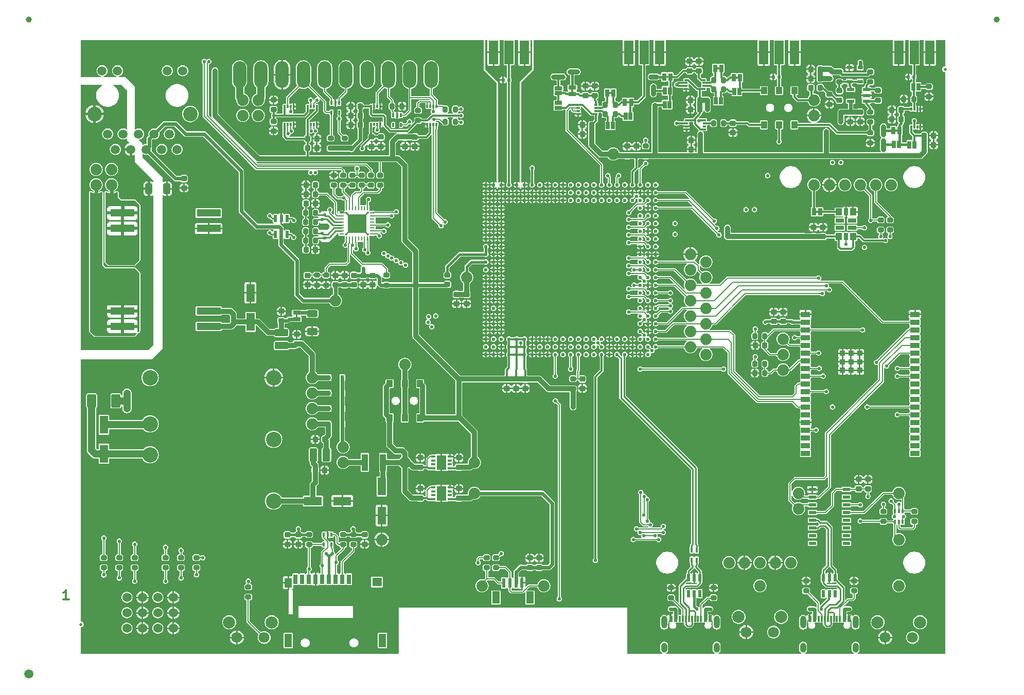
<source format=gtl>
%TF.GenerationSoftware,KiCad,Pcbnew,8.0.5*%
%TF.CreationDate,2024-11-08T12:55:20+00:00*%
%TF.ProjectId,SparkPNT_GNSSDO_panelized,53706172-6b50-44e5-945f-475053444f5f,rev?*%
%TF.SameCoordinates,Original*%
%TF.FileFunction,Copper,L1,Top*%
%TF.FilePolarity,Positive*%
%FSLAX46Y46*%
G04 Gerber Fmt 4.6, Leading zero omitted, Abs format (unit mm)*
G04 Created by KiCad (PCBNEW 8.0.5) date 2024-11-08 12:55:20*
%MOMM*%
%LPD*%
G01*
G04 APERTURE LIST*
G04 Aperture macros list*
%AMRoundRect*
0 Rectangle with rounded corners*
0 $1 Rounding radius*
0 $2 $3 $4 $5 $6 $7 $8 $9 X,Y pos of 4 corners*
0 Add a 4 corners polygon primitive as box body*
4,1,4,$2,$3,$4,$5,$6,$7,$8,$9,$2,$3,0*
0 Add four circle primitives for the rounded corners*
1,1,$1+$1,$2,$3*
1,1,$1+$1,$4,$5*
1,1,$1+$1,$6,$7*
1,1,$1+$1,$8,$9*
0 Add four rect primitives between the rounded corners*
20,1,$1+$1,$2,$3,$4,$5,0*
20,1,$1+$1,$4,$5,$6,$7,0*
20,1,$1+$1,$6,$7,$8,$9,0*
20,1,$1+$1,$8,$9,$2,$3,0*%
G04 Aperture macros list end*
%ADD10C,0.300000*%
%TA.AperFunction,NonConductor*%
%ADD11C,0.300000*%
%TD*%
%TA.AperFunction,EtchedComponent*%
%ADD12C,0.000000*%
%TD*%
%TA.AperFunction,SMDPad,CuDef*%
%ADD13RoundRect,0.200000X-0.200000X-0.275000X0.200000X-0.275000X0.200000X0.275000X-0.200000X0.275000X0*%
%TD*%
%TA.AperFunction,SMDPad,CuDef*%
%ADD14RoundRect,0.140000X-0.140000X-0.170000X0.140000X-0.170000X0.140000X0.170000X-0.140000X0.170000X0*%
%TD*%
%TA.AperFunction,SMDPad,CuDef*%
%ADD15RoundRect,0.225000X-0.250000X0.225000X-0.250000X-0.225000X0.250000X-0.225000X0.250000X0.225000X0*%
%TD*%
%TA.AperFunction,SMDPad,CuDef*%
%ADD16R,1.270000X0.635000*%
%TD*%
%TA.AperFunction,SMDPad,CuDef*%
%ADD17RoundRect,0.200000X-0.275000X0.200000X-0.275000X-0.200000X0.275000X-0.200000X0.275000X0.200000X0*%
%TD*%
%TA.AperFunction,ComponentPad*%
%ADD18C,1.800000*%
%TD*%
%TA.AperFunction,ComponentPad*%
%ADD19C,2.000000*%
%TD*%
%TA.AperFunction,SMDPad,CuDef*%
%ADD20R,1.500000X0.900000*%
%TD*%
%TA.AperFunction,SMDPad,CuDef*%
%ADD21R,0.900000X0.900000*%
%TD*%
%TA.AperFunction,SMDPad,CuDef*%
%ADD22RoundRect,0.225000X0.250000X-0.225000X0.250000X0.225000X-0.250000X0.225000X-0.250000X-0.225000X0*%
%TD*%
%TA.AperFunction,SMDPad,CuDef*%
%ADD23RoundRect,0.225000X0.225000X0.250000X-0.225000X0.250000X-0.225000X-0.250000X0.225000X-0.250000X0*%
%TD*%
%TA.AperFunction,SMDPad,CuDef*%
%ADD24R,0.830000X0.630000*%
%TD*%
%TA.AperFunction,SMDPad,CuDef*%
%ADD25R,1.200000X0.550000*%
%TD*%
%TA.AperFunction,ComponentPad*%
%ADD26C,1.879600*%
%TD*%
%TA.AperFunction,SMDPad,CuDef*%
%ADD27RoundRect,0.030000X0.120000X-0.245000X0.120000X0.245000X-0.120000X0.245000X-0.120000X-0.245000X0*%
%TD*%
%TA.AperFunction,SMDPad,CuDef*%
%ADD28R,0.660400X1.270000*%
%TD*%
%TA.AperFunction,SMDPad,CuDef*%
%ADD29R,1.270000X0.660400*%
%TD*%
%TA.AperFunction,SMDPad,CuDef*%
%ADD30C,0.500000*%
%TD*%
%TA.AperFunction,SMDPad,CuDef*%
%ADD31RoundRect,0.200000X0.275000X-0.200000X0.275000X0.200000X-0.275000X0.200000X-0.275000X-0.200000X0*%
%TD*%
%TA.AperFunction,SMDPad,CuDef*%
%ADD32R,0.800000X0.284600*%
%TD*%
%TA.AperFunction,SMDPad,CuDef*%
%ADD33R,0.284600X0.800000*%
%TD*%
%TA.AperFunction,SMDPad,CuDef*%
%ADD34R,3.150000X3.150000*%
%TD*%
%TA.AperFunction,SMDPad,CuDef*%
%ADD35RoundRect,0.200000X0.200000X0.275000X-0.200000X0.275000X-0.200000X-0.275000X0.200000X-0.275000X0*%
%TD*%
%TA.AperFunction,SMDPad,CuDef*%
%ADD36R,0.550000X1.200000*%
%TD*%
%TA.AperFunction,SMDPad,CuDef*%
%ADD37RoundRect,0.300000X-0.000010X0.000010X-0.000010X-0.000010X0.000010X-0.000010X0.000010X0.000010X0*%
%TD*%
%TA.AperFunction,SMDPad,CuDef*%
%ADD38R,1.400000X3.000000*%
%TD*%
%TA.AperFunction,SMDPad,CuDef*%
%ADD39RoundRect,0.250000X-0.375000X-0.850000X0.375000X-0.850000X0.375000X0.850000X-0.375000X0.850000X0*%
%TD*%
%TA.AperFunction,SMDPad,CuDef*%
%ADD40R,1.000000X2.800000*%
%TD*%
%TA.AperFunction,SMDPad,CuDef*%
%ADD41R,0.635000X1.270000*%
%TD*%
%TA.AperFunction,SMDPad,CuDef*%
%ADD42R,1.500000X4.000000*%
%TD*%
%TA.AperFunction,SMDPad,CuDef*%
%ADD43RoundRect,0.225000X-0.225000X-0.250000X0.225000X-0.250000X0.225000X0.250000X-0.225000X0.250000X0*%
%TD*%
%TA.AperFunction,SMDPad,CuDef*%
%ADD44RoundRect,0.250000X0.625000X-0.312500X0.625000X0.312500X-0.625000X0.312500X-0.625000X-0.312500X0*%
%TD*%
%TA.AperFunction,SMDPad,CuDef*%
%ADD45R,1.050000X1.150000*%
%TD*%
%TA.AperFunction,SMDPad,CuDef*%
%ADD46R,1.350000X0.700000*%
%TD*%
%TA.AperFunction,SMDPad,CuDef*%
%ADD47R,0.700000X1.150000*%
%TD*%
%TA.AperFunction,ComponentPad*%
%ADD48O,2.200000X4.400000*%
%TD*%
%TA.AperFunction,SMDPad,CuDef*%
%ADD49R,0.300000X0.660000*%
%TD*%
%TA.AperFunction,SMDPad,CuDef*%
%ADD50R,3.000000X1.400000*%
%TD*%
%TA.AperFunction,SMDPad,CuDef*%
%ADD51RoundRect,0.030000X-0.245000X-0.120000X0.245000X-0.120000X0.245000X0.120000X-0.245000X0.120000X0*%
%TD*%
%TA.AperFunction,ComponentPad*%
%ADD52C,2.540000*%
%TD*%
%TA.AperFunction,SMDPad,CuDef*%
%ADD53R,0.650000X0.300000*%
%TD*%
%TA.AperFunction,SMDPad,CuDef*%
%ADD54R,1.600000X2.350000*%
%TD*%
%TA.AperFunction,ComponentPad*%
%ADD55C,1.524000*%
%TD*%
%TA.AperFunction,SMDPad,CuDef*%
%ADD56R,0.700000X1.600000*%
%TD*%
%TA.AperFunction,SMDPad,CuDef*%
%ADD57R,1.200000X1.600000*%
%TD*%
%TA.AperFunction,SMDPad,CuDef*%
%ADD58R,1.200000X2.200000*%
%TD*%
%TA.AperFunction,SMDPad,CuDef*%
%ADD59R,1.600000X1.400000*%
%TD*%
%TA.AperFunction,SMDPad,CuDef*%
%ADD60R,1.000000X1.150000*%
%TD*%
%TA.AperFunction,SMDPad,CuDef*%
%ADD61R,0.300000X1.000000*%
%TD*%
%TA.AperFunction,SMDPad,CuDef*%
%ADD62R,0.600000X1.000000*%
%TD*%
%TA.AperFunction,ComponentPad*%
%ADD63O,1.000000X1.600000*%
%TD*%
%TA.AperFunction,ComponentPad*%
%ADD64O,1.000000X2.100000*%
%TD*%
%TA.AperFunction,SMDPad,CuDef*%
%ADD65R,1.200000X0.600000*%
%TD*%
%TA.AperFunction,SMDPad,CuDef*%
%ADD66C,1.000000*%
%TD*%
%TA.AperFunction,SMDPad,CuDef*%
%ADD67R,0.630000X0.830000*%
%TD*%
%TA.AperFunction,SMDPad,CuDef*%
%ADD68RoundRect,0.250000X-0.850000X0.375000X-0.850000X-0.375000X0.850000X-0.375000X0.850000X0.375000X0*%
%TD*%
%TA.AperFunction,SMDPad,CuDef*%
%ADD69R,0.300000X0.700000*%
%TD*%
%TA.AperFunction,SMDPad,CuDef*%
%ADD70RoundRect,0.250000X-0.325000X-0.650000X0.325000X-0.650000X0.325000X0.650000X-0.325000X0.650000X0*%
%TD*%
%TA.AperFunction,SMDPad,CuDef*%
%ADD71R,0.400000X0.900000*%
%TD*%
%TA.AperFunction,ComponentPad*%
%ADD72C,1.500000*%
%TD*%
%TA.AperFunction,ComponentPad*%
%ADD73C,2.400000*%
%TD*%
%TA.AperFunction,SMDPad,CuDef*%
%ADD74RoundRect,0.208333X-0.541667X-0.891667X0.541667X-0.891667X0.541667X0.891667X-0.541667X0.891667X0*%
%TD*%
%TA.AperFunction,SMDPad,CuDef*%
%ADD75R,4.000000X1.250000*%
%TD*%
%TA.AperFunction,SMDPad,CuDef*%
%ADD76C,1.500000*%
%TD*%
%TA.AperFunction,SMDPad,CuDef*%
%ADD77R,0.600000X1.550000*%
%TD*%
%TA.AperFunction,SMDPad,CuDef*%
%ADD78R,1.200000X2.000000*%
%TD*%
%TA.AperFunction,ViaPad*%
%ADD79C,0.560000*%
%TD*%
%TA.AperFunction,Conductor*%
%ADD80C,0.177800*%
%TD*%
%TA.AperFunction,Conductor*%
%ADD81C,0.304800*%
%TD*%
%TA.AperFunction,Conductor*%
%ADD82C,0.812800*%
%TD*%
%TA.AperFunction,Conductor*%
%ADD83C,0.406400*%
%TD*%
%TA.AperFunction,Conductor*%
%ADD84C,0.558800*%
%TD*%
%TA.AperFunction,Conductor*%
%ADD85C,0.330200*%
%TD*%
%TA.AperFunction,Conductor*%
%ADD86C,1.219200*%
%TD*%
%TA.AperFunction,Conductor*%
%ADD87C,0.228600*%
%TD*%
%TA.AperFunction,Conductor*%
%ADD88C,0.266700*%
%TD*%
G04 APERTURE END LIST*
D10*
D11*
X3118225Y9216172D02*
X2261082Y9216172D01*
X2689653Y9216172D02*
X2689653Y10716172D01*
X2689653Y10716172D02*
X2546796Y10501886D01*
X2546796Y10501886D02*
X2403939Y10359029D01*
X2403939Y10359029D02*
X2261082Y10287600D01*
D12*
%TA.AperFunction,EtchedComponent*%
%TO.C,R.1*%
G36*
X101850000Y95100000D02*
G01*
X101350000Y95100000D01*
X101350000Y95400000D01*
X101850000Y95400000D01*
X101850000Y95100000D01*
G37*
%TD.AperFunction*%
%TA.AperFunction,EtchedComponent*%
%TO.C,JP7*%
G36*
X40790000Y55630000D02*
G01*
X40490000Y55630000D01*
X40490000Y56130000D01*
X40790000Y56130000D01*
X40790000Y55630000D01*
G37*
%TD.AperFunction*%
%TA.AperFunction,EtchedComponent*%
%TO.C,A.1*%
G36*
X110232000Y96497000D02*
G01*
X109732000Y96497000D01*
X109732000Y96797000D01*
X110232000Y96797000D01*
X110232000Y96497000D01*
G37*
%TD.AperFunction*%
%TA.AperFunction,EtchedComponent*%
%TO.C,B.1*%
G36*
X113292700Y94973000D02*
G01*
X112792700Y94973000D01*
X112792700Y95273000D01*
X113292700Y95273000D01*
X113292700Y94973000D01*
G37*
%TD.AperFunction*%
%TA.AperFunction,EtchedComponent*%
%TO.C,J.1*%
G36*
X139569000Y86247000D02*
G01*
X139069000Y86247000D01*
X139069000Y86547000D01*
X139569000Y86547000D01*
X139569000Y86247000D01*
G37*
%TD.AperFunction*%
%TA.AperFunction,EtchedComponent*%
%TO.C,F.1*%
G36*
X95385700Y90909000D02*
G01*
X94885700Y90909000D01*
X94885700Y91209000D01*
X95385700Y91209000D01*
X95385700Y90909000D01*
G37*
%TD.AperFunction*%
%TA.AperFunction,EtchedComponent*%
%TO.C,M.1*%
G36*
X86129000Y92714000D02*
G01*
X85829000Y92714000D01*
X85829000Y93214000D01*
X86129000Y93214000D01*
X86129000Y92714000D01*
G37*
%TD.AperFunction*%
%TA.AperFunction,EtchedComponent*%
%TO.C,U.1*%
G36*
X126488000Y72875000D02*
G01*
X125988000Y72875000D01*
X125988000Y73175000D01*
X126488000Y73175000D01*
X126488000Y72875000D01*
G37*
%TD.AperFunction*%
%TA.AperFunction,EtchedComponent*%
%TO.C,E.1*%
G36*
X92464700Y92433000D02*
G01*
X91964700Y92433000D01*
X91964700Y92733000D01*
X92464700Y92733000D01*
X92464700Y92433000D01*
G37*
%TD.AperFunction*%
%TD*%
D13*
%TO.P,R55,1*%
%TO.N,SCL2_IO*%
X65088000Y87884000D03*
%TO.P,R55,2*%
%TO.N,Net-(JP22-A)*%
X66738000Y87884000D03*
%TD*%
D14*
%TO.P,D1,1,A1*%
%TO.N,GND*%
X74577000Y94742000D03*
%TO.P,D1,2,A2*%
%TO.N,MOSAIC_RF_IN*%
X75537000Y94742000D03*
%TD*%
D15*
%TO.P,C70,1*%
%TO.N,2.8V*%
X131699000Y89421000D03*
%TO.P,C70,2*%
%TO.N,GND*%
X131699000Y87871000D03*
%TD*%
D16*
%TO.P,N.1,1,A*%
%TO.N,Net-(M.1-A)*%
X83693000Y92557600D03*
%TO.P,N.1,2,B*%
%TO.N,2.8V*%
X83693000Y93370400D03*
%TD*%
D17*
%TO.P,R9,1*%
%TO.N,GND*%
X102235000Y11112000D03*
%TO.P,R9,2*%
%TO.N,Net-(J2-CC1)*%
X102235000Y9462000D03*
%TD*%
D18*
%TO.P,SW2,1,1*%
%TO.N,GND*%
X137450000Y2921000D03*
%TO.P,SW2,2,2*%
%TO.N,Net-(JP11-A)*%
X141950000Y2921000D03*
D19*
%TO.P,SW2,M1,M1*%
%TO.N,unconnected-(SW2-PadM1)*%
X136200000Y5421000D03*
%TO.P,SW2,M2,M2*%
%TO.N,unconnected-(SW2-PadM2)*%
X143200000Y5421000D03*
%TD*%
D20*
%TO.P,U1,1,GND*%
%TO.N,GND*%
X124350000Y56129000D03*
%TO.P,U1,2,VDD*%
%TO.N,3.3V*%
X124350000Y54859000D03*
%TO.P,U1,3,EN*%
%TO.N,ESP_~{RST}*%
X124350000Y53589000D03*
%TO.P,U1,4,IA36*%
%TO.N,ESP36{slash}MRDY*%
X124350000Y52319000D03*
%TO.P,U1,5,IA39*%
%TO.N,Net-(U1-IA39)*%
X124350000Y51049000D03*
%TO.P,U1,6,IA34*%
%TO.N,ESP34{slash}MTX3*%
X124350000Y49779000D03*
%TO.P,U1,7,IA35*%
%TO.N,ESP35{slash}DeviceSense*%
X124350000Y48509000D03*
%TO.P,U1,8,IOA32*%
%TO.N,ESP32{slash}LED_ERROR*%
X124350000Y47239000D03*
%TO.P,U1,9,IOA33*%
%TO.N,ESP33{slash}LED_LOCK*%
X124350000Y45969000D03*
%TO.P,U1,10,IOA25*%
%TO.N,ESP25{slash}MRX4*%
X124350000Y44699000D03*
%TO.P,U1,11,IOA26*%
%TO.N,ESP26{slash}MCTS1*%
X124350000Y43429000D03*
%TO.P,U1,12,IOA27*%
%TO.N,ESP27{slash}MRTS1*%
X124350000Y42159000D03*
%TO.P,U1,13,IOA14*%
%TO.N,ESP14{slash}MRX1*%
X124350000Y40889000D03*
%TO.P,U1,14,IOA12*%
%TO.N,unconnected-(U1-IOA12-Pad14)*%
X124350000Y39619000D03*
%TO.P,U1,15,GND*%
%TO.N,GND*%
X124350000Y38349000D03*
%TO.P,U1,16,IOA13*%
%TO.N,ESP13{slash}MTX1*%
X124350000Y37079000D03*
%TO.P,U1,17,NC*%
%TO.N,unconnected-(U1-NC-Pad17)*%
X124350000Y35809000D03*
%TO.P,U1,18,NC*%
%TO.N,unconnected-(U1-NC-Pad18)*%
X124350000Y34539000D03*
%TO.P,U1,19,NC*%
%TO.N,unconnected-(U1-NC-Pad19)*%
X124350000Y33269000D03*
%TO.P,U1,20,NC*%
%TO.N,unconnected-(U1-NC-Pad20)*%
X142350000Y33269000D03*
%TO.P,U1,21,NC*%
%TO.N,unconnected-(U1-NC-Pad21)*%
X142350000Y34539000D03*
%TO.P,U1,22,NC*%
%TO.N,unconnected-(U1-NC-Pad22)*%
X142350000Y35809000D03*
%TO.P,U1,23,IOA15*%
%TO.N,unconnected-(U1-IOA15-Pad23)*%
X142350000Y37079000D03*
%TO.P,U1,24,IOA2*%
%TO.N,unconnected-(U1-IOA2-Pad24)*%
X142350000Y38349000D03*
%TO.P,U1,25,IOA0*%
%TO.N,ESP0{slash}BOOT*%
X142350000Y39619000D03*
%TO.P,U1,26,IOA4*%
%TO.N,ESP4{slash}MTX4*%
X142350000Y40889000D03*
%TO.P,U1,27,NC*%
%TO.N,unconnected-(U1-NC-Pad27)*%
X142350000Y42159000D03*
%TO.P,U1,28,NC*%
%TO.N,unconnected-(U1-NC-Pad28)*%
X142350000Y43429000D03*
%TO.P,U1,29,IO5*%
%TO.N,unconnected-(U1-IO5-Pad29)*%
X142350000Y44699000D03*
%TO.P,U1,30,IO18*%
%TO.N,ESP18{slash}SDA2*%
X142350000Y45969000D03*
%TO.P,U1,31,IO19*%
%TO.N,ESP19{slash}SCL2*%
X142350000Y47239000D03*
%TO.P,U1,32,NC*%
%TO.N,unconnected-(U1-NC-Pad32)*%
X142350000Y48509000D03*
%TO.P,U1,33,IO21*%
%TO.N,ESP21{slash}SDA*%
X142350000Y49779000D03*
%TO.P,U1,34,RXD0/IO3*%
%TO.N,ESP3{slash}CH340-TX*%
X142350000Y51049000D03*
%TO.P,U1,35,TXD0/IO1*%
%TO.N,ESP1{slash}CH340-RX*%
X142350000Y52319000D03*
%TO.P,U1,36,IO22*%
%TO.N,ESP22{slash}SCL*%
X142350000Y53589000D03*
%TO.P,U1,37,IO23*%
%TO.N,ESP23{slash}MRX3*%
X142350000Y54859000D03*
%TO.P,U1,38,GND*%
%TO.N,GND*%
X142350000Y56129000D03*
D21*
%TO.P,U1,39.1,GND*%
X130450000Y49729000D03*
%TO.P,U1,39.2,GND*%
X130450000Y48329000D03*
%TO.P,U1,39.3,GND*%
X130450000Y46929000D03*
%TO.P,U1,39.4,GND*%
X131850000Y46929000D03*
%TO.P,U1,39.5,GND*%
X133250000Y46929000D03*
%TO.P,U1,39.6,GND*%
X133250000Y48329000D03*
%TO.P,U1,39.7,GND*%
X133250000Y49729000D03*
%TO.P,U1,39.8,GND*%
X131850000Y49729000D03*
%TO.P,U1,39.9,GND*%
X131850000Y48329000D03*
%TD*%
D22*
%TO.P,C27,1*%
%TO.N,VDDA*%
X46990000Y61023000D03*
%TO.P,C27,2*%
%TO.N,GND*%
X46990000Y62573000D03*
%TD*%
D23*
%TO.P,C11,1*%
%TO.N,GND*%
X43701000Y66802000D03*
%TO.P,C11,2*%
%TO.N,Net-(C11-Pad2)*%
X42151000Y66802000D03*
%TD*%
D24*
%TO.P,D18,A,A*%
%TO.N,GND*%
X131572000Y96781000D03*
%TO.P,D18,C,C*%
%TO.N,Net-(U17--)*%
X131572000Y94481000D03*
%TD*%
D25*
%TO.P,U17,1*%
%TO.N,Net-(R52-Pad1)*%
X134396100Y91252000D03*
%TO.P,U17,2,V-*%
%TO.N,GND*%
X134396100Y92202000D03*
%TO.P,U17,3,+*%
%TO.N,Net-(U17-+)*%
X134396100Y93152000D03*
%TO.P,U17,4,-*%
%TO.N,Net-(U17--)*%
X131795900Y93152000D03*
%TO.P,U17,5,V+*%
%TO.N,2.8V*%
X131795900Y91252000D03*
%TD*%
D15*
%TO.P,C55,1*%
%TO.N,10MHz_1.8V*%
X112395000Y87630000D03*
%TO.P,C55,2*%
%TO.N,GND*%
X112395000Y86080000D03*
%TD*%
D26*
%TO.P,TP11,1,1*%
%TO.N,ESP4{slash}MTX4*%
X105410000Y55880000D03*
%TD*%
%TO.P,TP32,1,1*%
%TO.N,GND*%
X128270000Y77470000D03*
%TD*%
D22*
%TO.P,C1,1*%
%TO.N,3.3V*%
X120650000Y54978000D03*
%TO.P,C1,2*%
%TO.N,GND*%
X120650000Y56528000D03*
%TD*%
D26*
%TO.P,TP41,1,1*%
%TO.N,2.8V*%
X68580000Y62230000D03*
%TD*%
D27*
%TO.P,U9,1,VCCA*%
%TO.N,3.3V_P*%
X38620000Y87425000D03*
%TO.P,U9,2,1A*%
%TO.N,MRX2*%
X39120000Y87425000D03*
%TO.P,U9,3,2A*%
%TO.N,MCTS2*%
X39620000Y87425000D03*
%TO.P,U9,4,GND*%
%TO.N,GND*%
X40120000Y87425000D03*
%TO.P,U9,5,DIR*%
X40120000Y90375000D03*
%TO.P,U9,6,2B*%
%TO.N,MCTS2_I*%
X39620000Y90375000D03*
%TO.P,U9,7,1B*%
%TO.N,MRX2_I*%
X39120000Y90375000D03*
%TO.P,U9,8,VCCB*%
%TO.N,VCCIO*%
X38620000Y90375000D03*
%TD*%
D26*
%TO.P,TP22,1,1*%
%TO.N,1.8V*%
X92710000Y82550000D03*
%TD*%
D27*
%TO.P,U8,1,VCCA*%
%TO.N,3.3V_P*%
X42430000Y87425000D03*
%TO.P,U8,2,1A*%
%TO.N,MTX2*%
X42930000Y87425000D03*
%TO.P,U8,3,2A*%
%TO.N,MRTS2*%
X43430000Y87425000D03*
%TO.P,U8,4,GND*%
%TO.N,GND*%
X43930000Y87425000D03*
%TO.P,U8,5,DIR*%
%TO.N,3.3V_P*%
X43930000Y90375000D03*
%TO.P,U8,6,2B*%
%TO.N,MRTS2_O*%
X43430000Y90375000D03*
%TO.P,U8,7,1B*%
%TO.N,MTX2_O*%
X42930000Y90375000D03*
%TO.P,U8,8,VCCB*%
%TO.N,VCCIO*%
X42430000Y90375000D03*
%TD*%
D28*
%TO.P,R.1,1,A*%
%TO.N,Net-(R.1-A)*%
X102120700Y95250000D03*
%TO.P,R.1,2,B*%
%TO.N,VCCIO*%
X101079300Y95250000D03*
%TD*%
D22*
%TO.P,C38,1*%
%TO.N,VIN_POE*%
X40640000Y51295000D03*
%TO.P,C38,2*%
%TO.N,GND*%
X40640000Y52845000D03*
%TD*%
D23*
%TO.P,C8,1*%
%TO.N,ESP_~{RST}*%
X117615000Y51054000D03*
%TO.P,C8,2*%
%TO.N,GND*%
X116065000Y51054000D03*
%TD*%
D17*
%TO.P,R37,1*%
%TO.N,LOG_BTN*%
X32639000Y11239000D03*
%TO.P,R37,2*%
%TO.N,Net-(R37-Pad2)*%
X32639000Y9589000D03*
%TD*%
D15*
%TO.P,C23,1*%
%TO.N,3.3V_P*%
X51562000Y62573000D03*
%TO.P,C23,2*%
%TO.N,GND*%
X51562000Y61023000D03*
%TD*%
D17*
%TO.P,R57,1*%
%TO.N,1.8V*%
X135001000Y96075000D03*
%TO.P,R57,2*%
%TO.N,Net-(U17-+)*%
X135001000Y94425000D03*
%TD*%
D29*
%TO.P,JP7,1,A*%
%TO.N,Net-(JP7-A)*%
X40640000Y56400700D03*
%TO.P,JP7,2,B*%
%TO.N,Net-(JP7-B)*%
X40640000Y55359300D03*
%TD*%
D26*
%TO.P,TP21,1,1*%
%TO.N,Net-(U2-GPIO_2)*%
X105410000Y63500000D03*
%TD*%
D30*
%TO.P,FID3,*%
%TO.N,*%
X5080000Y5080000D03*
%TD*%
D31*
%TO.P,R2,1*%
%TO.N,Net-(Q1B-B2)*%
X142240000Y22035000D03*
%TO.P,R2,2*%
%TO.N,CH340-~{DTR}*%
X142240000Y23685000D03*
%TD*%
D32*
%TO.P,U4,1,GND*%
%TO.N,GND*%
X48046000Y72870000D03*
%TO.P,U4,2,VDDP_1.8*%
%TO.N,Net-(U4-VDDP_1.8)*%
X48046000Y72370000D03*
%TO.P,U4,3,VDDA_3.3*%
%TO.N,VDDA*%
X48046000Y71870000D03*
%TO.P,U4,4,RX-*%
%TO.N,RD-*%
X48046000Y71370000D03*
%TO.P,U4,5,RX+*%
%TO.N,RD+*%
X48046000Y70870000D03*
%TO.P,U4,6,TX-*%
%TO.N,TD-*%
X48046000Y70370000D03*
%TO.P,U4,7,TX+*%
%TO.N,TD+*%
X48046000Y69870000D03*
%TO.P,U4,8,XO*%
%TO.N,unconnected-(U4-XO-Pad8)*%
X48046000Y69370000D03*
D33*
%TO.P,U4,9,XI*%
%TO.N,ETH_CLK*%
X48796000Y68620000D03*
%TO.P,U4,10,REXT*%
%TO.N,Net-(U4-REXT)*%
X49296000Y68620000D03*
%TO.P,U4,11,MDIO*%
%TO.N,ETH_MDIO*%
X49796000Y68620000D03*
%TO.P,U4,12,MDC*%
%TO.N,ETH_MDC*%
X50296000Y68620000D03*
%TO.P,U4,13,RXD3/PHYAD0*%
%TO.N,unconnected-(U4-RXD3{slash}PHYAD0-Pad13)*%
X50796000Y68620000D03*
%TO.P,U4,14,RXD2/PHYAD1*%
%TO.N,unconnected-(U4-RXD2{slash}PHYAD1-Pad14)*%
X51296000Y68620000D03*
%TO.P,U4,15,RXD1/PHYAD2*%
%TO.N,ETH_RXD1*%
X51796000Y68620000D03*
%TO.P,U4,16,RXD0/DUPLEX*%
%TO.N,ETH_RXD0*%
X52296000Y68620000D03*
D32*
%TO.P,U4,17,VDDIO_3.3*%
%TO.N,3.3V_P*%
X53046000Y69370000D03*
%TO.P,U4,18,RXDV/CONFIG2*%
%TO.N,ETH_RXDV*%
X53046000Y69870000D03*
%TO.P,U4,19,RXC*%
%TO.N,unconnected-(U4-RXC-Pad19)*%
X53046000Y70370000D03*
%TO.P,U4,20,RXER/ISO*%
%TO.N,ETH_RXER*%
X53046000Y70870000D03*
%TO.P,U4,21,INTRP*%
%TO.N,unconnected-(U4-INTRP-Pad21)*%
X53046000Y71370000D03*
%TO.P,U4,22,TXC*%
%TO.N,unconnected-(U4-TXC-Pad22)*%
X53046000Y71870000D03*
%TO.P,U4,23,TX_EN*%
%TO.N,ETH_TXEN*%
X53046000Y72370000D03*
%TO.P,U4,24,TXD0*%
%TO.N,ETH_TXD0*%
X53046000Y72870000D03*
D33*
%TO.P,U4,25,TXD1*%
%TO.N,ETH_TXD1*%
X52296000Y73620000D03*
%TO.P,U4,26,TXD2*%
%TO.N,unconnected-(U4-TXD2-Pad26)*%
X51796000Y73620000D03*
%TO.P,U4,27,TXD3*%
%TO.N,unconnected-(U4-TXD3-Pad27)*%
X51296000Y73620000D03*
%TO.P,U4,28,COL/CONFIG0*%
%TO.N,Net-(U4-COL{slash}CONFIG0)*%
X50796000Y73620000D03*
%TO.P,U4,29,CRS/CONFIG1*%
%TO.N,unconnected-(U4-CRS{slash}CONFIG1-Pad29)*%
X50296000Y73620000D03*
%TO.P,U4,30,LED0/NWAYEN*%
%TO.N,LINK*%
X49796000Y73620000D03*
%TO.P,U4,31,LED1/SPEED*%
%TO.N,SPEED*%
X49296000Y73620000D03*
%TO.P,U4,32,~{RST}*%
%TO.N,ETH_~{RST}*%
X48796000Y73620000D03*
D34*
%TO.P,U4,EP,GND*%
%TO.N,GND*%
X50546000Y71120000D03*
%TD*%
D14*
%TO.P,D17,1,A1*%
%TO.N,GND*%
X119027000Y95250000D03*
%TO.P,D17,2,A2*%
%TO.N,10MHz_IN_OUT*%
X119987000Y95250000D03*
%TD*%
D35*
%TO.P,R43,1*%
%TO.N,Net-(D15-A2)*%
X142176000Y91604000D03*
%TO.P,R43,2*%
%TO.N,GND*%
X140526000Y91604000D03*
%TD*%
D22*
%TO.P,C54,1*%
%TO.N,3.3V*%
X78994000Y14465000D03*
%TO.P,C54,2*%
%TO.N,GND*%
X78994000Y16015000D03*
%TD*%
D15*
%TO.P,C44,1*%
%TO.N,1.8V*%
X54483000Y85357000D03*
%TO.P,C44,2*%
%TO.N,GND*%
X54483000Y83807000D03*
%TD*%
D23*
%TO.P,C61,1*%
%TO.N,Net-(J.1-A)*%
X140094000Y88302000D03*
%TO.P,C61,2*%
%TO.N,GND*%
X138544000Y88302000D03*
%TD*%
D15*
%TO.P,C28,1*%
%TO.N,3.3V_P*%
X39116000Y19825000D03*
%TO.P,C28,2*%
%TO.N,GND*%
X39116000Y18275000D03*
%TD*%
D28*
%TO.P,A.1,1,A*%
%TO.N,Net-(A.1-A)*%
X109461300Y96647000D03*
%TO.P,A.1,2,B*%
%TO.N,Net-(A.1-B)*%
X110502700Y96647000D03*
%TD*%
D22*
%TO.P,C65,1*%
%TO.N,Net-(M.1-A)*%
X88138000Y92189000D03*
%TO.P,C65,2*%
%TO.N,GND*%
X88138000Y93739000D03*
%TD*%
D26*
%TO.P,TP18,1,1*%
%TO.N,Net-(U2-COM3_RTS)*%
X107950000Y59690000D03*
%TD*%
D35*
%TO.P,R49,1*%
%TO.N,Net-(C.1-B)*%
X110870000Y93218000D03*
%TO.P,R49,2*%
%TO.N,Net-(C.1-A)*%
X109220000Y93218000D03*
%TD*%
D31*
%TO.P,R29,1*%
%TO.N,SD_DATA*%
X42672000Y18225000D03*
%TO.P,R29,2*%
%TO.N,3.3V_P*%
X42672000Y19875000D03*
%TD*%
D28*
%TO.P,B.1,1,A*%
%TO.N,Net-(A.1-B)*%
X112522000Y95123000D03*
%TO.P,B.1,2,B*%
%TO.N,10MHz_OUT*%
X113563400Y95123000D03*
%TD*%
D15*
%TO.P,C56,1*%
%TO.N,3.3V_P*%
X58445400Y85357000D03*
%TO.P,C56,2*%
%TO.N,GND*%
X58445400Y83807000D03*
%TD*%
D22*
%TO.P,C18,1*%
%TO.N,1.8V*%
X94996000Y82283000D03*
%TO.P,C18,2*%
%TO.N,GND*%
X94996000Y83833000D03*
%TD*%
D13*
%TO.P,R54,1*%
%TO.N,SDA2_IO*%
X65088000Y89916000D03*
%TO.P,R54,2*%
%TO.N,Net-(JP22-B)*%
X66738000Y89916000D03*
%TD*%
D36*
%TO.P,D6,1,I/O1*%
%TO.N,RD+*%
X39050000Y71912100D03*
%TO.P,D6,2,GND*%
%TO.N,GND*%
X38100000Y71912100D03*
%TO.P,D6,3,I/O2*%
%TO.N,RD-*%
X37150000Y71912100D03*
%TO.P,D6,4,I/O3*%
%TO.N,TD-*%
X37150000Y69311900D03*
%TO.P,D6,5,VCC*%
%TO.N,VDDA*%
X38100000Y69312000D03*
%TO.P,D6,6,I/O4*%
%TO.N,TD+*%
X39050000Y69311900D03*
%TD*%
D17*
%TO.P,R25,1*%
%TO.N,Net-(U4-REXT)*%
X43942000Y62610000D03*
%TO.P,R25,2*%
%TO.N,GND*%
X43942000Y60960000D03*
%TD*%
D27*
%TO.P,U10,1,VCCA*%
%TO.N,1.8V*%
X141732000Y87032000D03*
%TO.P,U10,2,1A*%
%TO.N,MEventA_1V8*%
X142232000Y87032000D03*
%TO.P,U10,3,2A*%
%TO.N,unconnected-(U10-2A-Pad3)*%
X142732000Y87032000D03*
%TO.P,U10,4,GND*%
%TO.N,GND*%
X143232000Y87032000D03*
%TO.P,U10,5,DIR*%
X143232000Y89982000D03*
%TO.P,U10,6,2B*%
X142732000Y89982000D03*
%TO.P,U10,7,1B*%
%TO.N,Net-(D15-A2)*%
X142232000Y89982000D03*
%TO.P,U10,8,VCCB*%
%TO.N,Net-(J.1-A)*%
X141732000Y89982000D03*
%TD*%
D26*
%TO.P,TP2,1,1*%
%TO.N,VIN_DC*%
X43180000Y38100000D03*
%TD*%
D37*
%TO.P,U2,A2,RTC_XTALO*%
%TO.N,unconnected-(U2-RTC_XTALO-PadA2)*%
X98425000Y49530000D03*
%TO.P,U2,A3,RTC_XTALI*%
%TO.N,GND*%
X97155000Y49530000D03*
%TO.P,U2,A4,GND*%
X95885000Y49530000D03*
%TO.P,U2,A5,USB_D+*%
%TO.N,MOSAIC_DP*%
X94615000Y49530000D03*
%TO.P,U2,A6,USB_D-*%
%TO.N,MOSAIC_DM*%
X93345000Y49530000D03*
%TO.P,U2,A7,GND*%
%TO.N,GND*%
X92075000Y49530000D03*
%TO.P,U2,A8,V_USB*%
%TO.N,VUSB*%
X90805000Y49530000D03*
%TO.P,U2,A9*%
%TO.N,N/C*%
X89535000Y49530000D03*
%TO.P,U2,A10,ONOFF*%
%TO.N,unconnected-(U2-ONOFF-PadA10)*%
X88265000Y49530000D03*
%TO.P,U2,A11,~{RESET}*%
%TO.N,Net-(U2-~{RESET})*%
X86995000Y49530000D03*
%TO.P,U2,A12,MODULE_RDY*%
%TO.N,ESP36{slash}MRDY*%
X85725000Y49530000D03*
%TO.P,U2,A13*%
%TO.N,N/C*%
X84455000Y49530000D03*
%TO.P,U2,A14,GP_LED*%
%TO.N,LED_PVT*%
X83185000Y49530000D03*
%TO.P,U2,A15,GND*%
%TO.N,GND*%
X81915000Y49530000D03*
%TO.P,U2,A16,GND*%
X80645000Y49530000D03*
%TO.P,U2,A17,GND*%
X79375000Y49530000D03*
%TO.P,U2,A18,VDD_3V3*%
%TO.N,3.3V_P*%
X78105000Y49530000D03*
%TO.P,U2,A19,VDD_3V3*%
X76835000Y49530000D03*
%TO.P,U2,A20,VDD_3V3*%
X75565000Y49530000D03*
%TO.P,U2,A21,GND*%
%TO.N,GND*%
X74295000Y49530000D03*
%TO.P,U2,A22,GND*%
X73025000Y49530000D03*
%TO.P,U2,A23,GND*%
X71755000Y49530000D03*
%TO.P,U2,AA1,SD_CLK*%
%TO.N,SD_CLK*%
X99695000Y74930000D03*
%TO.P,U2,AA2,ETHER_CLK*%
%TO.N,ETH_CLK*%
X98425000Y74930000D03*
%TO.P,U2,AA3*%
%TO.N,N/C*%
X97155000Y74930000D03*
%TO.P,U2,AA4,GPIO_1*%
%TO.N,Net-(U2-GPIO_1)*%
X95885000Y74930000D03*
%TO.P,U2,AA5*%
%TO.N,N/C*%
X94615000Y74930000D03*
%TO.P,U2,AA6*%
X93345000Y74930000D03*
%TO.P,U2,AA7*%
X92075000Y74930000D03*
%TO.P,U2,AA8*%
X90805000Y74930000D03*
%TO.P,U2,AA9*%
X89535000Y74930000D03*
%TO.P,U2,AA10*%
X88265000Y74930000D03*
%TO.P,U2,AA11*%
X86995000Y74930000D03*
%TO.P,U2,AA12*%
X85725000Y74930000D03*
%TO.P,U2,AA13,GND*%
%TO.N,GND*%
X84455000Y74930000D03*
%TO.P,U2,AA14,GND*%
X83185000Y74930000D03*
%TO.P,U2,AA15,GND*%
X81915000Y74930000D03*
%TO.P,U2,AA16,GND*%
X80645000Y74930000D03*
%TO.P,U2,AA17,GND*%
X79375000Y74930000D03*
%TO.P,U2,AA18,GND*%
X78105000Y74930000D03*
%TO.P,U2,AA19,GND*%
X76835000Y74930000D03*
%TO.P,U2,AA20,GND*%
X75565000Y74930000D03*
%TO.P,U2,AA21,GND*%
X74295000Y74930000D03*
%TO.P,U2,AA22,GND*%
X73025000Y74930000D03*
%TO.P,U2,AA23,GND*%
X71755000Y74930000D03*
%TO.P,U2,AB1,SD_CMD*%
%TO.N,SD_CMD*%
X99695000Y76200000D03*
%TO.P,U2,AB2,GND*%
%TO.N,GND*%
X98425000Y76200000D03*
%TO.P,U2,AB3,GND*%
X97155000Y76200000D03*
%TO.P,U2,AB4,GND*%
X95885000Y76200000D03*
%TO.P,U2,AB5,GND*%
X94615000Y76200000D03*
%TO.P,U2,AB6,GND*%
X93345000Y76200000D03*
%TO.P,U2,AB7,GND*%
X92075000Y76200000D03*
%TO.P,U2,AB8,GND*%
X90805000Y76200000D03*
%TO.P,U2,AB9*%
%TO.N,N/C*%
X89535000Y76200000D03*
%TO.P,U2,AB10*%
X88265000Y76200000D03*
%TO.P,U2,AB11*%
X86995000Y76200000D03*
%TO.P,U2,AB12*%
X85725000Y76200000D03*
%TO.P,U2,AB13,GND*%
%TO.N,GND*%
X84455000Y76200000D03*
%TO.P,U2,AB14,GND*%
X83185000Y76200000D03*
%TO.P,U2,AB15,GND*%
X81915000Y76200000D03*
%TO.P,U2,AB16,GND*%
X80645000Y76200000D03*
%TO.P,U2,AB17,GND*%
X79375000Y76200000D03*
%TO.P,U2,AB18,GND*%
X78105000Y76200000D03*
%TO.P,U2,AB19,GND*%
X76835000Y76200000D03*
%TO.P,U2,AB20,GND*%
X75565000Y76200000D03*
%TO.P,U2,AB21,GND*%
X74295000Y76200000D03*
%TO.P,U2,AB22,GND*%
X73025000Y76200000D03*
%TO.P,U2,AB23,GND*%
X71755000Y76200000D03*
%TO.P,U2,AC1*%
%TO.N,N/C*%
X99695000Y77470000D03*
%TO.P,U2,AC2*%
X98425000Y77470000D03*
%TO.P,U2,AC3,SYNC*%
%TO.N,Net-(U2-SYNC)*%
X97155000Y77470000D03*
%TO.P,U2,AC4,1V8_OUT*%
%TO.N,1.8V*%
X95885000Y77470000D03*
%TO.P,U2,AC5*%
%TO.N,N/C*%
X94615000Y77470000D03*
%TO.P,U2,AC6,EVENTA*%
%TO.N,MEventA_1V8*%
X93345000Y77470000D03*
%TO.P,U2,AC7,EVENTB*%
%TO.N,MEventB_1V8*%
X92075000Y77470000D03*
%TO.P,U2,AC8,PPS*%
%TO.N,MPPS_1V8*%
X90805000Y77470000D03*
%TO.P,U2,AC9*%
%TO.N,N/C*%
X89535000Y77470000D03*
%TO.P,U2,AC10*%
X88265000Y77470000D03*
%TO.P,U2,AC11*%
X86995000Y77470000D03*
%TO.P,U2,AC12*%
X85725000Y77470000D03*
%TO.P,U2,AC13,GND*%
%TO.N,GND*%
X84455000Y77470000D03*
%TO.P,U2,AC14,VTUNE*%
%TO.N,unconnected-(U2-VTUNE-PadAC14)*%
X83185000Y77470000D03*
%TO.P,U2,AC15,GND*%
%TO.N,GND*%
X81915000Y77470000D03*
%TO.P,U2,AC16,REF_OUT*%
%TO.N,unconnected-(U2-REF_OUT-PadAC16)*%
X80645000Y77470000D03*
%TO.P,U2,AC17,REF_IN*%
%TO.N,REF_IN*%
X79375000Y77470000D03*
%TO.P,U2,AC18,GND*%
%TO.N,GND*%
X78105000Y77470000D03*
%TO.P,U2,AC19,GND*%
X76835000Y77470000D03*
%TO.P,U2,AC20,ANT_1*%
%TO.N,MOSAIC_RF_IN*%
X75565000Y77470000D03*
%TO.P,U2,AC21,GND*%
%TO.N,GND*%
X74295000Y77470000D03*
%TO.P,U2,AC22,GND*%
X73025000Y77470000D03*
%TO.P,U2,AC23,GND*%
X71755000Y77470000D03*
%TO.P,U2,B1,COM1_RX*%
%TO.N,ESP14{slash}MRX1*%
X99695000Y50800000D03*
%TO.P,U2,B2,LOG_LED*%
%TO.N,LED_LOG*%
X98425000Y50800000D03*
%TO.P,U2,B3*%
%TO.N,N/C*%
X97155000Y50800000D03*
%TO.P,U2,B4,GND*%
%TO.N,GND*%
X95885000Y50800000D03*
%TO.P,U2,B5,GND*%
X94615000Y50800000D03*
%TO.P,U2,B6,GND*%
X93345000Y50800000D03*
%TO.P,U2,B7,GND*%
X92075000Y50800000D03*
%TO.P,U2,B8,VDD_BAT*%
%TO.N,3.3V_P*%
X90805000Y50800000D03*
%TO.P,U2,B9*%
%TO.N,N/C*%
X89535000Y50800000D03*
%TO.P,U2,B10*%
X88265000Y50800000D03*
%TO.P,U2,B11*%
X86995000Y50800000D03*
%TO.P,U2,B12*%
X85725000Y50800000D03*
%TO.P,U2,B13,GND*%
%TO.N,GND*%
X84455000Y50800000D03*
%TO.P,U2,B14*%
%TO.N,N/C*%
X83185000Y50800000D03*
%TO.P,U2,B15*%
X81915000Y50800000D03*
%TO.P,U2,B16,PMIC_ON_REQ*%
%TO.N,unconnected-(U2-PMIC_ON_REQ-PadB16)*%
X80645000Y50800000D03*
%TO.P,U2,B17,GND*%
%TO.N,GND*%
X79375000Y50800000D03*
%TO.P,U2,B18,VDD_3V3*%
%TO.N,3.3V_P*%
X78105000Y50800000D03*
%TO.P,U2,B19,VDD_3V3*%
X76835000Y50800000D03*
%TO.P,U2,B20,VDD_3V3*%
X75565000Y50800000D03*
%TO.P,U2,B21,GND*%
%TO.N,GND*%
X74295000Y50800000D03*
%TO.P,U2,B22*%
%TO.N,N/C*%
X73025000Y50800000D03*
%TO.P,U2,B23*%
X71755000Y50800000D03*
%TO.P,U2,C1,COM1_RTS*%
%TO.N,ESP27{slash}MRTS1*%
X99695000Y52070000D03*
%TO.P,U2,C2*%
%TO.N,N/C*%
X98425000Y52070000D03*
%TO.P,U2,C3*%
X97155000Y52070000D03*
%TO.P,U2,C4,GND*%
%TO.N,GND*%
X95885000Y52070000D03*
%TO.P,U2,C5*%
%TO.N,N/C*%
X94615000Y52070000D03*
%TO.P,U2,C6*%
X93345000Y52070000D03*
%TO.P,U2,C7,GND*%
%TO.N,GND*%
X92075000Y52070000D03*
%TO.P,U2,C8*%
%TO.N,N/C*%
X90805000Y52070000D03*
%TO.P,U2,C9*%
X89535000Y52070000D03*
%TO.P,U2,C10*%
X88265000Y52070000D03*
%TO.P,U2,C11*%
X86995000Y52070000D03*
%TO.P,U2,C12*%
X85725000Y52070000D03*
%TO.P,U2,C13*%
X84455000Y52070000D03*
%TO.P,U2,C14*%
X83185000Y52070000D03*
%TO.P,U2,C15,GND*%
%TO.N,GND*%
X81915000Y52070000D03*
%TO.P,U2,C16,GND*%
X80645000Y52070000D03*
%TO.P,U2,C17,GND*%
X79375000Y52070000D03*
%TO.P,U2,C18,VDD_3V3*%
%TO.N,3.3V_P*%
X78105000Y52070000D03*
%TO.P,U2,C19,VDD_3V3*%
X76835000Y52070000D03*
%TO.P,U2,C20,VDD_3V3*%
X75565000Y52070000D03*
%TO.P,U2,C21*%
%TO.N,N/C*%
X74295000Y52070000D03*
%TO.P,U2,C22*%
X73025000Y52070000D03*
%TO.P,U2,C23,GND*%
%TO.N,GND*%
X71755000Y52070000D03*
%TO.P,U2,D1,COM1_TX*%
%TO.N,ESP13{slash}MTX1*%
X99695000Y53340000D03*
%TO.P,U2,D2,GND*%
%TO.N,GND*%
X98425000Y53340000D03*
%TO.P,U2,D3,COM4_RX*%
%TO.N,ESP25{slash}MRX4*%
X97155000Y53340000D03*
%TO.P,U2,D21,GND*%
%TO.N,GND*%
X74295000Y53340000D03*
%TO.P,U2,D22,GND*%
X73025000Y53340000D03*
%TO.P,U2,D23,GND*%
X71755000Y53340000D03*
%TO.P,U2,E1,COM1_CTS*%
%TO.N,ESP26{slash}MCTS1*%
X99695000Y54610000D03*
%TO.P,U2,E2,GND*%
%TO.N,GND*%
X98425000Y54610000D03*
%TO.P,U2,E3,COM4_TX*%
%TO.N,ESP4{slash}MTX4*%
X97155000Y54610000D03*
%TO.P,U2,E21,GND*%
%TO.N,GND*%
X74295000Y54610000D03*
%TO.P,U2,E22,GND*%
X73025000Y54610000D03*
%TO.P,U2,E23,GND*%
X71755000Y54610000D03*
%TO.P,U2,F1,COM2_RX*%
%TO.N,MRX2*%
X99695000Y55880000D03*
%TO.P,U2,F2,ETHER_~{RST}*%
%TO.N,ETH_~{RST}*%
X98425000Y55880000D03*
%TO.P,U2,F3*%
%TO.N,N/C*%
X97155000Y55880000D03*
%TO.P,U2,F21,GND*%
%TO.N,GND*%
X74295000Y55880000D03*
%TO.P,U2,F22,GND*%
X73025000Y55880000D03*
%TO.P,U2,F23,GND*%
X71755000Y55880000D03*
%TO.P,U2,G1,COM2_RTS*%
%TO.N,MRTS2*%
X99695000Y57150000D03*
%TO.P,U2,G2,GND*%
%TO.N,GND*%
X98425000Y57150000D03*
%TO.P,U2,G3*%
%TO.N,N/C*%
X97155000Y57150000D03*
%TO.P,U2,G21,GND*%
%TO.N,GND*%
X74295000Y57150000D03*
%TO.P,U2,G22*%
%TO.N,N/C*%
X73025000Y57150000D03*
%TO.P,U2,G23,GND*%
%TO.N,GND*%
X71755000Y57150000D03*
%TO.P,U2,H1,COM2_TX*%
%TO.N,MTX2*%
X99695000Y58420000D03*
%TO.P,U2,H2,ETHER_TXD1*%
%TO.N,ETH_TXD1*%
X98425000Y58420000D03*
%TO.P,U2,H3*%
%TO.N,N/C*%
X97155000Y58420000D03*
%TO.P,U2,H21,GND*%
%TO.N,GND*%
X74295000Y58420000D03*
%TO.P,U2,H22,GND*%
X73025000Y58420000D03*
%TO.P,U2,H23,GND*%
X71755000Y58420000D03*
%TO.P,U2,J1,COM2_CTS*%
%TO.N,MCTS2*%
X99695000Y59690000D03*
%TO.P,U2,J2,ETHER_TXD0*%
%TO.N,ETH_TXD0*%
X98425000Y59690000D03*
%TO.P,U2,J3*%
%TO.N,N/C*%
X97155000Y59690000D03*
%TO.P,U2,J21,GND*%
%TO.N,GND*%
X74295000Y59690000D03*
%TO.P,U2,J22,GND*%
X73025000Y59690000D03*
%TO.P,U2,J23,GND*%
X71755000Y59690000D03*
%TO.P,U2,K1,COM3_RX*%
%TO.N,ESP23{slash}MRX3*%
X99695000Y60960000D03*
%TO.P,U2,K2,GND*%
%TO.N,GND*%
X98425000Y60960000D03*
%TO.P,U2,K3,LOG_BTN*%
%TO.N,LOG_BTN*%
X97155000Y60960000D03*
%TO.P,U2,K21,GND*%
%TO.N,GND*%
X74295000Y60960000D03*
%TO.P,U2,K22,GND*%
X73025000Y60960000D03*
%TO.P,U2,K23,GND*%
X71755000Y60960000D03*
%TO.P,U2,L1,COM3_RTS*%
%TO.N,Net-(U2-COM3_RTS)*%
X99695000Y62230000D03*
%TO.P,U2,L2,ETHER_TXEN*%
%TO.N,ETH_TXEN*%
X98425000Y62230000D03*
%TO.P,U2,L3,GPIO_2*%
%TO.N,Net-(U2-GPIO_2)*%
X97155000Y62230000D03*
%TO.P,U2,L21,GND*%
%TO.N,GND*%
X74295000Y62230000D03*
%TO.P,U2,L22,GND*%
X73025000Y62230000D03*
%TO.P,U2,L23,GND*%
X71755000Y62230000D03*
%TO.P,U2,M1,COM3_TX*%
%TO.N,ESP34{slash}MTX3*%
X99695000Y63500000D03*
%TO.P,U2,M2,ETHER_RXER*%
%TO.N,ETH_RXER*%
X98425000Y63500000D03*
%TO.P,U2,M3,GP_LED2*%
%TO.N,LED_RTK*%
X97155000Y63500000D03*
%TO.P,U2,M21,GND*%
%TO.N,GND*%
X74295000Y63500000D03*
%TO.P,U2,M22,GND*%
X73025000Y63500000D03*
%TO.P,U2,M23,2V8_IN*%
%TO.N,unconnected-(U2-2V8_IN-PadM23)*%
X71755000Y63500000D03*
%TO.P,U2,N1,COM3_CTS*%
%TO.N,Net-(U2-COM3_CTS)*%
X99695000Y64770000D03*
%TO.P,U2,N2,ETHER_CRSDV*%
%TO.N,ETH_RXDV*%
X98425000Y64770000D03*
%TO.P,U2,N3*%
%TO.N,N/C*%
X97155000Y64770000D03*
%TO.P,U2,N21,GND*%
%TO.N,GND*%
X74295000Y64770000D03*
%TO.P,U2,N22,GND*%
X73025000Y64770000D03*
%TO.P,U2,N23,2V8_OUT*%
%TO.N,2.8V*%
X71755000Y64770000D03*
%TO.P,U2,P1,GND*%
%TO.N,GND*%
X99695000Y66040000D03*
%TO.P,U2,P2,GND*%
X98425000Y66040000D03*
%TO.P,U2,P3,GND*%
X97155000Y66040000D03*
%TO.P,U2,P21,GND*%
X74295000Y66040000D03*
%TO.P,U2,P22,GND*%
X73025000Y66040000D03*
%TO.P,U2,P23,VANT*%
%TO.N,VANT*%
X71755000Y66040000D03*
%TO.P,U2,R1*%
%TO.N,N/C*%
X99695000Y67310000D03*
%TO.P,U2,R2,ETHER_RXD0*%
%TO.N,ETH_RXD0*%
X98425000Y67310000D03*
%TO.P,U2,R3,GND*%
%TO.N,GND*%
X97155000Y67310000D03*
%TO.P,U2,R21,GND*%
X74295000Y67310000D03*
%TO.P,U2,R22,GND*%
X73025000Y67310000D03*
%TO.P,U2,R23,VANT*%
%TO.N,VANT*%
X71755000Y67310000D03*
%TO.P,U2,T1*%
%TO.N,N/C*%
X99695000Y68580000D03*
%TO.P,U2,T2,ETHER_RXD1*%
%TO.N,ETH_RXD1*%
X98425000Y68580000D03*
%TO.P,U2,T3*%
%TO.N,N/C*%
X97155000Y68580000D03*
%TO.P,U2,T21,GND*%
%TO.N,GND*%
X74295000Y68580000D03*
%TO.P,U2,T22,GND*%
X73025000Y68580000D03*
%TO.P,U2,T23,GND*%
X71755000Y68580000D03*
%TO.P,U2,U1*%
%TO.N,N/C*%
X99695000Y69850000D03*
%TO.P,U2,U2,GND*%
%TO.N,GND*%
X98425000Y69850000D03*
%TO.P,U2,U3*%
%TO.N,N/C*%
X97155000Y69850000D03*
%TO.P,U2,U21,GND*%
%TO.N,GND*%
X74295000Y69850000D03*
%TO.P,U2,U22,GND*%
X73025000Y69850000D03*
%TO.P,U2,U23,GND*%
X71755000Y69850000D03*
%TO.P,U2,V1*%
%TO.N,N/C*%
X99695000Y71120000D03*
%TO.P,U2,V2,ETHER_MDC*%
%TO.N,ETH_MDC*%
X98425000Y71120000D03*
%TO.P,U2,V3*%
%TO.N,N/C*%
X97155000Y71120000D03*
%TO.P,U2,V21,GND*%
%TO.N,GND*%
X74295000Y71120000D03*
%TO.P,U2,V22,GND*%
X73025000Y71120000D03*
%TO.P,U2,V23,ANT_2*%
X71755000Y71120000D03*
%TO.P,U2,W1*%
%TO.N,N/C*%
X99695000Y72390000D03*
%TO.P,U2,W2,ETHER_MDIO*%
%TO.N,ETH_MDIO*%
X98425000Y72390000D03*
%TO.P,U2,W3*%
%TO.N,N/C*%
X97155000Y72390000D03*
%TO.P,U2,W21,GND*%
%TO.N,GND*%
X74295000Y72390000D03*
%TO.P,U2,W22,GND*%
X73025000Y72390000D03*
%TO.P,U2,W23,GND*%
X71755000Y72390000D03*
%TO.P,U2,Y1,SD_DATA*%
%TO.N,SD_DATA*%
X99695000Y73660000D03*
%TO.P,U2,Y2,GND*%
%TO.N,GND*%
X98425000Y73660000D03*
%TO.P,U2,Y3*%
%TO.N,N/C*%
X97155000Y73660000D03*
%TO.P,U2,Y21,GND*%
%TO.N,GND*%
X74295000Y73660000D03*
%TO.P,U2,Y22,GND*%
X73025000Y73660000D03*
%TO.P,U2,Y23,GND*%
X71755000Y73660000D03*
%TD*%
D31*
%TO.P,R32,1*%
%TO.N,Net-(JP14-A)*%
X138245500Y70034000D03*
%TO.P,R32,2*%
%TO.N,ESP19{slash}SCL2*%
X138245500Y71684000D03*
%TD*%
D26*
%TO.P,TP20,1,1*%
%TO.N,Net-(U2-GPIO_1)*%
X107950000Y64770000D03*
%TD*%
D38*
%TO.P,C6,1*%
%TO.N,5V*%
X54610000Y27800000D03*
%TO.P,C6,2*%
%TO.N,GND*%
X54610000Y23000000D03*
%TD*%
D22*
%TO.P,C2,1*%
%TO.N,3.3V*%
X119126000Y54978000D03*
%TO.P,C2,2*%
%TO.N,GND*%
X119126000Y56528000D03*
%TD*%
D31*
%TO.P,R42,1*%
%TO.N,Net-(JP21-A)*%
X24130000Y14415000D03*
%TO.P,R42,2*%
%TO.N,LED_LOG*%
X24130000Y16065000D03*
%TD*%
D35*
%TO.P,R45,1*%
%TO.N,Net-(E.1-B)*%
X93045000Y90647000D03*
%TO.P,R45,2*%
%TO.N,Net-(E.1-A)*%
X91395000Y90647000D03*
%TD*%
D31*
%TO.P,R52,1*%
%TO.N,Net-(R52-Pad1)*%
X136271000Y91377000D03*
%TO.P,R52,2*%
%TO.N,Net-(U17-+)*%
X136271000Y93027000D03*
%TD*%
D15*
%TO.P,C57,1*%
%TO.N,3.3V_P*%
X60071000Y85344000D03*
%TO.P,C57,2*%
%TO.N,GND*%
X60071000Y83794000D03*
%TD*%
D35*
%TO.P,R48,1*%
%TO.N,Net-(G.1-B)*%
X93045000Y89123000D03*
%TO.P,R48,2*%
%TO.N,Net-(G.1-A)*%
X91395000Y89123000D03*
%TD*%
D39*
%TO.P,L3,1,1*%
%TO.N,Net-(U6-VOUT+)*%
X43375000Y33020000D03*
%TO.P,L3,2,2*%
%TO.N,VIN_DC*%
X45525000Y33020000D03*
%TD*%
D15*
%TO.P,C30,1*%
%TO.N,3.3V_P*%
X40894000Y19825000D03*
%TO.P,C30,2*%
%TO.N,GND*%
X40894000Y18275000D03*
%TD*%
D26*
%TO.P,TP25,1,1*%
%TO.N,ESP22{slash}SCL*%
X71120000Y11430000D03*
%TD*%
D40*
%TO.P,F1,1*%
%TO.N,5V*%
X54840000Y31750000D03*
%TO.P,F1,2*%
%TO.N,Net-(JP6-B)*%
X51840000Y31750000D03*
%TD*%
D41*
%TO.P,C.1,1,A*%
%TO.N,Net-(C.1-A)*%
X109601000Y91313000D03*
%TO.P,C.1,2,B*%
%TO.N,Net-(C.1-B)*%
X110413800Y91313000D03*
%TD*%
D15*
%TO.P,C17,1*%
%TO.N,3.3V_P*%
X76708000Y45492000D03*
%TO.P,C17,2*%
%TO.N,GND*%
X76708000Y43942000D03*
%TD*%
D23*
%TO.P,C45,1*%
%TO.N,VCCIO*%
X51067000Y90424000D03*
%TO.P,C45,2*%
%TO.N,GND*%
X49517000Y90424000D03*
%TD*%
D22*
%TO.P,L2,1,1*%
%TO.N,VDDA*%
X50038000Y61023000D03*
%TO.P,L2,2,2*%
%TO.N,3.3V_P*%
X50038000Y62573000D03*
%TD*%
D31*
%TO.P,R27,1*%
%TO.N,Net-(J6-DAT3{slash}CD)*%
X49942500Y18225000D03*
%TO.P,R27,2*%
%TO.N,3.3V_P*%
X49942500Y19875000D03*
%TD*%
D26*
%TO.P,TP9,1,1*%
%TO.N,VUSB2*%
X43180000Y40640000D03*
%TD*%
%TO.P,TP6,1,1*%
%TO.N,GND*%
X54610000Y19050000D03*
%TD*%
D42*
%TO.P,J1,1,In*%
%TO.N,MOSAIC_RF_IN*%
X75565000Y99314000D03*
%TO.P,J1,2,Ext*%
%TO.N,GND*%
X73025000Y99314000D03*
X78105000Y99314000D03*
%TD*%
D26*
%TO.P,TP45,1,1*%
%TO.N,Net-(U6-VOUT+)*%
X111760000Y15240000D03*
%TD*%
D22*
%TO.P,C47,1*%
%TO.N,3.3V_P*%
X125672500Y68941000D03*
%TO.P,C47,2*%
%TO.N,GND*%
X125672500Y70491000D03*
%TD*%
D38*
%TO.P,C35,1*%
%TO.N,Net-(U6-VIN+)*%
X8890000Y33160000D03*
%TO.P,C35,2*%
%TO.N,Net-(JP3-B)*%
X8890000Y37960000D03*
%TD*%
D26*
%TO.P,TP30,1,1*%
%TO.N,GND*%
X105410000Y66040000D03*
%TD*%
D17*
%TO.P,R14,1*%
%TO.N,GND*%
X132334000Y12255000D03*
%TO.P,R14,2*%
%TO.N,Net-(J4-CC2)*%
X132334000Y10605000D03*
%TD*%
D41*
%TO.P,T.1,1,A*%
%TO.N,Net-(R.1-A)*%
X101981000Y90678000D03*
%TO.P,T.1,2,B*%
%TO.N,1.8V*%
X101168200Y90678000D03*
%TD*%
D22*
%TO.P,C67,1*%
%TO.N,Net-(M.1-A)*%
X89662000Y92189000D03*
%TO.P,C67,2*%
%TO.N,GND*%
X89662000Y93739000D03*
%TD*%
D42*
%TO.P,J3,1,In*%
%TO.N,Net-(D15-A2)*%
X142240000Y99314000D03*
%TO.P,J3,2,Ext*%
%TO.N,GND*%
X139700000Y99314000D03*
X144780000Y99314000D03*
%TD*%
D28*
%TO.P,J.1,1,A*%
%TO.N,Net-(J.1-A)*%
X139839700Y86397000D03*
%TO.P,J.1,2,B*%
%TO.N,VCCIO*%
X138798300Y86397000D03*
%TD*%
D23*
%TO.P,C13,1*%
%TO.N,Net-(U4-VDDP_1.8)*%
X43701000Y77470000D03*
%TO.P,C13,2*%
%TO.N,GND*%
X42151000Y77470000D03*
%TD*%
D43*
%TO.P,C39,1*%
%TO.N,3.3V_P*%
X42405000Y85090000D03*
%TO.P,C39,2*%
%TO.N,GND*%
X43955000Y85090000D03*
%TD*%
D28*
%TO.P,F.1,1,A*%
%TO.N,Net-(E.1-B)*%
X94615000Y91059000D03*
%TO.P,F.1,2,B*%
%TO.N,Net-(F.1-B)*%
X95656400Y91059000D03*
%TD*%
D26*
%TO.P,TP3,1,1*%
%TO.N,VIN_POE*%
X43180000Y45720000D03*
%TD*%
D23*
%TO.P,C63,1*%
%TO.N,Net-(J.1-A)*%
X140094000Y89826000D03*
%TO.P,C63,2*%
%TO.N,GND*%
X138544000Y89826000D03*
%TD*%
D17*
%TO.P,R53,1*%
%TO.N,Net-(U18-EN)*%
X60579000Y89725000D03*
%TO.P,R53,2*%
%TO.N,VCCIO*%
X60579000Y88075000D03*
%TD*%
D44*
%TO.P,R36,1*%
%TO.N,GND*%
X43180000Y53340000D03*
%TO.P,R36,2*%
%TO.N,Net-(JP7-A)*%
X43180000Y56265000D03*
%TD*%
D26*
%TO.P,TP5,1,1*%
%TO.N,3.3V*%
X69850000Y26670000D03*
%TD*%
D43*
%TO.P,C12,1*%
%TO.N,Net-(C12-Pad1)*%
X42151000Y74422000D03*
%TO.P,C12,2*%
%TO.N,GND*%
X43701000Y74422000D03*
%TD*%
D26*
%TO.P,TP14,1,1*%
%TO.N,ESP27{slash}MRTS1*%
X107950000Y52070000D03*
%TD*%
D13*
%TO.P,R20,1*%
%TO.N,Net-(C11-Pad2)*%
X42101000Y69850000D03*
%TO.P,R20,2*%
%TO.N,TD-*%
X43751000Y69850000D03*
%TD*%
D45*
%TO.P,U13,1,OE*%
%TO.N,3.3V_P*%
X132181500Y68961000D03*
D46*
%TO.P,U13,2,SCL*%
%TO.N,ESP19{slash}SCL2*%
X132031500Y70386000D03*
%TO.P,U13,3,NC*%
%TO.N,unconnected-(U13-NC-Pad3)*%
X132031500Y71586000D03*
D45*
%TO.P,U13,4,GND*%
%TO.N,GND*%
X132181500Y73011000D03*
D47*
%TO.P,U13,5,A0*%
X131006500Y73011000D03*
D45*
%TO.P,U13,6,CLK*%
%TO.N,Net-(U.1-A)*%
X129831500Y73011000D03*
D46*
%TO.P,U13,7,NC*%
%TO.N,unconnected-(U13-NC-Pad7)*%
X129981500Y71586000D03*
%TO.P,U13,8,NC*%
%TO.N,unconnected-(U13-NC-Pad8)*%
X129981500Y70386000D03*
D45*
%TO.P,U13,9,VDD*%
%TO.N,3.3V_P*%
X129831500Y68961000D03*
D47*
%TO.P,U13,10,SDA*%
%TO.N,ESP18{slash}SDA2*%
X131006500Y68961000D03*
%TD*%
D48*
%TO.P,J9,1,Pin_1*%
%TO.N,SDA2_IO*%
X62740000Y95625000D03*
%TO.P,J9,2,Pin_2*%
%TO.N,SCL2_IO*%
X59240000Y95625000D03*
%TO.P,J9,3,Pin_3*%
%TO.N,MEventB_I*%
X55740000Y95625000D03*
%TO.P,J9,4,Pin_4*%
%TO.N,MCTS2_I*%
X52240000Y95625000D03*
%TO.P,J9,5,Pin_3*%
%TO.N,MRTS2_O*%
X48740000Y95625000D03*
%TO.P,J9,6,Pin_4*%
%TO.N,MTX2_O*%
X45240000Y95625000D03*
%TO.P,J9,7,Pin_2*%
%TO.N,MRX2_I*%
X41740000Y95625000D03*
%TO.P,J9,8,Pin_1*%
%TO.N,GND*%
X38240000Y95625000D03*
%TO.P,J9,9,Pin_1*%
%TO.N,DC_IN-*%
X34740000Y95625000D03*
%TO.P,J9,10,Pin_1*%
%TO.N,DC_IN+*%
X31240000Y95625000D03*
%TD*%
D15*
%TO.P,C71,1*%
%TO.N,2.8V*%
X133350000Y89421000D03*
%TO.P,C71,2*%
%TO.N,GND*%
X133350000Y87871000D03*
%TD*%
D49*
%TO.P,Q1,1,E1*%
%TO.N,CH340-~{DTR}*%
X140350000Y23780000D03*
%TO.P,Q1,2,B1*%
%TO.N,Net-(Q1A-B1)*%
X139700000Y23780000D03*
%TO.P,Q1,3,C2*%
%TO.N,ESP_~{RST}*%
X139050000Y23780000D03*
%TO.P,Q1,4,E2*%
%TO.N,CH340-~{RTS}*%
X139050000Y21940000D03*
%TO.P,Q1,5,B2*%
%TO.N,Net-(Q1B-B2)*%
X139700000Y21940000D03*
%TO.P,Q1,6,C1*%
%TO.N,ESP0{slash}BOOT*%
X140350000Y21940000D03*
%TD*%
D26*
%TO.P,TP26,1,1*%
%TO.N,ESP21{slash}SDA*%
X81280000Y11430000D03*
%TD*%
D50*
%TO.P,C32,1*%
%TO.N,Net-(U6-VOUT+)*%
X43320000Y25400000D03*
%TO.P,C32,2*%
%TO.N,GND*%
X48120000Y25400000D03*
%TD*%
D41*
%TO.P,K.1,1,A*%
%TO.N,Net-(J.1-A)*%
X139725400Y84111000D03*
%TO.P,K.1,2,B*%
%TO.N,2.8V*%
X138912600Y84111000D03*
%TD*%
D17*
%TO.P,R10,1*%
%TO.N,GND*%
X109220000Y11112000D03*
%TO.P,R10,2*%
%TO.N,Net-(J2-CC2)*%
X109220000Y9462000D03*
%TD*%
D31*
%TO.P,R47,1*%
%TO.N,GND*%
X144653000Y92012000D03*
%TO.P,R47,2*%
%TO.N,Net-(V.1-A)*%
X144653000Y93662000D03*
%TD*%
D22*
%TO.P,C22,1*%
%TO.N,3.3V*%
X67310000Y25895000D03*
%TO.P,C22,2*%
%TO.N,GND*%
X67310000Y27445000D03*
%TD*%
D51*
%TO.P,U15,1,VCCA*%
%TO.N,3.3V_P*%
X104697000Y94742000D03*
%TO.P,U15,2,1A*%
%TO.N,10MHz*%
X104697000Y94242000D03*
%TO.P,U15,3,2A*%
X104697000Y93742000D03*
%TO.P,U15,4,GND*%
%TO.N,GND*%
X104697000Y93242000D03*
%TO.P,U15,5,DIR*%
%TO.N,3.3V_P*%
X107647000Y93242000D03*
%TO.P,U15,6,2B*%
%TO.N,Net-(C.1-A)*%
X107647000Y93742000D03*
%TO.P,U15,7,1B*%
%TO.N,Net-(A.1-A)*%
X107647000Y94242000D03*
%TO.P,U15,8,VCCB*%
%TO.N,Net-(R.1-A)*%
X107647000Y94742000D03*
%TD*%
D15*
%TO.P,C73,1*%
%TO.N,2.8V*%
X66929000Y59436000D03*
%TO.P,C73,2*%
%TO.N,GND*%
X66929000Y57886000D03*
%TD*%
D23*
%TO.P,C72,1*%
%TO.N,1.8V*%
X126759000Y94996000D03*
%TO.P,C72,2*%
%TO.N,GND*%
X125209000Y94996000D03*
%TD*%
D13*
%TO.P,R7,1*%
%TO.N,3.3V*%
X116015000Y48006000D03*
%TO.P,R7,2*%
%TO.N,ESP35{slash}DeviceSense*%
X117665000Y48006000D03*
%TD*%
D52*
%TO.P,U6,1,VIN+*%
%TO.N,Net-(U6-VIN+)*%
X16510000Y33020000D03*
%TO.P,U6,2,VIN-*%
%TO.N,Net-(JP3-B)*%
X16510000Y38100000D03*
%TO.P,U6,3,CTRL*%
%TO.N,unconnected-(U6-CTRL-Pad3)*%
X16510000Y45720000D03*
%TO.P,U6,4,VOUT-*%
%TO.N,GND*%
X36830000Y45720000D03*
%TO.P,U6,5,TRIM*%
%TO.N,unconnected-(U6-TRIM-Pad5)*%
X36830000Y35560000D03*
%TO.P,U6,6,VOUT+*%
%TO.N,Net-(U6-VOUT+)*%
X36830000Y25400000D03*
%TD*%
D23*
%TO.P,C14,1*%
%TO.N,Net-(U4-VDDP_1.8)*%
X43701000Y75946000D03*
%TO.P,C14,2*%
%TO.N,GND*%
X42151000Y75946000D03*
%TD*%
D53*
%TO.P,U11,1,VOUT*%
%TO.N,3.3V*%
X65827500Y25695000D03*
%TO.P,U11,2,NC*%
%TO.N,unconnected-(U11-NC-Pad2)*%
X65827500Y26345000D03*
%TO.P,U11,3,NC*%
%TO.N,unconnected-(U11-NC-Pad3)*%
X65827500Y26995000D03*
%TO.P,U11,4,GND*%
%TO.N,GND*%
X65827500Y27645000D03*
%TO.P,U11,5,EN*%
%TO.N,5V*%
X63077500Y27645000D03*
%TO.P,U11,6,NC*%
%TO.N,unconnected-(U11-NC-Pad6)*%
X63077500Y26995000D03*
%TO.P,U11,7,NC*%
%TO.N,unconnected-(U11-NC-Pad7)*%
X63077500Y26345000D03*
%TO.P,U11,8,VIN*%
%TO.N,5V*%
X63077500Y25695000D03*
D54*
%TO.P,U11,9,EP*%
%TO.N,GND*%
X64452500Y26670000D03*
%TD*%
D30*
%TO.P,FID4,*%
%TO.N,*%
X147320000Y96520000D03*
%TD*%
D22*
%TO.P,C76,1*%
%TO.N,Net-(C75-Pad2)*%
X129921000Y91427000D03*
%TO.P,C76,2*%
%TO.N,Net-(U17--)*%
X129921000Y92977000D03*
%TD*%
%TO.P,C26,1*%
%TO.N,VDDA*%
X48514000Y61023000D03*
%TO.P,C26,2*%
%TO.N,GND*%
X48514000Y62573000D03*
%TD*%
%TO.P,C7,1*%
%TO.N,5V*%
X60960000Y30975000D03*
%TO.P,C7,2*%
%TO.N,GND*%
X60960000Y32525000D03*
%TD*%
D29*
%TO.P,M.1,1,A*%
%TO.N,Net-(M.1-A)*%
X85979000Y92443300D03*
%TO.P,M.1,2,B*%
%TO.N,VCCIO*%
X85979000Y93484700D03*
%TD*%
D26*
%TO.P,TP13,1,1*%
%TO.N,ESP13{slash}MTX1*%
X107950000Y54610000D03*
%TD*%
%TO.P,TP1,1,1*%
%TO.N,ESP_~{RST}*%
X120650000Y49530000D03*
%TD*%
D13*
%TO.P,R19,1*%
%TO.N,Net-(C11-Pad2)*%
X42101000Y68326000D03*
%TO.P,R19,2*%
%TO.N,TD+*%
X43751000Y68326000D03*
%TD*%
D26*
%TO.P,TP37,1,1*%
%TO.N,ESP_~{RST}*%
X116840000Y11430000D03*
%TD*%
D15*
%TO.P,C43,1*%
%TO.N,1.8V*%
X52959000Y85357000D03*
%TO.P,C43,2*%
%TO.N,GND*%
X52959000Y83807000D03*
%TD*%
D26*
%TO.P,TP29,1,1*%
%TO.N,3.3V_P*%
X107950000Y49530000D03*
%TD*%
D31*
%TO.P,R39,1*%
%TO.N,Net-(JP19-A)*%
X19050000Y14415000D03*
%TO.P,R39,2*%
%TO.N,LED_RTK*%
X19050000Y16065000D03*
%TD*%
%TO.P,R12,1*%
%TO.N,Net-(JP16-A)*%
X13970000Y14415000D03*
%TO.P,R12,2*%
%TO.N,ESP32{slash}LED_ERROR*%
X13970000Y16065000D03*
%TD*%
D23*
%TO.P,C64,1*%
%TO.N,1.8V*%
X89185000Y85821000D03*
%TO.P,C64,2*%
%TO.N,GND*%
X87635000Y85821000D03*
%TD*%
D22*
%TO.P,C4,1*%
%TO.N,3.3V*%
X134620000Y27419000D03*
%TO.P,C4,2*%
%TO.N,GND*%
X134620000Y28969000D03*
%TD*%
D31*
%TO.P,R16,1*%
%TO.N,VCCIO*%
X48514000Y83503000D03*
%TO.P,R16,2*%
%TO.N,MCTS2_I*%
X48514000Y85153000D03*
%TD*%
%TO.P,R13,1*%
%TO.N,Net-(JP17-A)*%
X11430000Y14415000D03*
%TO.P,R13,2*%
%TO.N,ESP33{slash}LED_LOCK*%
X11430000Y16065000D03*
%TD*%
%TO.P,R24,1*%
%TO.N,ETH_~{RST}*%
X46736000Y77407000D03*
%TO.P,R24,2*%
%TO.N,GND*%
X46736000Y79057000D03*
%TD*%
D15*
%TO.P,C74,1*%
%TO.N,2.8V*%
X68580000Y59436000D03*
%TO.P,C74,2*%
%TO.N,GND*%
X68580000Y57886000D03*
%TD*%
D23*
%TO.P,C53,1*%
%TO.N,VCCIO*%
X51067000Y87376000D03*
%TO.P,C53,2*%
%TO.N,GND*%
X49517000Y87376000D03*
%TD*%
D41*
%TO.P,S.1,1,A*%
%TO.N,Net-(R.1-A)*%
X102006400Y92964000D03*
%TO.P,S.1,2,B*%
%TO.N,2.8V*%
X101193600Y92964000D03*
%TD*%
D36*
%TO.P,D2,1,I/O1*%
%TO.N,Net-(D2-I{slash}O1)*%
X106995000Y12730100D03*
%TO.P,D2,2,GND*%
%TO.N,GND*%
X106045000Y12730100D03*
%TO.P,D2,3,I/O2*%
%TO.N,Net-(D2-I{slash}O2)*%
X105095000Y12730100D03*
%TO.P,D2,4,I/O3*%
%TO.N,unconnected-(D2-I{slash}O3-Pad4)*%
X105095000Y10129900D03*
%TO.P,D2,5,VCC*%
%TO.N,VUSB*%
X106045000Y10130000D03*
%TO.P,D2,6,I/O4*%
%TO.N,unconnected-(D2-I{slash}O4-Pad6)*%
X106995000Y10129900D03*
%TD*%
D31*
%TO.P,R50,1*%
%TO.N,GND*%
X128270000Y90742000D03*
%TO.P,R50,2*%
%TO.N,Net-(C75-Pad2)*%
X128270000Y92392000D03*
%TD*%
D55*
%TO.P,D12,ANODE_1,ANODE_1*%
%TO.N,Net-(JP19-B)*%
X17780000Y9525000D03*
%TO.P,D12,ANODE_2,ANODE_2*%
%TO.N,Net-(JP20-B)*%
X17780000Y6985000D03*
%TO.P,D12,ANODE_3,ANODE_3*%
%TO.N,Net-(JP21-B)*%
X17780000Y4445000D03*
%TO.P,D12,CATHODE_1,CATHODE_1*%
%TO.N,GND*%
X20320000Y9525000D03*
%TO.P,D12,CATHODE_2,CATHODE_2*%
X20320000Y6985000D03*
%TO.P,D12,CATHODE_3,CATHODE_3*%
X20320000Y4445000D03*
%TD*%
D35*
%TO.P,R8,1*%
%TO.N,ESP35{slash}DeviceSense*%
X117665000Y46482000D03*
%TO.P,R8,2*%
%TO.N,GND*%
X116015000Y46482000D03*
%TD*%
D17*
%TO.P,R34,1*%
%TO.N,3.3V_P*%
X51308000Y79057000D03*
%TO.P,R34,2*%
%TO.N,LINK*%
X51308000Y77407000D03*
%TD*%
D26*
%TO.P,TP43,1,1*%
%TO.N,Net-(U1-IA39)*%
X120650000Y52070000D03*
%TD*%
D17*
%TO.P,R3,1*%
%TO.N,Net-(Q1A-B1)*%
X137160000Y23685000D03*
%TO.P,R3,2*%
%TO.N,CH340-~{RTS}*%
X137160000Y22035000D03*
%TD*%
D56*
%TO.P,J6,1,DAT2*%
%TO.N,unconnected-(J6-DAT2-Pad1)*%
X49240000Y12532000D03*
%TO.P,J6,2,DAT3/CD*%
%TO.N,Net-(J6-DAT3{slash}CD)*%
X48140000Y12532000D03*
%TO.P,J6,3,CMD/SDI*%
%TO.N,SD_CMD*%
X47040000Y12532000D03*
%TO.P,J6,4,VDD*%
%TO.N,3.3V_P*%
X45940000Y12532000D03*
%TO.P,J6,5,CLK/SCK*%
%TO.N,SD_CLK*%
X44840000Y12532000D03*
%TO.P,J6,6,VSS*%
%TO.N,GND*%
X43740000Y12532000D03*
%TO.P,J6,7,DAT0/SDO*%
%TO.N,SD_DATA*%
X42640000Y12532000D03*
%TO.P,J6,8,DAT1*%
%TO.N,unconnected-(J6-DAT1-Pad8)*%
X41540000Y12532000D03*
%TO.P,J6,9,~{DET}*%
%TO.N,unconnected-(J6-~{DET}-Pad9)*%
X40440000Y12532000D03*
D57*
%TO.P,J6,10,SHIELD*%
%TO.N,GND*%
X39240000Y11932000D03*
D58*
%TO.P,J6,11*%
%TO.N,N/C*%
X39240000Y2432000D03*
%TO.P,J6,12*%
X54740000Y2432000D03*
D59*
%TO.P,J6,13*%
X53840000Y12032000D03*
%TD*%
D43*
%TO.P,C62,1*%
%TO.N,1.8V*%
X143878000Y85598000D03*
%TO.P,C62,2*%
%TO.N,GND*%
X145428000Y85598000D03*
%TD*%
D22*
%TO.P,C48,1*%
%TO.N,3.3V_P*%
X127196500Y68941000D03*
%TO.P,C48,2*%
%TO.N,GND*%
X127196500Y70491000D03*
%TD*%
D28*
%TO.P,U.1,1,A*%
%TO.N,Net-(U.1-A)*%
X126758700Y73025000D03*
%TO.P,U.1,2,B*%
%TO.N,10MHz*%
X125717300Y73025000D03*
%TD*%
D42*
%TO.P,J12,1,In*%
%TO.N,Net-(F.1-B)*%
X97790000Y99314000D03*
%TO.P,J12,2,Ext*%
%TO.N,GND*%
X95250000Y99314000D03*
X100330000Y99314000D03*
%TD*%
D26*
%TO.P,TP7,1,1*%
%TO.N,3.3V_P*%
X69850000Y31750000D03*
%TD*%
%TO.P,TP24,1,1*%
%TO.N,ESP35{slash}DeviceSense*%
X120650000Y46990000D03*
%TD*%
D60*
%TO.P,SW4,1,A*%
%TO.N,3.3V_P*%
X60920000Y39085000D03*
%TO.P,SW4,2,B*%
%TO.N,VCCIO*%
X58420000Y39085000D03*
%TO.P,SW4,3,C*%
%TO.N,5V*%
X55920000Y39085000D03*
%TO.P,SW4,4,A*%
%TO.N,3.3V_P*%
X60920000Y44735000D03*
%TO.P,SW4,5,B*%
%TO.N,VCCIO*%
X58420000Y44735000D03*
%TO.P,SW4,6,C*%
%TO.N,5V*%
X55920000Y44735000D03*
%TD*%
D26*
%TO.P,TP50,1,1*%
%TO.N,GND*%
X114300000Y15240000D03*
%TD*%
%TO.P,TP33,1,1*%
%TO.N,10MHz*%
X125730000Y77470000D03*
%TD*%
D15*
%TO.P,C29,1*%
%TO.N,3.3V_P*%
X78232000Y45479000D03*
%TO.P,C29,2*%
%TO.N,GND*%
X78232000Y43929000D03*
%TD*%
D22*
%TO.P,L1,1,1*%
%TO.N,3.3V_P*%
X65405000Y61074000D03*
%TO.P,L1,2,2*%
%TO.N,VANT*%
X65405000Y62624000D03*
%TD*%
%TO.P,C49,1*%
%TO.N,Net-(R.1-A)*%
X105283000Y96253000D03*
%TO.P,C49,2*%
%TO.N,GND*%
X105283000Y97803000D03*
%TD*%
D26*
%TO.P,TP27,1,1*%
%TO.N,ESP19{slash}SCL2*%
X135890000Y77470000D03*
%TD*%
D17*
%TO.P,R5,1*%
%TO.N,Net-(U2-SYNC)*%
X98044000Y83883000D03*
%TO.P,R5,2*%
%TO.N,1.8V*%
X98044000Y82233000D03*
%TD*%
D41*
%TO.P,H.1,1,A*%
%TO.N,Net-(G.1-B)*%
X94742000Y88773000D03*
%TO.P,H.1,2,B*%
%TO.N,Net-(F.1-B)*%
X95554800Y88773000D03*
%TD*%
D35*
%TO.P,R30,1*%
%TO.N,10MHz_1.8V*%
X110870000Y87630000D03*
%TO.P,R30,2*%
%TO.N,Net-(U14-1B)*%
X109220000Y87630000D03*
%TD*%
D23*
%TO.P,C66,1*%
%TO.N,1.8V*%
X89185000Y87345000D03*
%TO.P,C66,2*%
%TO.N,GND*%
X87635000Y87345000D03*
%TD*%
D61*
%TO.P,J4,A5,CC1*%
%TO.N,Net-(J4-CC1)*%
X127020000Y6010000D03*
%TO.P,J4,A6,D+*%
%TO.N,ESP_DP*%
X128020000Y6010000D03*
%TO.P,J4,A7,D-*%
%TO.N,ESP_DM*%
X128520000Y6010000D03*
%TO.P,J4,A8,NC*%
%TO.N,unconnected-(J4-NC-PadA8)*%
X129520000Y6010000D03*
%TO.P,J4,B5,CC2*%
%TO.N,Net-(J4-CC2)*%
X130020000Y6010000D03*
%TO.P,J4,B6,D+*%
%TO.N,ESP_DP*%
X129020000Y6010000D03*
%TO.P,J4,B7,D-*%
%TO.N,ESP_DM*%
X127520000Y6010000D03*
%TO.P,J4,B8,NC*%
%TO.N,unconnected-(J4-NC-PadB8)*%
X126520000Y6010000D03*
D62*
%TO.P,J4,GND,GND*%
%TO.N,GND*%
X125045000Y6010000D03*
X131495000Y6010000D03*
D63*
%TO.P,J4,NC1,NC*%
%TO.N,unconnected-(J4-NC-PadNC1)*%
X123952000Y1255000D03*
D64*
%TO.P,J4,NC2,NC*%
%TO.N,unconnected-(J4-NC-PadNC2)*%
X123952000Y5435000D03*
%TO.P,J4,NC3,NC*%
%TO.N,unconnected-(J4-NC-PadNC3)*%
X132588000Y5435000D03*
D63*
%TO.P,J4,S,SHIELD*%
%TO.N,Net-(J4-SHIELD)*%
X132588000Y1255000D03*
D62*
%TO.P,J4,VBUS,VBUS*%
%TO.N,VUSB2*%
X125820000Y6010000D03*
X130720000Y6010000D03*
%TD*%
D22*
%TO.P,C19,1*%
%TO.N,1.8V*%
X96520000Y82283000D03*
%TO.P,C19,2*%
%TO.N,GND*%
X96520000Y83833000D03*
%TD*%
D26*
%TO.P,TP48,1,1*%
%TO.N,VCCIO*%
X138430000Y77470000D03*
%TD*%
D22*
%TO.P,C3,1*%
%TO.N,GND*%
X87630000Y43929000D03*
%TO.P,C3,2*%
%TO.N,Net-(U2-~{RESET})*%
X87630000Y45479000D03*
%TD*%
D61*
%TO.P,J2,A5,CC1*%
%TO.N,Net-(J2-CC1)*%
X104160000Y6010000D03*
%TO.P,J2,A6,D+*%
%TO.N,Net-(D2-I{slash}O1)*%
X105160000Y6010000D03*
%TO.P,J2,A7,D-*%
%TO.N,Net-(D2-I{slash}O2)*%
X105660000Y6010000D03*
%TO.P,J2,A8,NC*%
%TO.N,unconnected-(J2-NC-PadA8)*%
X106660000Y6010000D03*
%TO.P,J2,B5,CC2*%
%TO.N,Net-(J2-CC2)*%
X107160000Y6010000D03*
%TO.P,J2,B6,D+*%
%TO.N,Net-(D2-I{slash}O1)*%
X106160000Y6010000D03*
%TO.P,J2,B7,D-*%
%TO.N,Net-(D2-I{slash}O2)*%
X104660000Y6010000D03*
%TO.P,J2,B8,NC*%
%TO.N,unconnected-(J2-NC-PadB8)*%
X103660000Y6010000D03*
D62*
%TO.P,J2,GND,GND*%
%TO.N,GND*%
X102185000Y6010000D03*
X108635000Y6010000D03*
D63*
%TO.P,J2,NC1,NC*%
%TO.N,unconnected-(J2-NC-PadNC1)*%
X101092000Y1255000D03*
D64*
%TO.P,J2,NC2,NC*%
%TO.N,unconnected-(J2-NC-PadNC2)*%
X101092000Y5435000D03*
%TO.P,J2,NC3,NC*%
%TO.N,unconnected-(J2-NC-PadNC3)*%
X109728000Y5435000D03*
D63*
%TO.P,J2,S,SHIELD*%
%TO.N,Net-(J2-SHIELD)*%
X109728000Y1255000D03*
D62*
%TO.P,J2,VBUS,VBUS*%
%TO.N,VUSB*%
X102960000Y6010000D03*
X107860000Y6010000D03*
%TD*%
D26*
%TO.P,TP49,1,1*%
%TO.N,GND*%
X119380000Y15240000D03*
%TD*%
%TO.P,TP42,1,1*%
%TO.N,10MHz_IN*%
X125730000Y91440000D03*
%TD*%
D23*
%TO.P,C68,1*%
%TO.N,1.8V*%
X107074000Y83312000D03*
%TO.P,C68,2*%
%TO.N,GND*%
X105524000Y83312000D03*
%TD*%
D65*
%TO.P,U3,1,GND*%
%TO.N,GND*%
X125470000Y27305000D03*
%TO.P,U3,2,TXD*%
%TO.N,ESP3{slash}CH340-TX*%
X125470000Y26035000D03*
%TO.P,U3,3,RXD*%
%TO.N,ESP1{slash}CH340-RX*%
X125470000Y24765000D03*
%TO.P,U3,4,V3*%
%TO.N,3.3V*%
X125470000Y23495000D03*
%TO.P,U3,5,UD+*%
%TO.N,ESP_DP*%
X125470000Y22225000D03*
%TO.P,U3,6,UD-*%
%TO.N,ESP_DM*%
X125470000Y20955000D03*
%TO.P,U3,7,NC*%
%TO.N,unconnected-(U3-NC-Pad7)*%
X125470000Y19685000D03*
%TO.P,U3,8,NC*%
%TO.N,unconnected-(U3-NC-Pad8)*%
X125470000Y18415000D03*
%TO.P,U3,9,~{CTS}*%
%TO.N,unconnected-(U3-~{CTS}-Pad9)*%
X131070000Y18415000D03*
%TO.P,U3,10,~{DSR}*%
%TO.N,unconnected-(U3-~{DSR}-Pad10)*%
X131070000Y19685000D03*
%TO.P,U3,11,~{RI}*%
%TO.N,unconnected-(U3-~{RI}-Pad11)*%
X131070000Y20955000D03*
%TO.P,U3,12,~{DCD}*%
%TO.N,unconnected-(U3-~{DCD}-Pad12)*%
X131070000Y22225000D03*
%TO.P,U3,13,~{DTR}*%
%TO.N,CH340-~{DTR}*%
X131070000Y23495000D03*
%TO.P,U3,14,~{RTS}*%
%TO.N,CH340-~{RTS}*%
X131070000Y24765000D03*
%TO.P,U3,15,R232*%
%TO.N,unconnected-(U3-R232-Pad15)*%
X131070000Y26035000D03*
%TO.P,U3,16,VCC*%
%TO.N,3.3V*%
X131070000Y27305000D03*
%TD*%
D31*
%TO.P,R4,1*%
%TO.N,ESP21{slash}SDA*%
X73406000Y14415000D03*
%TO.P,R4,2*%
%TO.N,Net-(JP1-B)*%
X73406000Y16065000D03*
%TD*%
D26*
%TO.P,TP15,1,1*%
%TO.N,ESP26{slash}MCTS1*%
X107950000Y57150000D03*
%TD*%
D15*
%TO.P,C10,1*%
%TO.N,VDDA*%
X22098000Y78499000D03*
%TO.P,C10,2*%
%TO.N,GND*%
X22098000Y76949000D03*
%TD*%
D66*
%TO.P,,*%
%TO.N,*%
X155825000Y104680000D03*
%TD*%
D35*
%TO.P,R22,1*%
%TO.N,RD+*%
X43751000Y71374000D03*
%TO.P,R22,2*%
%TO.N,Net-(C12-Pad1)*%
X42101000Y71374000D03*
%TD*%
D42*
%TO.P,J8,1,In*%
%TO.N,10MHz_IN_OUT*%
X120015000Y99314000D03*
%TO.P,J8,2,Ext*%
%TO.N,GND*%
X117475000Y99314000D03*
X122555000Y99314000D03*
%TD*%
D26*
%TO.P,TP35,1,1*%
%TO.N,ESP1{slash}CH340-RX*%
X123190000Y24130000D03*
%TD*%
D17*
%TO.P,R35,1*%
%TO.N,3.3V_P*%
X49784000Y79057000D03*
%TO.P,R35,2*%
%TO.N,SPEED*%
X49784000Y77407000D03*
%TD*%
D67*
%TO.P,D10,A,A*%
%TO.N,VIN_POE*%
X45840000Y45720000D03*
%TO.P,D10,C,C*%
%TO.N,Net-(JP6-A)*%
X48140000Y45720000D03*
%TD*%
D22*
%TO.P,C51,1*%
%TO.N,Net-(R.1-A)*%
X106807000Y96253000D03*
%TO.P,C51,2*%
%TO.N,GND*%
X106807000Y97803000D03*
%TD*%
D55*
%TO.P,D11,ANODE_1,ANODE_1*%
%TO.N,Net-(JP16-B)*%
X12700000Y9525000D03*
%TO.P,D11,ANODE_2,ANODE_2*%
%TO.N,Net-(JP17-B)*%
X12700000Y6985000D03*
%TO.P,D11,ANODE_3,ANODE_3*%
%TO.N,Net-(JP18-B)*%
X12700000Y4445000D03*
%TO.P,D11,CATHODE_1,CATHODE_1*%
%TO.N,GND*%
X15240000Y9525000D03*
%TO.P,D11,CATHODE_2,CATHODE_2*%
X15240000Y6985000D03*
%TO.P,D11,CATHODE_3,CATHODE_3*%
X15240000Y4445000D03*
%TD*%
D68*
%TO.P,L4,1,1*%
%TO.N,Net-(JP7-B)*%
X38100000Y53145000D03*
%TO.P,L4,2,2*%
%TO.N,VIN_POE*%
X38100000Y50995000D03*
%TD*%
D31*
%TO.P,R33,1*%
%TO.N,3.3V_P*%
X55372000Y60960000D03*
%TO.P,R33,2*%
%TO.N,ETH_MDIO*%
X55372000Y62610000D03*
%TD*%
D15*
%TO.P,C31,1*%
%TO.N,3.3V_P*%
X51816000Y19825000D03*
%TO.P,C31,2*%
%TO.N,GND*%
X51816000Y18275000D03*
%TD*%
D67*
%TO.P,D9,A,A*%
%TO.N,VIN_DC*%
X45840000Y38100000D03*
%TO.P,D9,C,C*%
%TO.N,Net-(JP6-A)*%
X48140000Y38100000D03*
%TD*%
D31*
%TO.P,R18,1*%
%TO.N,LINK*%
X52832000Y77407000D03*
%TO.P,R18,2*%
%TO.N,Net-(JP13-B)*%
X52832000Y79057000D03*
%TD*%
D14*
%TO.P,D15,1,A1*%
%TO.N,GND*%
X141252000Y95250000D03*
%TO.P,D15,2,A2*%
%TO.N,Net-(D15-A2)*%
X142212000Y95250000D03*
%TD*%
D69*
%TO.P,D7,1,K1*%
%TO.N,SD_CMD*%
X46370000Y19850000D03*
%TO.P,D7,2,A*%
%TO.N,GND*%
X45720000Y19850000D03*
%TO.P,D7,3,K2*%
%TO.N,SD_CLK*%
X45070000Y19850000D03*
%TO.P,D7,4,K3*%
%TO.N,SD_DATA*%
X45070000Y18250000D03*
%TO.P,D7,5,K4*%
%TO.N,3.3V_P*%
X46370000Y18250000D03*
%TD*%
D31*
%TO.P,R17,1*%
%TO.N,SPEED*%
X48260000Y77407000D03*
%TO.P,R17,2*%
%TO.N,Net-(JP12-B)*%
X48260000Y79057000D03*
%TD*%
D26*
%TO.P,TP47,1,1*%
%TO.N,VUSB2*%
X121920000Y15240000D03*
%TD*%
%TO.P,TP34,1,1*%
%TO.N,ESP3{slash}CH340-TX*%
X123190000Y26670000D03*
%TD*%
%TO.P,TP31,1,1*%
%TO.N,3.3V_P*%
X130810000Y77470000D03*
%TD*%
D18*
%TO.P,SW1,1,1*%
%TO.N,GND*%
X114590000Y3810000D03*
%TO.P,SW1,2,2*%
%TO.N,Net-(JP10-A)*%
X119090000Y3810000D03*
D19*
%TO.P,SW1,M1,M1*%
%TO.N,unconnected-(SW1-PadM1)*%
X113340000Y6310000D03*
%TO.P,SW1,M2,M2*%
%TO.N,unconnected-(SW1-PadM2)*%
X120340000Y6310000D03*
%TD*%
D31*
%TO.P,R41,1*%
%TO.N,VCCIO*%
X46228000Y83503000D03*
%TO.P,R41,2*%
%TO.N,MRX2_I*%
X46228000Y85153000D03*
%TD*%
D70*
%TO.P,C9,1*%
%TO.N,GND-ISO*%
X16305000Y76835000D03*
%TO.P,C9,2*%
%TO.N,GND*%
X19255000Y76835000D03*
%TD*%
D43*
%TO.P,C75,1*%
%TO.N,10MHz_IN*%
X125209000Y93472000D03*
%TO.P,C75,2*%
%TO.N,Net-(C75-Pad2)*%
X126759000Y93472000D03*
%TD*%
%TO.P,C40,1*%
%TO.N,3.3V_P*%
X42405000Y83566000D03*
%TO.P,C40,2*%
%TO.N,GND*%
X43955000Y83566000D03*
%TD*%
D67*
%TO.P,D4,A,A*%
%TO.N,VUSB*%
X45840000Y43180000D03*
%TO.P,D4,C,C*%
%TO.N,Net-(JP6-A)*%
X48140000Y43180000D03*
%TD*%
D22*
%TO.P,C20,1*%
%TO.N,5V*%
X60960000Y25895000D03*
%TO.P,C20,2*%
%TO.N,GND*%
X60960000Y27445000D03*
%TD*%
D27*
%TO.P,U12,1,VCCA*%
%TO.N,1.8V*%
X52844000Y87425000D03*
%TO.P,U12,2,1A*%
%TO.N,unconnected-(U12-1A-Pad2)*%
X53344000Y87425000D03*
%TO.P,U12,3,2A*%
%TO.N,MEventB_1V8*%
X53844000Y87425000D03*
%TO.P,U12,4,GND*%
%TO.N,GND*%
X54344000Y87425000D03*
%TO.P,U12,5,DIR*%
X54344000Y90375000D03*
%TO.P,U12,6,2B*%
%TO.N,MEventB_I*%
X53844000Y90375000D03*
%TO.P,U12,7,1B*%
%TO.N,GND*%
X53344000Y90375000D03*
%TO.P,U12,8,VCCB*%
%TO.N,VCCIO*%
X52844000Y90375000D03*
%TD*%
D71*
%TO.P,TR1,1*%
%TO.N,Net-(D2-I{slash}O2)*%
X105645000Y15660000D03*
%TO.P,TR1,2*%
%TO.N,MOSAIC_DM*%
X105645000Y17360000D03*
%TO.P,TR1,3*%
%TO.N,Net-(D2-I{slash}O1)*%
X106445000Y15660000D03*
%TO.P,TR1,4*%
%TO.N,MOSAIC_DP*%
X106445000Y17360000D03*
%TD*%
D31*
%TO.P,R38,1*%
%TO.N,Net-(JP18-A)*%
X8890000Y14415000D03*
%TO.P,R38,2*%
%TO.N,3.3V*%
X8890000Y16065000D03*
%TD*%
D26*
%TO.P,TP44,1,1*%
%TO.N,GND*%
X125730000Y88900000D03*
%TD*%
D51*
%TO.P,U16,1,VCCA*%
%TO.N,1.8V*%
X86935000Y90635000D03*
%TO.P,U16,2,1A*%
%TO.N,MPPS_1V8*%
X86935000Y90135000D03*
%TO.P,U16,3,2A*%
X86935000Y89635000D03*
%TO.P,U16,4,GND*%
%TO.N,GND*%
X86935000Y89135000D03*
%TO.P,U16,5,DIR*%
%TO.N,1.8V*%
X89885000Y89135000D03*
%TO.P,U16,6,2B*%
%TO.N,Net-(G.1-A)*%
X89885000Y89635000D03*
%TO.P,U16,7,1B*%
%TO.N,Net-(E.1-A)*%
X89885000Y90135000D03*
%TO.P,U16,8,VCCB*%
%TO.N,Net-(M.1-A)*%
X89885000Y90635000D03*
%TD*%
D31*
%TO.P,R23,1*%
%TO.N,Net-(U4-COL{slash}CONFIG0)*%
X54356000Y77407000D03*
%TO.P,R23,2*%
%TO.N,3.3V_P*%
X54356000Y79057000D03*
%TD*%
D41*
%TO.P,V.1,1,A*%
%TO.N,Net-(V.1-A)*%
X142900400Y93599000D03*
%TO.P,V.1,2,B*%
%TO.N,Net-(D15-A2)*%
X142087600Y93599000D03*
%TD*%
D13*
%TO.P,R44,1*%
%TO.N,MEventB_I*%
X56325000Y90424000D03*
%TO.P,R44,2*%
%TO.N,GND*%
X57975000Y90424000D03*
%TD*%
D26*
%TO.P,TP40,1,1*%
%TO.N,VCCIO*%
X58420000Y47879000D03*
%TD*%
D31*
%TO.P,R6,1*%
%TO.N,ESP22{slash}SCL*%
X71882000Y14415000D03*
%TO.P,R6,2*%
%TO.N,Net-(JP1-A)*%
X71882000Y16065000D03*
%TD*%
D23*
%TO.P,C24,1*%
%TO.N,3.3V_P*%
X106960000Y89916000D03*
%TO.P,C24,2*%
%TO.N,GND*%
X105410000Y89916000D03*
%TD*%
D72*
%TO.P,J5,1,TD+*%
%TO.N,TD+*%
X20955000Y83312000D03*
%TO.P,J5,2,TD-*%
%TO.N,TD-*%
X19685000Y85852000D03*
%TO.P,J5,3,RD+*%
%TO.N,RD+*%
X18415000Y83312000D03*
%TO.P,J5,4,TCT*%
%TO.N,VDDA*%
X17145000Y85852000D03*
%TO.P,J5,5,RCT*%
X15875000Y83312000D03*
%TO.P,J5,6,RD-*%
%TO.N,RD-*%
X14605000Y85852000D03*
%TO.P,J5,7,GND*%
%TO.N,GND-ISO*%
X13335000Y83312000D03*
%TO.P,J5,8*%
%TO.N,N/C*%
X12065000Y85852000D03*
%TO.P,J5,9,PW+*%
%TO.N,POE+*%
X10795000Y83312000D03*
%TO.P,J5,10,PW-*%
%TO.N,POE-*%
X9525000Y85852000D03*
%TO.P,J5,11,YLW+*%
%TO.N,3.3V_P*%
X21870000Y96262000D03*
%TO.P,J5,12,YLW-*%
%TO.N,Net-(J5-YLW-)*%
X19330000Y96262000D03*
%TO.P,J5,13,GRN+*%
%TO.N,3.3V_P*%
X11150000Y96262000D03*
%TO.P,J5,14,GRN-*%
%TO.N,Net-(J5-GRN-)*%
X8610000Y96262000D03*
D73*
%TO.P,J5,S1,SHLD*%
%TO.N,GND-ISO*%
X23115000Y89152000D03*
%TO.P,J5,S2,SHLD*%
X7365000Y89152000D03*
%TD*%
D26*
%TO.P,TP10,1,1*%
%TO.N,ESP25{slash}MRX4*%
X105410000Y53340000D03*
%TD*%
D16*
%TO.P,P.1,1,A*%
%TO.N,Net-(M.1-A)*%
X83693000Y90957400D03*
%TO.P,P.1,2,B*%
%TO.N,1.8V*%
X83693000Y90144600D03*
%TD*%
D26*
%TO.P,TP28,1,1*%
%TO.N,ESP18{slash}SDA2*%
X133350000Y77470000D03*
%TD*%
%TO.P,TP16,1,1*%
%TO.N,ESP23{slash}MRX3*%
X105410000Y58420000D03*
%TD*%
D69*
%TO.P,D14,1,K1*%
%TO.N,SCL2_IO*%
X57800000Y88938000D03*
%TO.P,D14,2,A*%
%TO.N,GND*%
X57150000Y88938000D03*
%TO.P,D14,3,K2*%
%TO.N,MEventB_I*%
X56500000Y88938000D03*
%TO.P,D14,4,K3*%
%TO.N,unconnected-(D14-K3-Pad4)*%
X56500000Y87338000D03*
%TO.P,D14,5,K4*%
%TO.N,SDA2_IO*%
X57800000Y87338000D03*
%TD*%
D26*
%TO.P,TP4,1,1*%
%TO.N,5V*%
X58420000Y31750000D03*
%TD*%
%TO.P,TP19,1,1*%
%TO.N,Net-(U2-COM3_CTS)*%
X107950000Y62230000D03*
%TD*%
D22*
%TO.P,C60,1*%
%TO.N,3.3V*%
X80518000Y14465000D03*
%TO.P,C60,2*%
%TO.N,GND*%
X80518000Y16015000D03*
%TD*%
D38*
%TO.P,C36,1*%
%TO.N,Net-(JP7-B)*%
X33020000Y54890000D03*
%TO.P,C36,2*%
%TO.N,GND*%
X33020000Y59690000D03*
%TD*%
D15*
%TO.P,C15,1*%
%TO.N,Net-(U4-REXT)*%
X42418000Y62560000D03*
%TO.P,C15,2*%
%TO.N,GND*%
X42418000Y61010000D03*
%TD*%
D26*
%TO.P,TP38,1,1*%
%TO.N,CH340-~{DTR}*%
X139700000Y26670000D03*
%TD*%
D31*
%TO.P,R31,1*%
%TO.N,Net-(JP14-B)*%
X136721500Y70034000D03*
%TO.P,R31,2*%
%TO.N,ESP18{slash}SDA2*%
X136721500Y71684000D03*
%TD*%
%TO.P,R59,1*%
%TO.N,GND*%
X135001000Y84392000D03*
%TO.P,R59,2*%
%TO.N,10MHz_IN_1.8V*%
X135001000Y86042000D03*
%TD*%
D26*
%TO.P,TP17,1,1*%
%TO.N,ESP34{slash}MTX3*%
X105410000Y60960000D03*
%TD*%
D27*
%TO.P,U18,1,GND*%
%TO.N,GND*%
X62115000Y87425000D03*
%TO.P,U18,2,VREF1*%
%TO.N,3.3V_P*%
X62615000Y87425000D03*
%TO.P,U18,3,SCL1*%
%TO.N,ESP19{slash}SCL2*%
X63115000Y87425000D03*
%TO.P,U18,4,SDA1*%
%TO.N,ESP18{slash}SDA2*%
X63615000Y87425000D03*
%TO.P,U18,5,SDA2*%
%TO.N,SDA2_IO*%
X63615000Y90375000D03*
%TO.P,U18,6,SCL2*%
%TO.N,SCL2_IO*%
X63115000Y90375000D03*
%TO.P,U18,7,VREF2*%
%TO.N,Net-(U18-EN)*%
X62615000Y90375000D03*
%TO.P,U18,8,EN*%
X62115000Y90375000D03*
%TD*%
D17*
%TO.P,R11,1*%
%TO.N,Net-(U2-~{RESET})*%
X86106000Y45529000D03*
%TO.P,R11,2*%
%TO.N,3.3V_P*%
X86106000Y43879000D03*
%TD*%
D23*
%TO.P,C52,1*%
%TO.N,1.8V*%
X107074000Y84836000D03*
%TO.P,C52,2*%
%TO.N,GND*%
X105524000Y84836000D03*
%TD*%
D51*
%TO.P,U14,1,VCCA*%
%TO.N,3.3V_P*%
X104775000Y88114000D03*
%TO.P,U14,2,1A*%
%TO.N,10MHz*%
X104775000Y87614000D03*
%TO.P,U14,3,2A*%
%TO.N,GND*%
X104775000Y87114000D03*
%TO.P,U14,4,GND*%
X104775000Y86614000D03*
%TO.P,U14,5,DIR*%
%TO.N,3.3V_P*%
X107725000Y86614000D03*
%TO.P,U14,6,2B*%
%TO.N,unconnected-(U14-2B-Pad6)*%
X107725000Y87114000D03*
%TO.P,U14,7,1B*%
%TO.N,Net-(U14-1B)*%
X107725000Y87614000D03*
%TO.P,U14,8,VCCB*%
%TO.N,1.8V*%
X107725000Y88114000D03*
%TD*%
D15*
%TO.P,C25,1*%
%TO.N,3.3V_P*%
X53086000Y62560000D03*
%TO.P,C25,2*%
%TO.N,GND*%
X53086000Y61010000D03*
%TD*%
D26*
%TO.P,TP36,1,1*%
%TO.N,ESP0{slash}BOOT*%
X139700000Y11430000D03*
%TD*%
D28*
%TO.P,E.1,1,A*%
%TO.N,Net-(E.1-A)*%
X91694000Y92583000D03*
%TO.P,E.1,2,B*%
%TO.N,Net-(E.1-B)*%
X92735400Y92583000D03*
%TD*%
D74*
%TO.P,D8,A,A*%
%TO.N,Net-(JP2-B)*%
X10890000Y41910000D03*
%TO.P,D8,C,C*%
%TO.N,Net-(U6-VIN+)*%
X6890000Y41910000D03*
%TD*%
D75*
%TO.P,U7,1,VOUT+*%
%TO.N,Net-(JP7-B)*%
X26150000Y54170000D03*
%TO.P,U7,2,VOUT+*%
X26150000Y56710000D03*
%TO.P,U7,3,VOUT-*%
%TO.N,GND*%
X26150000Y70290000D03*
%TO.P,U7,4,ADJ*%
%TO.N,unconnected-(U7-ADJ-Pad4)*%
X26150000Y72830000D03*
%TO.P,U7,5,VIN+*%
%TO.N,VIN+*%
X11950000Y72830000D03*
%TO.P,U7,6,VIN+*%
X11950000Y70290000D03*
%TO.P,U7,7,VIN-*%
%TO.N,VIN-*%
X11950000Y56710000D03*
%TO.P,U7,8,VIN-*%
X11950000Y54170000D03*
%TD*%
D18*
%TO.P,SW3,1,1*%
%TO.N,GND*%
X30770000Y2921000D03*
%TO.P,SW3,2,2*%
%TO.N,Net-(R37-Pad2)*%
X35270000Y2921000D03*
D19*
%TO.P,SW3,M1,M1*%
%TO.N,unconnected-(SW3-PadM1)*%
X29520000Y5421000D03*
%TO.P,SW3,M2,M2*%
%TO.N,unconnected-(SW3-PadM2)*%
X36520000Y5421000D03*
%TD*%
D13*
%TO.P,R1,1*%
%TO.N,3.3V*%
X116015000Y52578000D03*
%TO.P,R1,2*%
%TO.N,ESP_~{RST}*%
X117665000Y52578000D03*
%TD*%
D41*
%TO.P,L.1,1,A*%
%TO.N,Net-(J.1-A)*%
X141452600Y84074000D03*
%TO.P,L.1,2,B*%
%TO.N,1.8V*%
X142265400Y84074000D03*
%TD*%
D31*
%TO.P,R28,1*%
%TO.N,SD_CMD*%
X48260000Y18225000D03*
%TO.P,R28,2*%
%TO.N,3.3V_P*%
X48260000Y19875000D03*
%TD*%
D35*
%TO.P,R46,1*%
%TO.N,Net-(A.1-B)*%
X110870000Y94742000D03*
%TO.P,R46,2*%
%TO.N,Net-(A.1-A)*%
X109220000Y94742000D03*
%TD*%
D43*
%TO.P,C33,1*%
%TO.N,Net-(U6-VOUT+)*%
X43675000Y30480000D03*
%TO.P,C33,2*%
%TO.N,GND*%
X45225000Y30480000D03*
%TD*%
D22*
%TO.P,C37,1*%
%TO.N,Net-(JP7-B)*%
X38100000Y55105000D03*
%TO.P,C37,2*%
%TO.N,GND*%
X38100000Y56655000D03*
%TD*%
%TO.P,C41,1*%
%TO.N,VCCIO*%
X36830000Y89903000D03*
%TO.P,C41,2*%
%TO.N,GND*%
X36830000Y91453000D03*
%TD*%
D15*
%TO.P,C16,1*%
%TO.N,3.3V_P*%
X75184000Y45492000D03*
%TO.P,C16,2*%
%TO.N,GND*%
X75184000Y43942000D03*
%TD*%
D67*
%TO.P,D5,A,A*%
%TO.N,VUSB2*%
X45840000Y40640000D03*
%TO.P,D5,C,C*%
%TO.N,Net-(JP6-A)*%
X48140000Y40640000D03*
%TD*%
D26*
%TO.P,TP12,1,1*%
%TO.N,ESP14{slash}MRX1*%
X105410000Y50800000D03*
%TD*%
D76*
%TO.P,,*%
%TO.N,*%
X-3425000Y-3080000D03*
%TD*%
D23*
%TO.P,C46,1*%
%TO.N,VCCIO*%
X51067000Y88900000D03*
%TO.P,C46,2*%
%TO.N,GND*%
X49517000Y88900000D03*
%TD*%
D24*
%TO.P,D16,A,A*%
%TO.N,Net-(U17--)*%
X133350000Y94481000D03*
%TO.P,D16,C,C*%
%TO.N,2.8V*%
X133350000Y96781000D03*
%TD*%
D22*
%TO.P,C21,1*%
%TO.N,3.3V_P*%
X67310000Y30975000D03*
%TO.P,C21,2*%
%TO.N,GND*%
X67310000Y32525000D03*
%TD*%
D26*
%TO.P,TP39,1,1*%
%TO.N,CH340-~{RTS}*%
X139700000Y19050000D03*
%TD*%
D35*
%TO.P,R21,1*%
%TO.N,RD-*%
X43751000Y72898000D03*
%TO.P,R21,2*%
%TO.N,Net-(C12-Pad1)*%
X42101000Y72898000D03*
%TD*%
D66*
%TO.P,,*%
%TO.N,*%
X-3425000Y104680000D03*
%TD*%
D31*
%TO.P,R40,1*%
%TO.N,Net-(JP20-A)*%
X21590000Y14415000D03*
%TO.P,R40,2*%
%TO.N,LED_PVT*%
X21590000Y16065000D03*
%TD*%
D26*
%TO.P,TP8,1,1*%
%TO.N,VUSB*%
X43180000Y43180000D03*
%TD*%
%TO.P,TP23,1,1*%
%TO.N,VDDA*%
X46990000Y58420000D03*
%TD*%
D60*
%TO.P,SW5,1,A*%
%TO.N,10MHz_IN_1.8V*%
X122515000Y87345000D03*
%TO.P,SW5,2,B*%
%TO.N,REF_IN*%
X120015000Y87345000D03*
%TO.P,SW5,3,C*%
%TO.N,10MHz_1.8V*%
X117515000Y87345000D03*
%TO.P,SW5,4,A*%
%TO.N,10MHz_IN*%
X122515000Y92995000D03*
%TO.P,SW5,5,B*%
%TO.N,10MHz_IN_OUT*%
X120015000Y92995000D03*
%TO.P,SW5,6,C*%
%TO.N,10MHz_OUT*%
X117515000Y92995000D03*
%TD*%
D15*
%TO.P,C42,1*%
%TO.N,VCCIO*%
X36830000Y87897000D03*
%TO.P,C42,2*%
%TO.N,GND*%
X36830000Y86347000D03*
%TD*%
D41*
%TO.P,G.1,1,A*%
%TO.N,Net-(G.1-A)*%
X91821000Y87249000D03*
%TO.P,G.1,2,B*%
%TO.N,Net-(G.1-B)*%
X92633800Y87249000D03*
%TD*%
D23*
%TO.P,C69,1*%
%TO.N,1.8V*%
X126759000Y96520000D03*
%TO.P,C69,2*%
%TO.N,GND*%
X125209000Y96520000D03*
%TD*%
D36*
%TO.P,D3,1,I/O1*%
%TO.N,ESP_DP*%
X129220000Y12730100D03*
%TO.P,D3,2,GND*%
%TO.N,GND*%
X128270000Y12730100D03*
%TO.P,D3,3,I/O2*%
%TO.N,ESP_DM*%
X127320000Y12730100D03*
%TO.P,D3,4,I/O3*%
%TO.N,unconnected-(D3-I{slash}O3-Pad4)*%
X127320000Y10129900D03*
%TO.P,D3,5,VCC*%
%TO.N,VUSB2*%
X128270000Y10130000D03*
%TO.P,D3,6,I/O4*%
%TO.N,unconnected-(D3-I{slash}O4-Pad6)*%
X129220000Y10129900D03*
%TD*%
D17*
%TO.P,R15,1*%
%TO.N,GND*%
X124460000Y12255000D03*
%TO.P,R15,2*%
%TO.N,Net-(J4-CC1)*%
X124460000Y10605000D03*
%TD*%
D23*
%TO.P,C34,1*%
%TO.N,VIN_DC*%
X45225000Y35560000D03*
%TO.P,C34,2*%
%TO.N,GND*%
X43675000Y35560000D03*
%TD*%
D17*
%TO.P,R26,1*%
%TO.N,Net-(U4-REXT)*%
X45466000Y62610000D03*
%TO.P,R26,2*%
%TO.N,GND*%
X45466000Y60960000D03*
%TD*%
D26*
%TO.P,TP46,1,1*%
%TO.N,VUSB*%
X116840000Y15240000D03*
%TD*%
D69*
%TO.P,D13,1,K1*%
%TO.N,MRTS2_O*%
X47640000Y90970000D03*
%TO.P,D13,2,A*%
%TO.N,GND*%
X46990000Y90970000D03*
%TO.P,D13,3,K2*%
%TO.N,MTX2_O*%
X46340000Y90970000D03*
%TO.P,D13,4,K3*%
%TO.N,MRX2_I*%
X46340000Y89370000D03*
%TO.P,D13,5,K4*%
%TO.N,MCTS2_I*%
X47640000Y89370000D03*
%TD*%
D23*
%TO.P,C50,1*%
%TO.N,3.3V_P*%
X106960000Y91440000D03*
%TO.P,C50,2*%
%TO.N,GND*%
X105410000Y91440000D03*
%TD*%
D77*
%TO.P,J7,1,Pin_1*%
%TO.N,GND*%
X77700000Y11925000D03*
%TO.P,J7,2,Pin_2*%
%TO.N,3.3V*%
X76700000Y11925000D03*
%TO.P,J7,3,Pin_3*%
%TO.N,ESP21{slash}SDA*%
X75700000Y11925000D03*
%TO.P,J7,4,Pin_4*%
%TO.N,ESP22{slash}SCL*%
X74700000Y11925000D03*
D78*
%TO.P,J7,NC1,NC*%
%TO.N,unconnected-(J7-NC-PadNC1)*%
X79000000Y9500000D03*
%TO.P,J7,NC2,NC*%
%TO.N,unconnected-(J7-NC-PadNC2)*%
X73400000Y9500000D03*
%TD*%
D43*
%TO.P,C59,1*%
%TO.N,1.8V*%
X143878000Y84074000D03*
%TO.P,C59,2*%
%TO.N,GND*%
X145428000Y84074000D03*
%TD*%
D41*
%TO.P,D.1,1,A*%
%TO.N,Net-(C.1-B)*%
X112649000Y92837000D03*
%TO.P,D.1,2,B*%
%TO.N,10MHz_OUT*%
X113461800Y92837000D03*
%TD*%
D31*
%TO.P,R58,1*%
%TO.N,10MHz_IN_1.8V*%
X135001000Y87821000D03*
%TO.P,R58,2*%
%TO.N,Net-(R52-Pad1)*%
X135001000Y89471000D03*
%TD*%
D17*
%TO.P,R56,1*%
%TO.N,1.8V*%
X129921000Y96075000D03*
%TO.P,R56,2*%
%TO.N,Net-(U17--)*%
X129921000Y94425000D03*
%TD*%
D53*
%TO.P,U5,1,VOUT*%
%TO.N,3.3V_P*%
X65827500Y30775000D03*
%TO.P,U5,2,NC*%
%TO.N,unconnected-(U5-NC-Pad2)*%
X65827500Y31425000D03*
%TO.P,U5,3,NC*%
%TO.N,unconnected-(U5-NC-Pad3)*%
X65827500Y32075000D03*
%TO.P,U5,4,GND*%
%TO.N,GND*%
X65827500Y32725000D03*
%TO.P,U5,5,EN*%
%TO.N,5V*%
X63077500Y32725000D03*
%TO.P,U5,6,NC*%
%TO.N,unconnected-(U5-NC-Pad6)*%
X63077500Y32075000D03*
%TO.P,U5,7,NC*%
%TO.N,unconnected-(U5-NC-Pad7)*%
X63077500Y31425000D03*
%TO.P,U5,8,VIN*%
%TO.N,5V*%
X63077500Y30775000D03*
D54*
%TO.P,U5,9,EP*%
%TO.N,GND*%
X64452500Y31750000D03*
%TD*%
D22*
%TO.P,C5,1*%
%TO.N,3.3V*%
X133096000Y27419000D03*
%TO.P,C5,2*%
%TO.N,GND*%
X133096000Y28969000D03*
%TD*%
D26*
%TO.P,JP6,1,A*%
%TO.N,Net-(JP6-A)*%
X48260000Y34290000D03*
%TO.P,JP6,2,B*%
%TO.N,Net-(JP6-B)*%
X48260000Y31750000D03*
%TD*%
%TO.P,JP4,1,A*%
%TO.N,POE+*%
X10160000Y80010000D03*
%TO.P,JP4,2,B*%
%TO.N,VIN+*%
X10160000Y77470000D03*
%TD*%
%TO.P,JP5,1,A*%
%TO.N,POE-*%
X7620000Y80010000D03*
%TO.P,JP5,2,B*%
%TO.N,VIN-*%
X7620000Y77470000D03*
%TD*%
%TO.P,JP3,1,A*%
%TO.N,DC_IN-*%
X34290000Y91440000D03*
%TO.P,JP3,2,B*%
%TO.N,Net-(JP3-B)*%
X34290000Y88900000D03*
%TD*%
%TO.P,JP2,1,A*%
%TO.N,DC_IN+*%
X31750000Y91440000D03*
%TO.P,JP2,2,B*%
%TO.N,Net-(JP2-B)*%
X31750000Y88900000D03*
%TD*%
D79*
%TO.N,GND*%
X124079000Y74930000D03*
X27940000Y67310000D03*
X73660000Y50165000D03*
X73025000Y96520000D03*
X60960000Y12573000D03*
X107950000Y78105000D03*
X133731000Y84328000D03*
X44831000Y73406000D03*
X117221000Y45339000D03*
X124079000Y27940000D03*
X61468000Y72517000D03*
X76200000Y69088000D03*
X125730000Y71621000D03*
X29210000Y67310000D03*
X27940000Y62230000D03*
X61595000Y33655000D03*
X46990000Y63754000D03*
X114300000Y79629000D03*
X100330000Y96647000D03*
X57277000Y83820000D03*
X92710000Y41910000D03*
X45212000Y50800000D03*
X44196000Y51816000D03*
X65786000Y68961000D03*
X96520000Y84836000D03*
X87376000Y69088000D03*
X118999000Y94361000D03*
X65405000Y24447500D03*
X67310000Y28575000D03*
X29210000Y60960000D03*
X134493000Y48387000D03*
X78740000Y71882000D03*
X117221000Y79629000D03*
X45212000Y78994000D03*
X94615000Y79629000D03*
X78740000Y63500000D03*
X131768500Y74288000D03*
X94107000Y22606000D03*
X128905000Y89408000D03*
X46482000Y30480000D03*
X27940000Y63500000D03*
X144780000Y96520000D03*
X41021000Y77470000D03*
X44831000Y66802000D03*
X144780000Y35179000D03*
X129159000Y48387000D03*
X137541000Y89826000D03*
X119126000Y57658000D03*
X114300000Y86360000D03*
X64135000Y63500000D03*
X138049000Y99314000D03*
X90170000Y78105000D03*
X41021000Y75946000D03*
X95250000Y96647000D03*
X33020000Y62230000D03*
X25400000Y38100000D03*
X96520000Y50165000D03*
X74676000Y83820000D03*
X73660000Y69215000D03*
X138049000Y97917000D03*
X74676000Y92583000D03*
X76200000Y25400000D03*
X145415000Y82931000D03*
X130429000Y50927000D03*
X112014000Y81280000D03*
X114300000Y78105000D03*
X105283000Y98933000D03*
X99060000Y65405000D03*
X64135000Y29527500D03*
X61468000Y77724000D03*
X114300000Y81153000D03*
X43688000Y14859000D03*
X72390000Y76835000D03*
X67437000Y72517000D03*
X42418000Y59817000D03*
X16510000Y97790000D03*
X133096000Y92202000D03*
X81661000Y16002000D03*
X124206000Y84455000D03*
X17780000Y90170000D03*
X26670000Y58420000D03*
X104140000Y34290000D03*
X52070000Y5080000D03*
X85979000Y73279000D03*
X88900000Y39370000D03*
X83820000Y76835000D03*
X122936000Y6350000D03*
X132080000Y3810000D03*
X134620000Y30099000D03*
X64135000Y24447500D03*
X133350000Y72771000D03*
X99060000Y53975000D03*
X78740000Y69088000D03*
X133096000Y30099000D03*
X93980000Y78105000D03*
X46990000Y92075000D03*
X116078000Y93980000D03*
X119380000Y35179000D03*
X93472000Y57404000D03*
X124206000Y98044000D03*
X121031000Y84455000D03*
X32004000Y62230000D03*
X52959000Y23241000D03*
X94615000Y81153000D03*
X84328000Y69088000D03*
X146304000Y100584000D03*
X72390000Y52705000D03*
X103759000Y93091000D03*
X129159000Y49784000D03*
X45466000Y70612000D03*
X48514000Y87376000D03*
X27940000Y68580000D03*
X73660000Y62865000D03*
X86360000Y79629000D03*
X29210000Y71120000D03*
X132530500Y74288000D03*
X126746000Y86360000D03*
X86360000Y81280000D03*
X106045000Y13970000D03*
X78740000Y12065000D03*
X93980000Y50165000D03*
X76454000Y83820000D03*
X29210000Y63500000D03*
X101600000Y79629000D03*
X83820000Y81280000D03*
X45212000Y51816000D03*
X143510000Y22479000D03*
X91948000Y58928000D03*
X72390000Y50165000D03*
X93472000Y97536000D03*
X45212000Y53848000D03*
X85090000Y75565000D03*
X98298000Y79629000D03*
X90424000Y60452000D03*
X36830000Y92583000D03*
X88900000Y79629000D03*
X134493000Y49784000D03*
X104775000Y30480000D03*
X95250000Y39370000D03*
X88900000Y81280000D03*
X109220000Y3810000D03*
X134112000Y72764000D03*
X46228000Y56896000D03*
X124714000Y86360000D03*
X126746000Y27305000D03*
X86505000Y87345000D03*
X54991000Y74041000D03*
X76454000Y92583000D03*
X133223000Y50927000D03*
X64135000Y33972500D03*
X76200000Y75565000D03*
X44704000Y87376000D03*
X94107000Y19050000D03*
X127196500Y71621000D03*
X64770000Y29527500D03*
X26670000Y62230000D03*
X104267000Y91440000D03*
X102108000Y97536000D03*
X41910000Y5080000D03*
X122809000Y38354000D03*
X124206000Y99314000D03*
X46228000Y52832000D03*
X66929000Y56769000D03*
X46228000Y51816000D03*
X104394000Y84963000D03*
X61468000Y63500000D03*
X104775000Y18923000D03*
X43942000Y59817000D03*
X145923000Y96520000D03*
X95250000Y50165000D03*
X53467000Y89535000D03*
X27940000Y59690000D03*
X78105000Y96520000D03*
X122809000Y56134000D03*
X115189000Y91567000D03*
X107315000Y25400000D03*
X90424000Y72136000D03*
X73660000Y75565000D03*
X49530000Y91567000D03*
X114300000Y84455000D03*
X143510000Y25400000D03*
X49784000Y26924000D03*
X80010000Y75565000D03*
X72390000Y62865000D03*
X104775000Y78105000D03*
X64770000Y28892500D03*
X132842000Y7620000D03*
X124460000Y13462000D03*
X25400000Y25400000D03*
X99060000Y69215000D03*
X109855000Y7620000D03*
X34036000Y62230000D03*
X46228000Y50800000D03*
X45212000Y56896000D03*
X26670000Y67310000D03*
X76454000Y78613000D03*
X43180000Y51816000D03*
X67437000Y77724000D03*
X29210000Y59690000D03*
X74930000Y75565000D03*
X63500000Y28892500D03*
X91440000Y75565000D03*
X78740000Y76835000D03*
X120650000Y57658000D03*
X143510000Y12700000D03*
X29210000Y90170000D03*
X29210000Y69850000D03*
X95250000Y45720000D03*
X134112000Y73526000D03*
X72390000Y60325000D03*
X104775000Y81153000D03*
X86487000Y14986000D03*
X133223000Y45720000D03*
X68580000Y56769000D03*
X129159000Y46990000D03*
X58039000Y91567000D03*
X65405000Y29527500D03*
X27940000Y60960000D03*
X48514000Y88900000D03*
X101600000Y88900000D03*
X63500000Y29527500D03*
X115824000Y100584000D03*
X77470000Y75565000D03*
X140462000Y95250000D03*
X48006000Y74422000D03*
X62030200Y86487000D03*
X129032000Y85725000D03*
X144653000Y90932000D03*
X102235000Y12192000D03*
X101600000Y78105000D03*
X127127000Y74930000D03*
X45085000Y83566000D03*
X27940000Y58420000D03*
X74676000Y86106000D03*
X82550000Y75565000D03*
X63500000Y24447500D03*
X29210000Y58420000D03*
X80010000Y50165000D03*
X44831000Y67818000D03*
X128270000Y13970000D03*
X26670000Y60960000D03*
X38100000Y57912000D03*
X78740000Y25400000D03*
X132334000Y13462000D03*
X109220000Y12192000D03*
X102108000Y100584000D03*
X104267000Y89916000D03*
X44196000Y50800000D03*
X104775000Y25400000D03*
X131572000Y97663000D03*
X89662000Y94742000D03*
X84328000Y63500000D03*
X76200000Y71882000D03*
X145415000Y86741000D03*
X45720000Y20828000D03*
X132080000Y35179000D03*
X46228000Y53848000D03*
X54428800Y91313000D03*
X117221000Y81153000D03*
X65405000Y28892500D03*
X46228000Y55880000D03*
X87376000Y63500000D03*
X131699000Y86868000D03*
X92710000Y45720000D03*
X118872000Y84455000D03*
X97790000Y78105000D03*
X146304000Y99314000D03*
X36830000Y85217000D03*
X38100000Y73660000D03*
X26670000Y68580000D03*
X114300000Y88646000D03*
X107950000Y81153000D03*
X125730000Y38354000D03*
X96520000Y41910000D03*
X63500000Y33972500D03*
X115824000Y96647000D03*
X26670000Y63500000D03*
X107315000Y30480000D03*
X76200000Y63500000D03*
X74676000Y90424000D03*
X88138000Y94742000D03*
X81280000Y81280000D03*
X57150000Y63500000D03*
X123952000Y96647000D03*
X53086000Y59817000D03*
X86360000Y78105000D03*
X85870000Y88869000D03*
X66167000Y12573000D03*
X64135000Y28892500D03*
X29210000Y66040000D03*
X129032000Y84455000D03*
X99568000Y81153000D03*
X88900000Y70612000D03*
X76454000Y86106000D03*
X117221000Y49911000D03*
X87630000Y42799000D03*
X93472000Y100584000D03*
X81280000Y79629000D03*
X29210000Y72390000D03*
X104775000Y16510000D03*
X27940000Y66040000D03*
X101600000Y3810000D03*
X45212000Y52832000D03*
X56261000Y23241000D03*
X134112000Y74288000D03*
X131826000Y50927000D03*
X48514000Y63754000D03*
X75184000Y42926000D03*
X130429000Y45720000D03*
X46101000Y19050000D03*
X39116000Y17018000D03*
X48133000Y24003000D03*
X57150000Y88011000D03*
X51816000Y17018000D03*
X102108000Y99060000D03*
X27940000Y64770000D03*
X29210000Y62230000D03*
X124460000Y3810000D03*
X110363000Y79629000D03*
X40894000Y87376000D03*
X99060000Y39370000D03*
X136271000Y95250000D03*
X88900000Y61976000D03*
X138049000Y96520000D03*
X146304000Y97917000D03*
X19304000Y75184000D03*
X81280000Y78105000D03*
X83820000Y50165000D03*
X83820000Y79629000D03*
X74676000Y88265000D03*
X121031000Y86233000D03*
X24384000Y76962000D03*
X143002000Y89027000D03*
X39370000Y13970000D03*
X126365000Y84455000D03*
X59944000Y81788000D03*
X45466000Y59817000D03*
X83820000Y78105000D03*
X92710000Y50165000D03*
X78232000Y79629000D03*
X84328000Y71882000D03*
X107315000Y18923000D03*
X115824000Y98044000D03*
X107315000Y16510000D03*
X95250000Y76835000D03*
X131826000Y45720000D03*
X72390000Y71755000D03*
X104394000Y83312000D03*
X133350000Y86868000D03*
X73660000Y56515000D03*
X45085000Y85090000D03*
X26670000Y66040000D03*
X115824000Y99314000D03*
X117475000Y96647000D03*
X60960000Y28575000D03*
X46228000Y54864000D03*
X140970000Y56134000D03*
X65405000Y33972500D03*
X102870000Y85852000D03*
X133350000Y72002000D03*
X133350000Y73526000D03*
X81280000Y69088000D03*
X76454000Y81153000D03*
X138049000Y100584000D03*
X40894000Y17018000D03*
X139700000Y96520000D03*
X99060000Y73025000D03*
X131006500Y74288000D03*
X110363000Y78105000D03*
X44831000Y74422000D03*
X76454000Y90424000D03*
X45212000Y54864000D03*
X64135000Y59690000D03*
X144780000Y47879000D03*
X64389000Y68961000D03*
X107950000Y79629000D03*
X29210000Y68580000D03*
X64770000Y24447500D03*
X93980000Y73660000D03*
X111252000Y86106000D03*
X26670000Y59690000D03*
X101600000Y87630000D03*
X56007000Y64516000D03*
X54356000Y88265000D03*
X73660000Y53975000D03*
X144018000Y56134000D03*
X42418000Y35560000D03*
X76708000Y42926000D03*
X125730000Y56134000D03*
X81280000Y76835000D03*
X64770000Y33972500D03*
X78232000Y42926000D03*
X88900000Y25400000D03*
X26670000Y64770000D03*
X73660000Y73025000D03*
X100330000Y34544000D03*
X134493000Y46990000D03*
X61468000Y68961000D03*
X94996000Y84836000D03*
X91948000Y73660000D03*
X74549000Y95631000D03*
X93472000Y99060000D03*
X129032000Y87630000D03*
X74676000Y81153000D03*
X122555000Y96647000D03*
X67310000Y33655000D03*
X29210000Y64770000D03*
X81280000Y63500000D03*
X76454000Y94742000D03*
X133350000Y74288000D03*
X12700000Y25400000D03*
X68961000Y68961000D03*
X123952000Y94996000D03*
X97790000Y76835000D03*
X72390000Y69215000D03*
X76200000Y39370000D03*
X74676000Y78613000D03*
X118872000Y86233000D03*
X137541000Y88302000D03*
X40132000Y91440000D03*
X76454000Y88265000D03*
X72390000Y57785000D03*
X86360000Y25400000D03*
X124206000Y100584000D03*
X106807000Y98933000D03*
X45212000Y55880000D03*
X78232000Y81280000D03*
X55499000Y83820000D03*
X134112000Y72009000D03*
X99695000Y6350000D03*
X72390000Y74295000D03*
X51562000Y59817000D03*
X101600000Y81153000D03*
X81280000Y50165000D03*
X139446000Y91604000D03*
X73660000Y59055000D03*
X104775000Y79629000D03*
X117221000Y78105000D03*
X86505000Y86329000D03*
X81280000Y71882000D03*
%TO.N,Net-(JP1-A)*%
X70485000Y15240000D03*
%TO.N,ESP0{slash}BOOT*%
X139446000Y39624000D03*
X140462000Y22860000D03*
%TO.N,REF_IN*%
X120015000Y84582000D03*
X79375000Y80264000D03*
%TO.N,ESP36{slash}MRDY*%
X85725000Y47117000D03*
X110871000Y47117000D03*
X122555000Y52324000D03*
X97155000Y47117000D03*
%TO.N,1.8V*%
X128397000Y96520000D03*
X127762000Y84836000D03*
X128397000Y94996000D03*
X51435000Y83439000D03*
X106756800Y87996165D03*
X127762000Y86233000D03*
X107074000Y85839000D03*
%TO.N,3.3V*%
X116078000Y49149000D03*
X122174000Y54864000D03*
X8890000Y19304000D03*
X116078000Y53721000D03*
X76708000Y13716000D03*
X134620000Y26162000D03*
X117729000Y54864000D03*
%TO.N,ESP_~{RST}*%
X138938000Y22860000D03*
X138430000Y25400000D03*
X133731000Y53580700D03*
%TO.N,3.3V_P*%
X122809000Y68961000D03*
X137483500Y68319000D03*
X54229000Y69088000D03*
X45466000Y16764000D03*
X86106000Y40894000D03*
X51562000Y63754000D03*
X77470000Y51460400D03*
X27178000Y96266000D03*
X111506000Y68961000D03*
X50546000Y80137000D03*
X108204000Y89916000D03*
X50546000Y81788000D03*
X108204000Y91440000D03*
X111506000Y70358000D03*
X40894000Y20828000D03*
X49911000Y20828000D03*
X86106000Y41656000D03*
X124148500Y68941000D03*
X46482000Y16764000D03*
X90170000Y51435000D03*
%TO.N,SD_DATA*%
X110122300Y69215000D03*
X42672000Y14224000D03*
%TO.N,SD_CLK*%
X109785765Y70288765D03*
X44844300Y14745300D03*
%TO.N,SD_CMD*%
X47117000Y15266600D03*
X109347000Y71501000D03*
%TO.N,VUSB*%
X108712000Y7620000D03*
X106445046Y7639046D03*
X89789000Y15621000D03*
X102108000Y7620000D03*
X107950000Y7620000D03*
X102870000Y7620000D03*
%TO.N,ESP13{slash}MTX1*%
X126111000Y37084000D03*
X127127000Y59563000D03*
%TO.N,VDDA*%
X46101000Y73406000D03*
%TO.N,ESP25{slash}MRX4*%
X97790000Y52705000D03*
%TO.N,MRX2*%
X39204800Y85902639D03*
X102108000Y56642000D03*
X62865000Y54102000D03*
%TO.N,MTX2*%
X43014800Y86360000D03*
X102108000Y58420000D03*
X62343700Y55753000D03*
X42926000Y79502000D03*
%TO.N,ESP22{slash}SCL*%
X96533300Y20814700D03*
X100965000Y21209000D03*
X136003700Y48246700D03*
%TO.N,ESP21{slash}SDA*%
X100951700Y20206300D03*
X97155000Y20193000D03*
X137668000Y47625000D03*
%TO.N,ESP4{slash}MTX4*%
X97790000Y55245000D03*
X134493000Y40894000D03*
X128283300Y60198000D03*
X128778000Y40894000D03*
%TO.N,Net-(JP1-B)*%
X74295000Y16738000D03*
%TO.N,CH340-~{RTS}*%
X133350000Y24765000D03*
X133350000Y22098000D03*
%TO.N,10MHz*%
X103124000Y87630000D03*
X103124000Y93980000D03*
%TO.N,RD-*%
X45212000Y72517000D03*
X36195000Y72390000D03*
%TO.N,TD-*%
X44831000Y69469000D03*
X36195000Y69596000D03*
%TO.N,TD+*%
X45212000Y68707000D03*
X40132000Y68834000D03*
%TO.N,RD+*%
X40132000Y71628000D03*
X44831000Y71755000D03*
%TO.N,Net-(JP2-B)*%
X12700000Y43180000D03*
X12700000Y40640000D03*
X12700000Y41910000D03*
%TO.N,Net-(U2-SYNC)*%
X98044000Y81026000D03*
X98044000Y84836000D03*
%TO.N,Net-(Q1A-B1)*%
X137173300Y24878700D03*
X139700000Y24892000D03*
%TO.N,Net-(U2-GPIO_1)*%
X96520000Y75565000D03*
%TO.N,VUSB2*%
X131572000Y7620000D03*
X130810000Y7620000D03*
X126954250Y7618948D03*
X124968000Y7620000D03*
X125730000Y7620000D03*
%TO.N,Net-(U2-GPIO_2)*%
X97790000Y61595000D03*
%TO.N,ETH_~{RST}*%
X58547000Y64248700D03*
X95250000Y56515000D03*
X48387000Y75311000D03*
%TO.N,ETH_MDIO*%
X95250000Y71755000D03*
X49784000Y67564000D03*
%TO.N,ETH_CLK*%
X48641000Y67564000D03*
X95250000Y72898000D03*
%TO.N,ETH_TXEN*%
X56261000Y72390000D03*
X95250000Y62865000D03*
X56261000Y65391700D03*
%TO.N,ETH_TXD1*%
X52451000Y75070300D03*
X57785000Y64629700D03*
X95250000Y59055000D03*
%TO.N,2.8V*%
X137160000Y84709000D03*
X133350000Y97663000D03*
X130175000Y87884000D03*
X99314000Y92456000D03*
X128778000Y81153000D03*
X82931000Y95250000D03*
X99314000Y93599000D03*
X102870000Y69342000D03*
X130175000Y89408000D03*
X137160000Y83312000D03*
X114554000Y73406000D03*
X130175000Y81153000D03*
X102870000Y71120000D03*
X84455000Y95250000D03*
X115951000Y73406000D03*
%TO.N,ETH_MDC*%
X95250000Y70485000D03*
X50419000Y66929000D03*
%TO.N,MRTS2*%
X102108000Y57531000D03*
X43688000Y79502000D03*
X62230000Y54864000D03*
X43727203Y86360000D03*
%TO.N,MCTS2*%
X39751000Y86360000D03*
X102108000Y59690000D03*
X63500000Y55880000D03*
%TO.N,LED_RTK*%
X96139000Y63500000D03*
X98284700Y22098000D03*
X98298000Y25654000D03*
X19050000Y17780000D03*
%TO.N,LOG_BTN*%
X96139000Y60960000D03*
X32664194Y12192000D03*
X97776700Y26162000D03*
X97763400Y23114000D03*
%TO.N,ETH_RXDV*%
X54991000Y69850000D03*
X54991000Y66153700D03*
X95250000Y65405000D03*
%TO.N,LED_LOG*%
X97255400Y26797000D03*
X25146000Y16065000D03*
X98806000Y21463000D03*
X99060000Y50165000D03*
%TO.N,LED_PVT*%
X83820000Y9257700D03*
X83185000Y45974000D03*
X83185000Y41910000D03*
X21590000Y17272000D03*
%TO.N,ETH_RXER*%
X55626000Y65772700D03*
X95250000Y64135000D03*
X55626000Y70866000D03*
%TO.N,ETH_RXD1*%
X51816000Y66802000D03*
X95250000Y69215000D03*
%TO.N,ETH_TXD0*%
X95250000Y60325000D03*
X57023000Y73025000D03*
X57023000Y65010700D03*
%TO.N,ETH_RXD0*%
X95250000Y67945000D03*
X52324000Y66294000D03*
%TO.N,VIN+*%
X13208000Y68580000D03*
X13208000Y64770000D03*
X10668000Y64770000D03*
X10668000Y68580000D03*
X11938000Y66040000D03*
X10668000Y67310000D03*
X10668000Y66040000D03*
X11938000Y68580000D03*
X13208000Y66040000D03*
X13208000Y67310000D03*
X11938000Y67310000D03*
X11938000Y64770000D03*
%TO.N,VIN-*%
X10668000Y63246000D03*
X10668000Y61976000D03*
X13208000Y61976000D03*
X13208000Y63246000D03*
X11938000Y60706000D03*
X11938000Y59436000D03*
X10668000Y59436000D03*
X13208000Y58166000D03*
X11938000Y58166000D03*
X10668000Y58166000D03*
X10668000Y60706000D03*
X11938000Y63246000D03*
X11938000Y61976000D03*
X13208000Y60706000D03*
X13208000Y59436000D03*
%TO.N,Net-(JP12-B)*%
X25400000Y97790000D03*
%TO.N,Net-(JP13-B)*%
X26162000Y97790000D03*
%TO.N,ESP26{slash}MCTS1*%
X127762000Y43434000D03*
X127762000Y60833000D03*
%TO.N,VCCIO*%
X86817200Y96088200D03*
X36830000Y88900000D03*
X137160000Y85736600D03*
X49657000Y83439000D03*
X67691000Y88900000D03*
X137160000Y87032000D03*
X85598000Y96088200D03*
X98933000Y95250000D03*
X99822000Y95250000D03*
%TO.N,MTX2_O*%
X42926000Y91440000D03*
%TO.N,MRTS2_O*%
X43942000Y91440000D03*
%TO.N,MCTS2_I*%
X39624000Y89535000D03*
X47625000Y88392000D03*
%TO.N,ESP32{slash}LED_ERROR*%
X126619000Y47244000D03*
X13970000Y18288000D03*
X97763400Y19685000D03*
X99568000Y19685000D03*
%TO.N,ESP33{slash}LED_LOCK*%
X96012000Y19050000D03*
X127240700Y45974000D03*
X11430000Y18796000D03*
X100203000Y19050000D03*
%TO.N,SDA2_IO*%
X59182000Y87884000D03*
%TO.N,SCL2_IO*%
X63151517Y88232483D03*
X63119000Y89535000D03*
%TO.N,MEventA_1V8*%
X118110000Y78994000D03*
X142240000Y88011000D03*
X93599000Y78994000D03*
%TO.N,MEventB_1V8*%
X91821000Y78994000D03*
X53844000Y86491000D03*
%TO.N,Net-(JP14-A)*%
X138245500Y68954000D03*
%TO.N,Net-(JP14-B)*%
X136721500Y68954000D03*
%TO.N,Net-(JP16-A)*%
X13970000Y12192000D03*
%TO.N,Net-(JP17-A)*%
X11430000Y12713300D03*
%TO.N,Net-(JP18-A)*%
X8890000Y13221300D03*
%TO.N,Net-(JP19-A)*%
X19050000Y12192000D03*
%TO.N,Net-(JP20-A)*%
X21590000Y12713300D03*
%TO.N,Net-(JP21-A)*%
X24130000Y13234600D03*
%TO.N,ESP18{slash}SDA2*%
X131006500Y67684000D03*
X135070500Y71621000D03*
X65024000Y71374000D03*
X139446000Y45974000D03*
%TO.N,ESP19{slash}SCL2*%
X139446000Y47239000D03*
X64389000Y70739000D03*
X134054500Y67162700D03*
X134019500Y70386000D03*
%TO.N,Net-(JP22-A)*%
X67691000Y87757000D03*
%TO.N,Net-(JP22-B)*%
X67640200Y89966800D03*
%TO.N,ESP34{slash}MTX3*%
X126492000Y62103000D03*
X126492000Y49784000D03*
%TD*%
D80*
%TO.N,GND*%
X101600000Y6985000D02*
X100965000Y6985000D01*
X131823900Y4066100D02*
X132080000Y3810000D01*
X48046000Y74382000D02*
X48006000Y74422000D01*
X102185000Y6400000D02*
X101600000Y6985000D01*
X125045000Y6010000D02*
X125045000Y6273000D01*
X108635000Y5919000D02*
X108966000Y5588000D01*
X100965000Y6985000D02*
X100330000Y6985000D01*
X48796000Y72870000D02*
X50546000Y71120000D01*
X48046000Y72870000D02*
X48796000Y72870000D01*
X101854000Y5588000D02*
X101854000Y4064000D01*
X108635000Y6300000D02*
X109320000Y6985000D01*
X131495000Y6010000D02*
X131495000Y6273000D01*
X102185000Y6010000D02*
X102185000Y6400000D01*
X102185000Y5919000D02*
X101854000Y5588000D01*
X108635000Y6010000D02*
X108635000Y6300000D01*
X102185000Y6010000D02*
X102185000Y5919000D01*
D81*
X128270000Y12730100D02*
X128270000Y13970000D01*
D80*
X109601000Y6985000D02*
X109855000Y7239000D01*
X108635000Y6010000D02*
X108635000Y5919000D01*
D81*
X106045000Y12730100D02*
X106045000Y13970000D01*
D80*
X124693300Y4043300D02*
X124460000Y3810000D01*
X124693300Y5658300D02*
X124693300Y4043300D01*
X125045000Y6273000D02*
X124460000Y6858000D01*
X48046000Y72870000D02*
X48046000Y74382000D01*
X124460000Y6858000D02*
X123444000Y6858000D01*
X109855000Y7239000D02*
X109855000Y7620000D01*
X123444000Y6858000D02*
X122936000Y6350000D01*
X131823900Y5681100D02*
X131823900Y4066100D01*
X131495000Y6010000D02*
X131823900Y5681100D01*
X100330000Y6985000D02*
X99695000Y6350000D01*
X125045000Y6010000D02*
X124693300Y5658300D01*
X108966000Y4064000D02*
X109220000Y3810000D01*
X108966000Y5588000D02*
X108966000Y4064000D01*
X131495000Y6273000D02*
X132842000Y7620000D01*
X101854000Y4064000D02*
X101600000Y3810000D01*
X109320000Y6985000D02*
X109601000Y6985000D01*
%TO.N,Net-(JP1-A)*%
X70675000Y16065000D02*
X71882000Y16065000D01*
X70485000Y15240000D02*
X70485000Y15875000D01*
X70485000Y15875000D02*
X70675000Y16065000D01*
%TO.N,ESP0{slash}BOOT*%
X142350000Y39619000D02*
X139451000Y39619000D01*
X139451000Y39619000D02*
X139446000Y39624000D01*
X140350000Y21940000D02*
X140350000Y22748000D01*
X140350000Y22748000D02*
X140462000Y22860000D01*
D81*
%TO.N,REF_IN*%
X120015000Y87345000D02*
X120015000Y84582000D01*
X79375000Y77470000D02*
X79375000Y80264000D01*
D80*
%TO.N,ESP36{slash}MRDY*%
X85725000Y49530000D02*
X85725000Y47117000D01*
X97155000Y47117000D02*
X110871000Y47117000D01*
X124350000Y52319000D02*
X122560000Y52319000D01*
X122560000Y52319000D02*
X122555000Y52324000D01*
%TO.N,ESP14{slash}MRX1*%
X122227700Y41783000D02*
X123121700Y40889000D01*
X123121700Y40889000D02*
X124350000Y40889000D01*
X111760000Y46482000D02*
X116459000Y41783000D01*
X110871000Y50800000D02*
X111760000Y49911000D01*
X116459000Y41783000D02*
X122227700Y41783000D01*
X105410000Y50800000D02*
X110871000Y50800000D01*
X111760000Y49911000D02*
X111760000Y46482000D01*
X99695000Y50800000D02*
X105410000Y50800000D01*
D81*
%TO.N,Net-(A.1-A)*%
X108720000Y94242000D02*
X109220000Y94742000D01*
X109461300Y96647000D02*
X109461300Y94983300D01*
X107647000Y94242000D02*
X108720000Y94242000D01*
X109461300Y94983300D02*
X109220000Y94742000D01*
%TO.N,Net-(A.1-B)*%
X111887000Y95123000D02*
X112522000Y95123000D01*
X111506000Y94742000D02*
X111887000Y95123000D01*
X110502700Y95109300D02*
X110870000Y94742000D01*
X110502700Y96647000D02*
X110502700Y95109300D01*
X110870000Y94742000D02*
X111506000Y94742000D01*
D82*
%TO.N,1.8V*%
X107061000Y82278200D02*
X99585800Y82278200D01*
D81*
X52959000Y85357000D02*
X54483000Y85357000D01*
D82*
X143878000Y82918000D02*
X143878000Y84074000D01*
D81*
X107725000Y88114000D02*
X106874635Y88114000D01*
X93091000Y82550000D02*
X92710000Y82550000D01*
X89885000Y89135000D02*
X89885000Y88045000D01*
D83*
X99695000Y90678000D02*
X99568000Y90551000D01*
D82*
X99568000Y82296000D02*
X98107000Y82296000D01*
D81*
X89160000Y89135000D02*
X89885000Y89135000D01*
X84937600Y90144600D02*
X83693000Y90144600D01*
X142240000Y85598000D02*
X143878000Y85598000D01*
D82*
X98044000Y82233000D02*
X97981000Y82296000D01*
X128397000Y96520000D02*
X126759000Y96520000D01*
X107074000Y83312000D02*
X107074000Y84836000D01*
X99568000Y82296000D02*
X99568000Y90551000D01*
X143256000Y82296000D02*
X143878000Y82918000D01*
D81*
X141732000Y86106000D02*
X142240000Y85598000D01*
D83*
X134557000Y95631000D02*
X135001000Y96075000D01*
D81*
X106874635Y88114000D02*
X106756800Y87996165D01*
D82*
X97981000Y82296000D02*
X96533000Y82296000D01*
X127762000Y82296000D02*
X143256000Y82296000D01*
X89185000Y85821000D02*
X89185000Y87345000D01*
X99585800Y82278200D02*
X99568000Y82296000D01*
D81*
X87286312Y90647000D02*
X87648000Y90647000D01*
X86935000Y90635000D02*
X85428000Y90635000D01*
D82*
X96520000Y82283000D02*
X94996000Y82283000D01*
D81*
X89885000Y88045000D02*
X89185000Y87345000D01*
D82*
X94996000Y82283000D02*
X92977000Y82283000D01*
D81*
X141732000Y87032000D02*
X141732000Y86106000D01*
X51435000Y83439000D02*
X51435000Y83833000D01*
D82*
X127762000Y86233000D02*
X127762000Y82296000D01*
X107074000Y84836000D02*
X107074000Y85839000D01*
D81*
X142265400Y85572600D02*
X142265400Y84074000D01*
D82*
X128397000Y96520000D02*
X128842000Y96075000D01*
X107074000Y85839000D02*
X107061000Y85852000D01*
X128397000Y94996000D02*
X126759000Y94996000D01*
X128842000Y96075000D02*
X129921000Y96075000D01*
X96533000Y82296000D02*
X96520000Y82283000D01*
D81*
X87648000Y90647000D02*
X89160000Y89135000D01*
D82*
X107074000Y83312000D02*
X107074000Y82291200D01*
D81*
X52844000Y85472000D02*
X52844000Y87425000D01*
D82*
X127744200Y82278200D02*
X107061000Y82278200D01*
D81*
X86935000Y90635000D02*
X87274312Y90635000D01*
X96520000Y80264000D02*
X96520000Y82283000D01*
X95885000Y77470000D02*
X95885000Y79629000D01*
D82*
X107074000Y82291200D02*
X107061000Y82278200D01*
D81*
X52959000Y85357000D02*
X52844000Y85472000D01*
D82*
X127762000Y82296000D02*
X127744200Y82278200D01*
X92977000Y82283000D02*
X92710000Y82550000D01*
D81*
X95885000Y79629000D02*
X96520000Y80264000D01*
D82*
X98107000Y82296000D02*
X98044000Y82233000D01*
X126759000Y94996000D02*
X126759000Y96520000D01*
D81*
X87274312Y90635000D02*
X87286312Y90647000D01*
D83*
X129921000Y96075000D02*
X130365000Y95631000D01*
D82*
X143878000Y84074000D02*
X143878000Y85598000D01*
X92710000Y82550000D02*
X90678000Y82550000D01*
D81*
X85428000Y90635000D02*
X84937600Y90144600D01*
X51435000Y83833000D02*
X52959000Y85357000D01*
X142240000Y85598000D02*
X142265400Y85572600D01*
D82*
X90678000Y82550000D02*
X89185000Y84043000D01*
X89185000Y84043000D02*
X89185000Y85821000D01*
D83*
X101168200Y90678000D02*
X99695000Y90678000D01*
X130365000Y95631000D02*
X134557000Y95631000D01*
%TO.N,3.3V*%
X119126000Y54978000D02*
X117843000Y54978000D01*
D80*
X132982000Y27305000D02*
X133096000Y27419000D01*
D82*
X67310000Y25895000D02*
X69075000Y25895000D01*
D83*
X124350000Y54859000D02*
X122179000Y54859000D01*
D80*
X127635000Y23495000D02*
X128778000Y24638000D01*
D83*
X117843000Y54978000D02*
X117729000Y54864000D01*
D81*
X67110000Y25695000D02*
X67310000Y25895000D01*
D84*
X82156000Y14465000D02*
X82677000Y14986000D01*
X81026000Y26670000D02*
X69850000Y26670000D01*
D80*
X116078000Y52641000D02*
X116015000Y52578000D01*
X128778000Y24638000D02*
X128778000Y26670000D01*
X133096000Y27419000D02*
X134620000Y27419000D01*
D83*
X122179000Y54859000D02*
X122174000Y54864000D01*
D82*
X69075000Y25895000D02*
X69850000Y26670000D01*
D80*
X116078000Y49149000D02*
X116015000Y49086000D01*
D83*
X122060000Y54978000D02*
X122174000Y54864000D01*
D80*
X129413000Y27305000D02*
X131070000Y27305000D01*
D81*
X65827500Y25695000D02*
X67110000Y25695000D01*
D80*
X116078000Y53721000D02*
X116078000Y52641000D01*
X8890000Y16065000D02*
X8890000Y19304000D01*
D84*
X76708000Y13716000D02*
X76700000Y13708000D01*
D80*
X131070000Y27305000D02*
X132982000Y27305000D01*
D84*
X77470000Y14478000D02*
X77724000Y14478000D01*
X82677000Y14986000D02*
X82677000Y25019000D01*
X77724000Y14478000D02*
X77737000Y14465000D01*
X80518000Y14465000D02*
X82156000Y14465000D01*
D83*
X120650000Y54978000D02*
X122060000Y54978000D01*
D80*
X128778000Y26670000D02*
X129413000Y27305000D01*
D83*
X119126000Y54978000D02*
X120650000Y54978000D01*
D80*
X125470000Y23495000D02*
X127635000Y23495000D01*
D84*
X76708000Y13716000D02*
X77470000Y14478000D01*
D80*
X134620000Y27419000D02*
X134620000Y26162000D01*
D84*
X82677000Y25019000D02*
X81026000Y26670000D01*
D80*
X116015000Y49086000D02*
X116015000Y48006000D01*
D84*
X76700000Y13708000D02*
X76700000Y11925000D01*
X77737000Y14465000D02*
X78994000Y14465000D01*
X78994000Y14465000D02*
X80518000Y14465000D01*
D85*
%TO.N,10MHz_OUT*%
X113563400Y92938600D02*
X113461800Y92837000D01*
D81*
X113619800Y92995000D02*
X113461800Y92837000D01*
X117357000Y92837000D02*
X117515000Y92995000D01*
X117515000Y92995000D02*
X113619800Y92995000D01*
D85*
X113563400Y95123000D02*
X113563400Y92938600D01*
D80*
%TO.N,ESP_~{RST}*%
X139050000Y23780000D02*
X139050000Y24780000D01*
X124350000Y53589000D02*
X119121000Y53589000D01*
X118491000Y49530000D02*
X120650000Y49530000D01*
X117615000Y51054000D02*
X117615000Y50406000D01*
X117615000Y50406000D02*
X118491000Y49530000D01*
X133731000Y53580700D02*
X133722700Y53589000D01*
X139050000Y23780000D02*
X139050000Y22972000D01*
X139050000Y24780000D02*
X138430000Y25400000D01*
X139050000Y22972000D02*
X138938000Y22860000D01*
X117665000Y52578000D02*
X117665000Y51104000D01*
X118110000Y52578000D02*
X117665000Y52578000D01*
X133722700Y53589000D02*
X124350000Y53589000D01*
X119121000Y53589000D02*
X118110000Y52578000D01*
X117665000Y51104000D02*
X117615000Y51054000D01*
D86*
%TO.N,Net-(JP3-B)*%
X8890000Y37960000D02*
X16370000Y37960000D01*
X16370000Y37960000D02*
X16510000Y38100000D01*
D82*
%TO.N,Net-(JP7-B)*%
X38100000Y53145000D02*
X38100000Y55105000D01*
X26218000Y56642000D02*
X26150000Y56710000D01*
X26150000Y54170000D02*
X29786000Y54170000D01*
X36009000Y53145000D02*
X38100000Y53145000D01*
X29786000Y54170000D02*
X30226000Y54610000D01*
D84*
X39357300Y55359300D02*
X40640000Y55359300D01*
X39103000Y55105000D02*
X39357300Y55359300D01*
D82*
X30226000Y56134000D02*
X29718000Y56642000D01*
X33020000Y54890000D02*
X34264000Y54890000D01*
X29718000Y56642000D02*
X26218000Y56642000D01*
D84*
X38100000Y55105000D02*
X39103000Y55105000D01*
D82*
X30226000Y54610000D02*
X30226000Y55118000D01*
X34264000Y54890000D02*
X36009000Y53145000D01*
X33020000Y54890000D02*
X30454000Y54890000D01*
X30454000Y54890000D02*
X30226000Y55118000D01*
X30226000Y55118000D02*
X30226000Y56134000D01*
D83*
%TO.N,3.3V_P*%
X49942500Y19875000D02*
X49942500Y20796500D01*
D82*
X56388000Y84582000D02*
X57163000Y85357000D01*
D81*
X76835000Y50800000D02*
X75565000Y50800000D01*
D84*
X51562000Y62573000D02*
X53073000Y62573000D01*
D81*
X62615000Y85983000D02*
X61976000Y85344000D01*
X75565000Y50800000D02*
X75565000Y52070000D01*
X78105000Y49530000D02*
X76835000Y49530000D01*
D80*
X46370000Y18250000D02*
X46370000Y17638000D01*
D83*
X46414000Y16764000D02*
X46482000Y16764000D01*
D81*
X38620000Y87425000D02*
X38620000Y85459000D01*
D83*
X42672000Y19875000D02*
X40944000Y19875000D01*
D81*
X106960000Y89180000D02*
X106172000Y88392000D01*
D82*
X34290000Y81788000D02*
X27178000Y88900000D01*
D84*
X54229000Y61214000D02*
X54483000Y60960000D01*
X50038000Y62573000D02*
X51562000Y62573000D01*
D82*
X57163000Y85357000D02*
X58445400Y85357000D01*
X67310000Y30975000D02*
X69075000Y30975000D01*
D81*
X106960000Y93216000D02*
X106934000Y93242000D01*
D82*
X108204000Y89916000D02*
X108204000Y91440000D01*
D84*
X54483000Y60960000D02*
X55372000Y60960000D01*
D82*
X56388000Y81788000D02*
X56388000Y84582000D01*
X125672500Y68941000D02*
X127196500Y68941000D01*
D81*
X106172000Y88138000D02*
X106148000Y88114000D01*
X106934000Y93242000D02*
X107647000Y93242000D01*
X62615000Y87425000D02*
X62615000Y85983000D01*
X106536312Y93242000D02*
X106934000Y93242000D01*
X106960000Y89916000D02*
X106960000Y89180000D01*
D82*
X67279000Y39085000D02*
X67310000Y39116000D01*
D81*
X75184000Y46990000D02*
X75565000Y47371000D01*
D82*
X78219000Y45492000D02*
X78232000Y45479000D01*
D81*
X105036312Y94742000D02*
X106536312Y93242000D01*
D82*
X67468000Y39085000D02*
X69850000Y36703000D01*
D81*
X78232000Y46990000D02*
X78105000Y47117000D01*
D82*
X124148500Y68941000D02*
X125672500Y68941000D01*
D83*
X39116000Y19825000D02*
X40894000Y19825000D01*
D82*
X111506000Y68961000D02*
X111506000Y70358000D01*
D81*
X132181500Y67208000D02*
X132181500Y68961000D01*
D80*
X42405000Y87400000D02*
X42430000Y87425000D01*
X50546000Y79057000D02*
X51308000Y79057000D01*
D83*
X48260000Y19875000D02*
X49942500Y19875000D01*
D80*
X127216500Y68961000D02*
X127196500Y68941000D01*
X49784000Y79057000D02*
X50546000Y79057000D01*
D82*
X60198000Y52578000D02*
X60198000Y60960000D01*
D80*
X54356000Y79057000D02*
X54356000Y81788000D01*
D82*
X67310000Y45492000D02*
X75184000Y45492000D01*
D80*
X46482000Y17526000D02*
X46482000Y16764000D01*
D83*
X51816000Y19825000D02*
X49992500Y19825000D01*
D82*
X60920000Y39085000D02*
X61341000Y39506000D01*
D81*
X106148000Y88114000D02*
X104775000Y88114000D01*
D82*
X67310000Y39116000D02*
X67310000Y45492000D01*
X69850000Y36703000D02*
X69850000Y31750000D01*
D80*
X49942500Y20796500D02*
X49911000Y20828000D01*
X77470000Y51460400D02*
X77470000Y50800000D01*
D82*
X42164000Y81788000D02*
X34290000Y81788000D01*
D81*
X129831500Y68961000D02*
X129831500Y67208000D01*
X78105000Y49530000D02*
X78105000Y50800000D01*
X38620000Y85459000D02*
X38989000Y85090000D01*
D80*
X53947000Y69370000D02*
X54229000Y69088000D01*
D81*
X106172000Y87503000D02*
X106172000Y88138000D01*
D83*
X45940000Y16290000D02*
X46414000Y16764000D01*
D81*
X76708000Y45492000D02*
X76708000Y46990000D01*
D84*
X53086000Y62560000D02*
X53899000Y62560000D01*
D82*
X106960000Y91440000D02*
X106960000Y89916000D01*
X58420000Y80645000D02*
X57277000Y81788000D01*
X56388000Y81788000D02*
X54356000Y81788000D01*
D81*
X133927500Y68319000D02*
X133285500Y68961000D01*
X43930000Y89650000D02*
X43930000Y90375000D01*
D82*
X80505000Y45479000D02*
X82105000Y43879000D01*
D80*
X42405000Y82029000D02*
X42164000Y81788000D01*
D81*
X38989000Y85090000D02*
X42405000Y85090000D01*
D84*
X54229000Y62230000D02*
X54229000Y61214000D01*
D81*
X42430000Y85115000D02*
X42405000Y85090000D01*
D84*
X60198000Y60960000D02*
X65291000Y60960000D01*
D80*
X90805000Y50800000D02*
X90170000Y51435000D01*
D81*
X133285500Y68961000D02*
X132181500Y68961000D01*
D82*
X61341000Y44314000D02*
X60920000Y44735000D01*
D81*
X107725000Y86614000D02*
X107061000Y86614000D01*
X76835000Y52070000D02*
X78105000Y52070000D01*
D84*
X55372000Y60960000D02*
X60198000Y60960000D01*
D81*
X78105000Y47117000D02*
X78105000Y49530000D01*
D82*
X124128500Y68961000D02*
X124148500Y68941000D01*
D81*
X129831500Y68961000D02*
X127216500Y68961000D01*
X42405000Y83566000D02*
X42405000Y85090000D01*
D82*
X76708000Y45492000D02*
X78219000Y45492000D01*
X111506000Y68961000D02*
X122809000Y68961000D01*
D81*
X75565000Y50800000D02*
X75565000Y49530000D01*
X76708000Y46990000D02*
X76835000Y47117000D01*
D82*
X67284000Y45492000D02*
X60198000Y52578000D01*
X61341000Y39506000D02*
X61341000Y44314000D01*
D81*
X137483500Y68319000D02*
X133927500Y68319000D01*
X131895500Y66922000D02*
X132181500Y67208000D01*
D83*
X40944000Y19875000D02*
X40894000Y19825000D01*
D80*
X49992500Y19825000D02*
X49942500Y19875000D01*
D81*
X76835000Y50800000D02*
X76835000Y49530000D01*
D82*
X27178000Y88900000D02*
X27178000Y96266000D01*
D84*
X53899000Y62560000D02*
X54229000Y62230000D01*
D81*
X42430000Y88150000D02*
X43930000Y89650000D01*
X106172000Y88392000D02*
X106172000Y88138000D01*
X67110000Y30775000D02*
X67310000Y30975000D01*
X42430000Y87425000D02*
X42430000Y88150000D01*
D82*
X60198000Y66548000D02*
X58420000Y68326000D01*
D81*
X129831500Y67208000D02*
X130117500Y66922000D01*
X78232000Y45479000D02*
X78232000Y46990000D01*
D84*
X65291000Y60960000D02*
X65405000Y61074000D01*
D82*
X58445400Y85357000D02*
X60058000Y85357000D01*
D81*
X130117500Y66922000D02*
X131895500Y66922000D01*
X42405000Y83566000D02*
X42405000Y82029000D01*
X42430000Y87425000D02*
X42430000Y85115000D01*
D83*
X45466000Y16764000D02*
X45940000Y16290000D01*
D80*
X50546000Y79057000D02*
X50546000Y80137000D01*
D82*
X108204000Y91440000D02*
X106960000Y91440000D01*
X86106000Y41656000D02*
X86106000Y40894000D01*
D81*
X104697000Y94742000D02*
X105036312Y94742000D01*
X76835000Y52070000D02*
X76835000Y50800000D01*
D82*
X60058000Y85357000D02*
X60071000Y85344000D01*
D81*
X65827500Y30775000D02*
X67110000Y30775000D01*
X75565000Y49530000D02*
X76835000Y49530000D01*
X78105000Y52070000D02*
X78105000Y50800000D01*
X78105000Y50800000D02*
X77470000Y50800000D01*
X75565000Y52070000D02*
X76835000Y52070000D01*
D80*
X53046000Y69370000D02*
X53947000Y69370000D01*
D84*
X51562000Y62573000D02*
X51562000Y63754000D01*
D82*
X124135500Y68954000D02*
X124148500Y68941000D01*
X67310000Y45492000D02*
X67284000Y45492000D01*
D81*
X75184000Y45492000D02*
X75184000Y46990000D01*
X77470000Y50800000D02*
X76835000Y50800000D01*
D82*
X69075000Y30975000D02*
X69850000Y31750000D01*
X54356000Y81788000D02*
X42164000Y81788000D01*
X60920000Y39085000D02*
X67279000Y39085000D01*
D84*
X53073000Y62573000D02*
X53086000Y62560000D01*
D82*
X58420000Y68326000D02*
X58420000Y80645000D01*
D83*
X40894000Y19825000D02*
X40894000Y20828000D01*
D82*
X86106000Y41656000D02*
X86106000Y43879000D01*
X75184000Y45492000D02*
X76708000Y45492000D01*
D81*
X75565000Y47371000D02*
X75565000Y49530000D01*
D82*
X57277000Y81788000D02*
X56388000Y81788000D01*
D81*
X76835000Y47117000D02*
X76835000Y49530000D01*
D82*
X67279000Y39085000D02*
X67468000Y39085000D01*
D83*
X45940000Y16290000D02*
X45940000Y12532000D01*
D82*
X78232000Y45479000D02*
X80505000Y45479000D01*
X129811500Y68941000D02*
X129831500Y68961000D01*
X82105000Y43879000D02*
X86106000Y43879000D01*
D80*
X46370000Y17638000D02*
X46482000Y17526000D01*
D81*
X61976000Y85344000D02*
X60071000Y85344000D01*
D82*
X122809000Y68961000D02*
X124128500Y68961000D01*
D81*
X107061000Y86614000D02*
X106172000Y87503000D01*
D82*
X60198000Y60960000D02*
X60198000Y66548000D01*
D81*
X106960000Y91440000D02*
X106960000Y93216000D01*
D80*
%TO.N,SD_DATA*%
X45070000Y18250000D02*
X42697000Y18250000D01*
X105677300Y73660000D02*
X110122300Y69215000D01*
X42697000Y18250000D02*
X42672000Y18225000D01*
X42640000Y12532000D02*
X42640000Y14192000D01*
X42640000Y14192000D02*
X42672000Y14224000D01*
X42672000Y18225000D02*
X42672000Y14224000D01*
X99695000Y73660000D02*
X105677300Y73660000D01*
%TO.N,SD_CLK*%
X45720000Y18669000D02*
X45720000Y17780000D01*
X45070000Y19850000D02*
X45070000Y19319000D01*
X44840000Y12532000D02*
X44840000Y14741000D01*
X105144530Y74930000D02*
X109785765Y70288765D01*
X45070000Y19319000D02*
X45720000Y18669000D01*
X44844300Y16904300D02*
X44844300Y14745300D01*
X99695000Y74930000D02*
X105144530Y74930000D01*
X44840000Y14741000D02*
X44844300Y14745300D01*
X45720000Y17780000D02*
X44844300Y16904300D01*
%TO.N,SD_CMD*%
X46370000Y19850000D02*
X46952000Y19850000D01*
X104648000Y76200000D02*
X99695000Y76200000D01*
X48260000Y18225000D02*
X48260000Y17526000D01*
X47561000Y18225000D02*
X48260000Y18225000D01*
X47040000Y12532000D02*
X47040000Y15189600D01*
X46952000Y19850000D02*
X47244000Y19558000D01*
X47117000Y16383000D02*
X47117000Y15266600D01*
X47244000Y18542000D02*
X47561000Y18225000D01*
X47040000Y15189600D02*
X47117000Y15266600D01*
X109347000Y71501000D02*
X104648000Y76200000D01*
X48260000Y17526000D02*
X47117000Y16383000D01*
X47244000Y19558000D02*
X47244000Y18542000D01*
D81*
%TO.N,VUSB*%
X90805000Y46863000D02*
X89789000Y45847000D01*
D84*
X107860000Y6010000D02*
X107860000Y7530000D01*
D81*
X89789000Y45847000D02*
X89789000Y15621000D01*
X90805000Y49530000D02*
X90805000Y46863000D01*
D82*
X45840000Y43180000D02*
X43180000Y43180000D01*
D84*
X102870000Y7620000D02*
X102960000Y7530000D01*
X107950000Y7620000D02*
X108712000Y7620000D01*
X102960000Y7530000D02*
X102960000Y6010000D01*
X102870000Y7620000D02*
X102108000Y7620000D01*
D83*
X106045000Y8001000D02*
X106426000Y7620000D01*
X106045000Y10130000D02*
X106045000Y8001000D01*
D84*
X107860000Y7530000D02*
X107950000Y7620000D01*
D80*
X106426000Y7620000D02*
X106445046Y7639046D01*
%TO.N,ESP13{slash}MTX1*%
X109474000Y54610000D02*
X114427000Y59563000D01*
X107950000Y54610000D02*
X109474000Y54610000D01*
X124355000Y37084000D02*
X124350000Y37079000D01*
X101346000Y53340000D02*
X99695000Y53340000D01*
X107950000Y54610000D02*
X102616000Y54610000D01*
X126111000Y37084000D02*
X124355000Y37084000D01*
X102616000Y54610000D02*
X101346000Y53340000D01*
X114427000Y59563000D02*
X127127000Y59563000D01*
D83*
%TO.N,VANT*%
X65405000Y62624000D02*
X65405000Y64008000D01*
X67437000Y66040000D02*
X71755000Y66040000D01*
X71755000Y66040000D02*
X71755000Y67310000D01*
X65405000Y64008000D02*
X67437000Y66040000D01*
D84*
%TO.N,Net-(JP6-A)*%
X48140000Y45720000D02*
X48140000Y43180000D01*
X48140000Y38100000D02*
X48140000Y34410000D01*
X48140000Y40640000D02*
X48140000Y38100000D01*
X48140000Y34410000D02*
X48260000Y34290000D01*
X48140000Y43180000D02*
X48140000Y40640000D01*
%TO.N,VDDA*%
X31496000Y73152000D02*
X34036000Y70612000D01*
X40640000Y65024000D02*
X38050000Y67614000D01*
X41656000Y58420000D02*
X40640000Y59436000D01*
X37719000Y70612000D02*
X38050000Y70281000D01*
D80*
X47002000Y71870000D02*
X48046000Y71870000D01*
D84*
X18796000Y87503000D02*
X20701000Y87503000D01*
X38050000Y70281000D02*
X38050000Y69311900D01*
X48514000Y61023000D02*
X50038000Y61023000D01*
X17145000Y85852000D02*
X18796000Y87503000D01*
X15875000Y83312000D02*
X16383000Y83820000D01*
D80*
X46101000Y73406000D02*
X46101000Y72771000D01*
D84*
X38050000Y67614000D02*
X38050000Y69311900D01*
X20701000Y87503000D02*
X22352000Y85852000D01*
X46990000Y61023000D02*
X48514000Y61023000D01*
X46990000Y58420000D02*
X46990000Y61023000D01*
X46990000Y58420000D02*
X41656000Y58420000D01*
X20688000Y78499000D02*
X22098000Y78499000D01*
X34036000Y70612000D02*
X37719000Y70612000D01*
X31496000Y79756000D02*
X31496000Y73152000D01*
X40640000Y59436000D02*
X40640000Y65024000D01*
X25400000Y85852000D02*
X31496000Y79756000D01*
X16383000Y85090000D02*
X17145000Y85852000D01*
X16383000Y83820000D02*
X16383000Y85090000D01*
D80*
X46101000Y72771000D02*
X47002000Y71870000D01*
D84*
X22352000Y85852000D02*
X25400000Y85852000D01*
X15875000Y83312000D02*
X20688000Y78499000D01*
D80*
%TO.N,ESP25{slash}MRX4*%
X112522000Y52705000D02*
X112522000Y46736000D01*
X123185000Y44699000D02*
X124350000Y44699000D01*
X97155000Y53340000D02*
X97790000Y52705000D01*
X116713000Y42545000D02*
X122174000Y42545000D01*
X122809000Y44323000D02*
X123185000Y44699000D01*
X111887000Y53340000D02*
X112522000Y52705000D01*
X122174000Y42545000D02*
X122809000Y43180000D01*
X105410000Y53340000D02*
X111887000Y53340000D01*
X122809000Y43180000D02*
X122809000Y44323000D01*
X112522000Y46736000D02*
X116713000Y42545000D01*
%TO.N,MRX2*%
X39120000Y85975000D02*
X39243000Y85852000D01*
X102108000Y56642000D02*
X100457000Y56642000D01*
X39243000Y85852000D02*
X39243000Y85864439D01*
X100457000Y56642000D02*
X99695000Y55880000D01*
X39243000Y85864439D02*
X39204800Y85902639D01*
X39120000Y87425000D02*
X39120000Y85975000D01*
%TO.N,MTX2*%
X99695000Y58420000D02*
X102108000Y58420000D01*
X42930000Y86444800D02*
X43014800Y86360000D01*
X42930000Y87425000D02*
X42930000Y86444800D01*
%TO.N,ESP22{slash}SCL*%
X96533300Y20814700D02*
X100570700Y20814700D01*
X100570700Y20814700D02*
X100965000Y21209000D01*
X141346000Y53589000D02*
X142350000Y53589000D01*
X71882000Y12573000D02*
X71882000Y14415000D01*
X71120000Y11430000D02*
X71120000Y11811000D01*
X136003700Y48246700D02*
X141346000Y53589000D01*
X71120000Y11811000D02*
X71882000Y12573000D01*
X74700000Y11925000D02*
X73800000Y11925000D01*
X73800000Y11925000D02*
X73152000Y12573000D01*
X73152000Y12573000D02*
X71882000Y12573000D01*
%TO.N,ESP21{slash}SDA*%
X75700000Y13708000D02*
X74993000Y14415000D01*
X139822000Y49779000D02*
X137668000Y47625000D01*
X100951700Y20206300D02*
X100965000Y20193000D01*
X74993000Y14415000D02*
X73406000Y14415000D01*
X97155000Y20193000D02*
X97168300Y20206300D01*
X75700000Y11925000D02*
X75700000Y10660000D01*
X75700000Y11925000D02*
X75700000Y13708000D01*
X78816200Y11430000D02*
X81280000Y11430000D01*
X75946000Y10414000D02*
X77800200Y10414000D01*
X77800200Y10414000D02*
X78816200Y11430000D01*
X97168300Y20206300D02*
X100951700Y20206300D01*
X75700000Y10660000D02*
X75946000Y10414000D01*
X142350000Y49779000D02*
X139822000Y49779000D01*
%TO.N,ESP4{slash}MTX4*%
X113919000Y60198000D02*
X128283300Y60198000D01*
X109601000Y55880000D02*
X113919000Y60198000D01*
X134493000Y40894000D02*
X134498000Y40889000D01*
X97155000Y54610000D02*
X97790000Y55245000D01*
X134498000Y40889000D02*
X142350000Y40889000D01*
X105410000Y55880000D02*
X109601000Y55880000D01*
%TO.N,Net-(JP1-B)*%
X73406000Y16065000D02*
X73622000Y16065000D01*
X73622000Y16065000D02*
X74295000Y16738000D01*
%TO.N,CH340-~{DTR}*%
X140350000Y23780000D02*
X142145000Y23780000D01*
X140350000Y26020000D02*
X139700000Y26670000D01*
X140350000Y23780000D02*
X140350000Y26020000D01*
X133985000Y23495000D02*
X137160000Y26670000D01*
X142145000Y23780000D02*
X142240000Y23685000D01*
X137160000Y26670000D02*
X139700000Y26670000D01*
X131070000Y23495000D02*
X133985000Y23495000D01*
%TO.N,CH340-~{RTS}*%
X139050000Y21940000D02*
X139050000Y19700000D01*
X137160000Y22035000D02*
X133413000Y22035000D01*
X133413000Y22035000D02*
X133350000Y22098000D01*
X137255000Y21940000D02*
X137160000Y22035000D01*
X131070000Y24765000D02*
X133350000Y24765000D01*
X139050000Y19700000D02*
X139700000Y19050000D01*
X139050000Y21940000D02*
X137255000Y21940000D01*
D85*
%TO.N,MOSAIC_RF_IN*%
X75537000Y77625000D02*
X75537000Y94742000D01*
X75537000Y99286000D02*
X75565000Y99314000D01*
X75565000Y77597000D02*
X75537000Y77625000D01*
X75537000Y94742000D02*
X75537000Y99286000D01*
X75565000Y77470000D02*
X75565000Y77597000D01*
D87*
%TO.N,Net-(C11-Pad2)*%
X42101000Y69850000D02*
X42101000Y68326000D01*
X42101000Y68326000D02*
X42101000Y66852000D01*
X42101000Y66852000D02*
X42151000Y66802000D01*
D80*
%TO.N,ESP3{slash}CH340-TX*%
X126619000Y26035000D02*
X125470000Y26035000D01*
X128270000Y27686000D02*
X126619000Y26035000D01*
X140203000Y51049000D02*
X137033000Y47879000D01*
X137033000Y47879000D02*
X137033000Y45085000D01*
X137033000Y45085000D02*
X128270000Y36322000D01*
X128270000Y36322000D02*
X128270000Y27686000D01*
X123825000Y26035000D02*
X123190000Y26670000D01*
X125470000Y26035000D02*
X123825000Y26035000D01*
X142350000Y51049000D02*
X140203000Y51049000D01*
%TO.N,ESP1{slash}CH340-RX*%
X136525000Y45339000D02*
X136525000Y48133000D01*
X123190000Y24130000D02*
X121793000Y25527000D01*
X140711000Y52319000D02*
X142350000Y52319000D01*
X136525000Y45339000D02*
X127762000Y36576000D01*
X127381000Y29083000D02*
X127762000Y29464000D01*
X121793000Y28321000D02*
X122555000Y29083000D01*
X121793000Y25527000D02*
X121793000Y28321000D01*
X136525000Y48133000D02*
X140711000Y52319000D01*
X125470000Y24765000D02*
X123825000Y24765000D01*
X123825000Y24765000D02*
X123190000Y24130000D01*
X122555000Y29083000D02*
X127381000Y29083000D01*
X127762000Y36576000D02*
X127762000Y29464000D01*
D88*
%TO.N,MOSAIC_DP*%
X94488000Y49403000D02*
X94615000Y49530000D01*
X106299000Y18288000D02*
X106299000Y30861000D01*
X106445000Y18142000D02*
X106299000Y18288000D01*
X94488000Y42672000D02*
X94488000Y49403000D01*
X105664000Y31496000D02*
X94488000Y42672000D01*
X106299000Y30861000D02*
X105664000Y31496000D01*
X106445000Y17360000D02*
X106445000Y18142000D01*
%TO.N,MOSAIC_DM*%
X105156000Y31242000D02*
X105791000Y30607000D01*
X93345000Y49530000D02*
X93980000Y48895000D01*
X93980000Y42418000D02*
X105156000Y31242000D01*
X105645000Y18142000D02*
X105645000Y17360000D01*
X105791000Y30607000D02*
X105791000Y18288000D01*
X105791000Y18288000D02*
X105645000Y18142000D01*
X93980000Y48895000D02*
X93980000Y42418000D01*
D80*
%TO.N,ESP35{slash}DeviceSense*%
X124350000Y48509000D02*
X123312000Y48509000D01*
X123312000Y48509000D02*
X121793000Y46990000D01*
X119126000Y46990000D02*
X120650000Y46990000D01*
X121793000Y46990000D02*
X120650000Y46990000D01*
X118618000Y46482000D02*
X119126000Y46990000D01*
X117665000Y46482000D02*
X118618000Y46482000D01*
X117665000Y46482000D02*
X117665000Y48006000D01*
%TO.N,Net-(U2-~{RESET})*%
X86995000Y49530000D02*
X86995000Y46990000D01*
X87580000Y45529000D02*
X87630000Y45479000D01*
X86995000Y46990000D02*
X86868000Y46863000D01*
X86868000Y46863000D02*
X86868000Y45529000D01*
X86868000Y45529000D02*
X87580000Y45529000D01*
X86106000Y45529000D02*
X86868000Y45529000D01*
D88*
%TO.N,ESP_DP*%
X128524000Y7874000D02*
X129540000Y7874000D01*
X129020000Y6870000D02*
X128778000Y7112000D01*
X128020000Y6010000D02*
X128020000Y7112000D01*
X129540000Y7874000D02*
X130556000Y8890000D01*
X130556000Y11176000D02*
X129220000Y12512000D01*
X128020000Y7112000D02*
X128020000Y7370000D01*
X126365000Y22225000D02*
X126746000Y21844000D01*
X128524000Y21082000D02*
X128524000Y14732000D01*
X127762000Y21844000D02*
X128524000Y21082000D01*
X129220000Y12512000D02*
X129220000Y12730100D01*
X129020000Y6010000D02*
X129020000Y6870000D01*
X128020000Y7370000D02*
X128524000Y7874000D01*
X128778000Y7112000D02*
X128020000Y7112000D01*
X130556000Y8890000D02*
X130556000Y11176000D01*
X129220000Y14036000D02*
X129220000Y12730100D01*
X128524000Y14732000D02*
X129220000Y14036000D01*
X125470000Y22225000D02*
X126365000Y22225000D01*
X126746000Y21844000D02*
X127762000Y21844000D01*
%TO.N,ESP_DM*%
X128520000Y5076000D02*
X128520000Y6010000D01*
X127320000Y14036000D02*
X127320000Y12730100D01*
X127762000Y11430000D02*
X129540000Y11430000D01*
X125470000Y20955000D02*
X126365000Y20955000D01*
X127508000Y21336000D02*
X128016000Y20828000D01*
X127320000Y12730100D02*
X127320000Y11872000D01*
X128270000Y8382000D02*
X127520000Y7632000D01*
X127520000Y5068000D02*
X127762000Y4826000D01*
X126746000Y21336000D02*
X127508000Y21336000D01*
X129286000Y8382000D02*
X128270000Y8382000D01*
X128016000Y14732000D02*
X127320000Y14036000D01*
X128270000Y4826000D02*
X128520000Y5076000D01*
X130048000Y10922000D02*
X130048000Y9144000D01*
X127520000Y6010000D02*
X127520000Y5068000D01*
X129540000Y11430000D02*
X130048000Y10922000D01*
X130048000Y9144000D02*
X129286000Y8382000D01*
X127320000Y11872000D02*
X127762000Y11430000D01*
X126365000Y20955000D02*
X126746000Y21336000D01*
X127762000Y4826000D02*
X128270000Y4826000D01*
X127520000Y7632000D02*
X127520000Y6010000D01*
X128016000Y20828000D02*
X128016000Y14732000D01*
D87*
%TO.N,Net-(C12-Pad1)*%
X42101000Y74372000D02*
X42151000Y74422000D01*
X42101000Y72898000D02*
X42101000Y74372000D01*
X42101000Y71374000D02*
X42101000Y72898000D01*
D80*
%TO.N,Net-(U4-VDDP_1.8)*%
X43701000Y75946000D02*
X43701000Y77470000D01*
X46990000Y72644000D02*
X46990000Y74549000D01*
X46990000Y74549000D02*
X45593000Y75946000D01*
X47264000Y72370000D02*
X46990000Y72644000D01*
X48046000Y72370000D02*
X47264000Y72370000D01*
X45593000Y75946000D02*
X43701000Y75946000D01*
%TO.N,Net-(U4-REXT)*%
X49296000Y67838000D02*
X49296000Y68620000D01*
X48768000Y64389000D02*
X49162300Y64783300D01*
X45466000Y62610000D02*
X45466000Y63754000D01*
X45466000Y63754000D02*
X46101000Y64389000D01*
X42468000Y62610000D02*
X42418000Y62560000D01*
X45466000Y62610000D02*
X43942000Y62610000D01*
X49162300Y64783300D02*
X49162300Y67704300D01*
X49162300Y67704300D02*
X49296000Y67838000D01*
X43942000Y62610000D02*
X42468000Y62610000D01*
X46101000Y64389000D02*
X48768000Y64389000D01*
D81*
%TO.N,10MHz*%
X103386000Y94242000D02*
X103124000Y93980000D01*
X103140000Y87614000D02*
X103124000Y87630000D01*
X104775000Y87614000D02*
X103140000Y87614000D01*
X125717300Y77457300D02*
X125730000Y77470000D01*
X125717300Y73025000D02*
X125717300Y77457300D01*
X103362000Y93742000D02*
X103124000Y93980000D01*
X104697000Y94242000D02*
X103386000Y94242000D01*
X104697000Y93742000D02*
X103362000Y93742000D01*
D87*
%TO.N,RD-*%
X44132000Y72517000D02*
X43751000Y72898000D01*
X46609000Y71628000D02*
X45847000Y72390000D01*
X45720000Y72390000D02*
X45339000Y72390000D01*
X48046000Y71370000D02*
X46867000Y71370000D01*
X45847000Y72390000D02*
X45720000Y72390000D01*
X36672900Y71912100D02*
X37150000Y71912100D01*
X46867000Y71370000D02*
X46609000Y71628000D01*
X45339000Y72390000D02*
X45212000Y72517000D01*
X45212000Y72517000D02*
X44132000Y72517000D01*
X36195000Y72390000D02*
X36672900Y71912100D01*
%TO.N,TD-*%
X37119900Y69342000D02*
X37150000Y69311900D01*
X44132000Y69469000D02*
X43751000Y69850000D01*
X46748000Y70370000D02*
X45720000Y69342000D01*
X36195000Y69596000D02*
X36449000Y69342000D01*
X45720000Y69342000D02*
X44958000Y69342000D01*
X44958000Y69342000D02*
X44831000Y69469000D01*
X44831000Y69469000D02*
X44132000Y69469000D01*
X48046000Y70370000D02*
X46748000Y70370000D01*
X36449000Y69342000D02*
X37119900Y69342000D01*
%TO.N,TD+*%
X40132000Y68834000D02*
X39654100Y69311900D01*
X45339000Y68834000D02*
X45212000Y68707000D01*
X47010000Y69870000D02*
X46228000Y69088000D01*
X46228000Y69088000D02*
X45974000Y68834000D01*
X45212000Y68707000D02*
X44132000Y68707000D01*
X48046000Y69870000D02*
X47010000Y69870000D01*
X45974000Y68834000D02*
X45720000Y68834000D01*
X44132000Y68707000D02*
X43751000Y68326000D01*
X39654100Y69311900D02*
X39050000Y69311900D01*
X45720000Y68834000D02*
X45339000Y68834000D01*
%TO.N,RD+*%
X44132000Y71755000D02*
X43751000Y71374000D01*
X46605000Y70870000D02*
X45593000Y71882000D01*
X40132000Y71628000D02*
X39847900Y71912100D01*
X45593000Y71882000D02*
X45212000Y71882000D01*
X44958000Y71882000D02*
X44831000Y71755000D01*
X44831000Y71755000D02*
X44132000Y71755000D01*
X39847900Y71912100D02*
X39050000Y71912100D01*
X45212000Y71882000D02*
X44958000Y71882000D01*
X48046000Y70870000D02*
X46605000Y70870000D01*
D80*
%TO.N,Net-(J6-DAT3{slash}CD)*%
X49942500Y17176500D02*
X49942500Y18225000D01*
X48140000Y15374000D02*
X49942500Y17176500D01*
X48140000Y12532000D02*
X48140000Y15374000D01*
D86*
%TO.N,Net-(JP2-B)*%
X12700000Y41910000D02*
X12700000Y40640000D01*
X10890000Y41910000D02*
X12700000Y41910000D01*
X12700000Y41910000D02*
X12700000Y43180000D01*
D82*
%TO.N,Net-(JP6-B)*%
X48260000Y31750000D02*
X51840000Y31750000D01*
D84*
%TO.N,Net-(JP7-A)*%
X43044300Y56400700D02*
X43180000Y56265000D01*
X40640000Y56400700D02*
X43044300Y56400700D01*
D82*
%TO.N,Net-(U6-VOUT+)*%
X43375000Y31555000D02*
X43375000Y33020000D01*
X43675000Y30480000D02*
X43675000Y31255000D01*
X36830000Y25400000D02*
X43320000Y25400000D01*
X43320000Y28080000D02*
X43675000Y28435000D01*
X43675000Y31255000D02*
X43375000Y31555000D01*
X43320000Y25400000D02*
X43320000Y28080000D01*
X43675000Y28435000D02*
X43675000Y30480000D01*
%TO.N,VIN_DC*%
X45840000Y36175000D02*
X45225000Y35560000D01*
X43180000Y38100000D02*
X45840000Y38100000D01*
X45525000Y35260000D02*
X45225000Y35560000D01*
X45840000Y38100000D02*
X45840000Y36175000D01*
X45525000Y33020000D02*
X45525000Y35260000D01*
D80*
%TO.N,Net-(U2-SYNC)*%
X98044000Y83883000D02*
X98044000Y84836000D01*
X98044000Y81026000D02*
X97155000Y80137000D01*
X97155000Y80137000D02*
X97155000Y77470000D01*
%TO.N,Net-(R37-Pad2)*%
X32607500Y5583500D02*
X35270000Y2921000D01*
X32607500Y9557500D02*
X32607500Y5583500D01*
X32639000Y9589000D02*
X32607500Y9557500D01*
%TO.N,Net-(Q1B-B2)*%
X139700000Y21082000D02*
X139954000Y20828000D01*
X139700000Y21940000D02*
X139700000Y21082000D01*
X139954000Y20828000D02*
X141986000Y20828000D01*
X142240000Y21082000D02*
X142240000Y22035000D01*
X141986000Y20828000D02*
X142240000Y21082000D01*
%TO.N,Net-(Q1A-B1)*%
X137160000Y23685000D02*
X137160000Y24865400D01*
X137160000Y24865400D02*
X137173300Y24878700D01*
X139700000Y23780000D02*
X139700000Y24892000D01*
%TO.N,Net-(U2-GPIO_1)*%
X95885000Y74930000D02*
X96520000Y75565000D01*
%TO.N,VUSB2*%
X127000000Y7641836D02*
X127000000Y7620000D01*
D84*
X125730000Y7620000D02*
X124968000Y7620000D01*
D80*
X126955302Y7620000D02*
X126954250Y7618948D01*
D81*
X126954250Y7955250D02*
X128220000Y9221000D01*
D84*
X130720000Y7530000D02*
X130810000Y7620000D01*
X125820000Y6010000D02*
X125820000Y7530000D01*
X130720000Y6010000D02*
X130720000Y7530000D01*
X125820000Y7530000D02*
X125730000Y7620000D01*
X130810000Y7620000D02*
X131572000Y7620000D01*
D81*
X126954250Y7618948D02*
X126954250Y7955250D01*
D80*
X127000000Y7620000D02*
X126955302Y7620000D01*
D81*
X128220000Y9221000D02*
X128220000Y10129900D01*
D82*
X45840000Y40640000D02*
X43180000Y40640000D01*
D80*
%TO.N,Net-(J2-CC2)*%
X108204000Y9398000D02*
X109156000Y9398000D01*
X107160000Y6010000D02*
X107160000Y8354000D01*
X109156000Y9398000D02*
X109220000Y9462000D01*
X107160000Y8354000D02*
X108204000Y9398000D01*
%TO.N,Net-(J2-CC1)*%
X102276164Y9462000D02*
X104160000Y7578164D01*
X102235000Y9462000D02*
X102276164Y9462000D01*
X104160000Y7578164D02*
X104160000Y6010000D01*
%TO.N,Net-(J4-CC2)*%
X131339836Y9144000D02*
X132080000Y9144000D01*
X130020000Y7824164D02*
X131339836Y9144000D01*
X130020000Y6010000D02*
X130020000Y7824164D01*
X132080000Y9144000D02*
X132334000Y9398000D01*
X132334000Y9398000D02*
X132334000Y10605000D01*
%TO.N,Net-(J4-CC1)*%
X127020000Y6010000D02*
X127020000Y6711000D01*
X127020000Y6711000D02*
X126432950Y7298050D01*
X126432950Y8632050D02*
X124460000Y10605000D01*
X126432950Y7298050D02*
X126432950Y8632050D01*
D82*
%TO.N,5V*%
X54840000Y31750000D02*
X58420000Y31750000D01*
D80*
X62116000Y32271000D02*
X62116000Y30975000D01*
D82*
X59830000Y30975000D02*
X60960000Y30975000D01*
D80*
X62570000Y27645000D02*
X62052500Y27127500D01*
D81*
X62052500Y25895000D02*
X60960000Y25895000D01*
D80*
X62570000Y32725000D02*
X62116000Y32271000D01*
D82*
X58674000Y31496000D02*
X59309000Y31496000D01*
X54840000Y31750000D02*
X54840000Y28030000D01*
D81*
X63077500Y25695000D02*
X62252500Y25695000D01*
X63077500Y30775000D02*
X62316000Y30775000D01*
D82*
X55920000Y34631000D02*
X56896000Y33655000D01*
X58039000Y33655000D02*
X58420000Y33274000D01*
D80*
X63077500Y27645000D02*
X62570000Y27645000D01*
D81*
X62116000Y30975000D02*
X60960000Y30975000D01*
D82*
X58420000Y26987500D02*
X59512500Y25895000D01*
X59512500Y25895000D02*
X60960000Y25895000D01*
X59309000Y31496000D02*
X59830000Y30975000D01*
X55372000Y39633000D02*
X55372000Y44187000D01*
X58420000Y31750000D02*
X58420000Y26987500D01*
X58420000Y33274000D02*
X58420000Y31750000D01*
D81*
X62252500Y25695000D02*
X62052500Y25895000D01*
D80*
X62052500Y27127500D02*
X62052500Y25895000D01*
D82*
X55920000Y39085000D02*
X55372000Y39633000D01*
X54840000Y28030000D02*
X54610000Y27800000D01*
X55372000Y44187000D02*
X55920000Y44735000D01*
X56896000Y33655000D02*
X58039000Y33655000D01*
X55920000Y39085000D02*
X55920000Y34631000D01*
X58420000Y31750000D02*
X58674000Y31496000D01*
D80*
X63077500Y32725000D02*
X62570000Y32725000D01*
D81*
X62316000Y30775000D02*
X62116000Y30975000D01*
D80*
%TO.N,Net-(U2-GPIO_2)*%
X97155000Y62230000D02*
X97790000Y61595000D01*
D81*
%TO.N,Net-(C.1-A)*%
X107647000Y93742000D02*
X108696000Y93742000D01*
X109601000Y92837000D02*
X109220000Y93218000D01*
X108696000Y93742000D02*
X109220000Y93218000D01*
X109601000Y91313000D02*
X109601000Y92837000D01*
%TO.N,Net-(C.1-B)*%
X110413800Y91313000D02*
X110413800Y92761800D01*
X111887000Y92837000D02*
X112649000Y92837000D01*
X110413800Y92761800D02*
X110870000Y93218000D01*
X111506000Y93218000D02*
X111887000Y92837000D01*
X110870000Y93218000D02*
X111506000Y93218000D01*
D80*
%TO.N,SPEED*%
X49296000Y73620000D02*
X49296000Y75291000D01*
X48260000Y76327000D02*
X48260000Y77407000D01*
X48260000Y77407000D02*
X49784000Y77407000D01*
X49296000Y75291000D02*
X48260000Y76327000D01*
%TO.N,LINK*%
X50292000Y76200000D02*
X51054000Y76200000D01*
X51054000Y76200000D02*
X51308000Y76454000D01*
X51308000Y76454000D02*
X51308000Y77407000D01*
X49796000Y73620000D02*
X49796000Y75704000D01*
X49796000Y75704000D02*
X50292000Y76200000D01*
X51308000Y77407000D02*
X52832000Y77407000D01*
%TO.N,Net-(U4-COL{slash}CONFIG0)*%
X50796000Y75434000D02*
X51562000Y76200000D01*
X50796000Y73620000D02*
X50796000Y75434000D01*
X51562000Y76200000D02*
X53975000Y76200000D01*
X53975000Y76200000D02*
X54356000Y76581000D01*
X54356000Y76581000D02*
X54356000Y77407000D01*
%TO.N,ETH_~{RST}*%
X46736000Y77407000D02*
X46736000Y75946000D01*
X48796000Y73620000D02*
X48796000Y74902000D01*
X48796000Y74902000D02*
X48387000Y75311000D01*
X97790000Y56515000D02*
X96520000Y56515000D01*
X96520000Y56515000D02*
X95250000Y56515000D01*
X98425000Y55880000D02*
X97790000Y56515000D01*
X46736000Y75946000D02*
X47371000Y75311000D01*
X47371000Y75311000D02*
X48387000Y75311000D01*
%TO.N,ETH_MDIO*%
X55372000Y63627000D02*
X55372000Y62610000D01*
X49784000Y68608000D02*
X49796000Y68620000D01*
X98425000Y72390000D02*
X97790000Y71755000D01*
X49657000Y67437000D02*
X49657000Y66167000D01*
X49657000Y66167000D02*
X51435000Y64389000D01*
X97028000Y71755000D02*
X95250000Y71755000D01*
X49784000Y67564000D02*
X49784000Y68608000D01*
X51435000Y64389000D02*
X54610000Y64389000D01*
X97790000Y71755000D02*
X97028000Y71755000D01*
X49784000Y67564000D02*
X49657000Y67437000D01*
X54610000Y64389000D02*
X55372000Y63627000D01*
%TO.N,ETH_CLK*%
X96647000Y74295000D02*
X95250000Y72898000D01*
X98425000Y74930000D02*
X97790000Y74295000D01*
X48796000Y68620000D02*
X48796000Y67973000D01*
X48641000Y67818000D02*
X48641000Y67564000D01*
X48796000Y67973000D02*
X48641000Y67818000D01*
X97155000Y74295000D02*
X96647000Y74295000D01*
X97790000Y74295000D02*
X97155000Y74295000D01*
%TO.N,ETH_TXEN*%
X98425000Y62230000D02*
X97790000Y62865000D01*
X97155000Y62865000D02*
X95250000Y62865000D01*
X97790000Y62865000D02*
X97155000Y62865000D01*
X56241000Y72370000D02*
X56261000Y72390000D01*
X53046000Y72370000D02*
X56241000Y72370000D01*
%TO.N,ETH_TXD1*%
X98425000Y58420000D02*
X97790000Y59055000D01*
X97790000Y59055000D02*
X97155000Y59055000D01*
X97155000Y59055000D02*
X95250000Y59055000D01*
X52296000Y74915300D02*
X52451000Y75070300D01*
X52296000Y73620000D02*
X52296000Y74915300D01*
D84*
%TO.N,2.8V*%
X131795900Y91252000D02*
X131795900Y89517900D01*
D81*
X83693000Y93370400D02*
X83693000Y95250000D01*
D82*
X66929000Y59436000D02*
X68580000Y59436000D01*
D83*
X71755000Y64770000D02*
X69342000Y64770000D01*
D82*
X82931000Y95250000D02*
X84455000Y95250000D01*
X68580000Y59436000D02*
X68580000Y62230000D01*
X133350000Y89421000D02*
X131699000Y89421000D01*
D83*
X137160000Y84709000D02*
X137160000Y84111000D01*
D81*
X101193600Y92964000D02*
X99314000Y92964000D01*
D84*
X131795900Y89517900D02*
X131699000Y89421000D01*
D82*
X137160000Y84709000D02*
X137160000Y83312000D01*
X130175000Y89408000D02*
X130175000Y87884000D01*
D84*
X133350000Y97663000D02*
X133350000Y96781000D01*
D82*
X99314000Y93599000D02*
X99314000Y92964000D01*
D83*
X137160000Y84111000D02*
X138912600Y84111000D01*
D82*
X99314000Y92964000D02*
X99314000Y92456000D01*
D83*
X68580000Y64008000D02*
X68580000Y62230000D01*
D82*
X131699000Y89421000D02*
X130188000Y89421000D01*
D83*
X69342000Y64770000D02*
X68580000Y64008000D01*
D82*
X130188000Y89421000D02*
X130175000Y89408000D01*
D80*
%TO.N,ETH_MDC*%
X50296000Y68620000D02*
X50296000Y68042200D01*
X97790000Y70485000D02*
X97282000Y70485000D01*
X50305300Y68610700D02*
X50296000Y68620000D01*
X50419000Y67919200D02*
X50419000Y66929000D01*
X50419000Y66929000D02*
X50305300Y66942300D01*
X50296000Y68042200D02*
X50419000Y67919200D01*
X98425000Y71120000D02*
X97790000Y70485000D01*
X97282000Y70485000D02*
X95250000Y70485000D01*
%TO.N,MRTS2*%
X99695000Y57150000D02*
X100076000Y57531000D01*
X43430000Y87425000D02*
X43430000Y86745000D01*
X43430000Y86745000D02*
X43727203Y86447797D01*
X43727203Y86447797D02*
X43727203Y86360000D01*
X100076000Y57531000D02*
X102108000Y57531000D01*
%TO.N,MCTS2*%
X39620000Y86491000D02*
X39751000Y86360000D01*
X39620000Y87425000D02*
X39620000Y86491000D01*
X99695000Y59690000D02*
X102108000Y59690000D01*
%TO.N,LED_RTK*%
X97155000Y63500000D02*
X96139000Y63500000D01*
X98284700Y25640700D02*
X98284700Y22098000D01*
X19050000Y16065000D02*
X19050000Y17780000D01*
X98298000Y25654000D02*
X98284700Y25640700D01*
%TO.N,LOG_BTN*%
X97776700Y23127300D02*
X97763400Y23114000D01*
X32639000Y12166806D02*
X32639000Y11239000D01*
X97776700Y26162000D02*
X97776700Y23127300D01*
X97155000Y60960000D02*
X96139000Y60960000D01*
X32664194Y12192000D02*
X32639000Y12166806D01*
%TO.N,ETH_RXDV*%
X98425000Y64770000D02*
X97790000Y65405000D01*
X53046000Y69870000D02*
X54971000Y69870000D01*
X54971000Y69870000D02*
X54991000Y69850000D01*
X97790000Y65405000D02*
X95250000Y65405000D01*
%TO.N,LED_LOG*%
X97663000Y21463000D02*
X98806000Y21463000D01*
X25146000Y16065000D02*
X24130000Y16065000D01*
X97242100Y26783700D02*
X97242100Y21883900D01*
X98425000Y50800000D02*
X99060000Y50165000D01*
X97242100Y21883900D02*
X97663000Y21463000D01*
X97255400Y26797000D02*
X97242100Y26783700D01*
%TO.N,LED_PVT*%
X83185000Y49530000D02*
X83185000Y45974000D01*
X83820000Y41275000D02*
X83820000Y9257700D01*
X83185000Y41910000D02*
X83820000Y41275000D01*
X21590000Y16065000D02*
X21590000Y17272000D01*
%TO.N,ETH_RXER*%
X97155000Y64135000D02*
X95250000Y64135000D01*
X97790000Y64135000D02*
X97155000Y64135000D01*
X55622000Y70870000D02*
X53046000Y70870000D01*
X55626000Y70866000D02*
X55622000Y70870000D01*
X98425000Y63500000D02*
X97790000Y64135000D01*
%TO.N,ETH_RXD1*%
X97790000Y69215000D02*
X95250000Y69215000D01*
X98425000Y68580000D02*
X97790000Y69215000D01*
X51816000Y66802000D02*
X51796000Y66822000D01*
X51796000Y66822000D02*
X51796000Y68620000D01*
%TO.N,ETH_TXD0*%
X56909300Y72911300D02*
X57023000Y73025000D01*
X98425000Y59690000D02*
X97790000Y60325000D01*
X53046000Y72870000D02*
X53087300Y72911300D01*
X97790000Y60325000D02*
X97155000Y60325000D01*
X97155000Y60325000D02*
X95250000Y60325000D01*
X53087300Y72911300D02*
X56909300Y72911300D01*
%TO.N,ETH_RXD0*%
X97790000Y67945000D02*
X95250000Y67945000D01*
X52337300Y66307300D02*
X52324000Y66294000D01*
X98425000Y67310000D02*
X97790000Y67945000D01*
X52296000Y68620000D02*
X52337300Y68578700D01*
X52337300Y68578700D02*
X52337300Y66307300D01*
D86*
%TO.N,Net-(U6-VIN+)*%
X6890000Y33750000D02*
X7480000Y33160000D01*
X8890000Y33160000D02*
X16370000Y33160000D01*
X7480000Y33160000D02*
X8890000Y33160000D01*
X6890000Y41910000D02*
X6890000Y33750000D01*
X16370000Y33160000D02*
X16510000Y33020000D01*
D82*
%TO.N,VIN_POE*%
X45840000Y45720000D02*
X43180000Y45720000D01*
X40640000Y51295000D02*
X41415000Y51295000D01*
X40340000Y50995000D02*
X40640000Y51295000D01*
X38100000Y50995000D02*
X40340000Y50995000D01*
X41415000Y51295000D02*
X43180000Y49530000D01*
X43180000Y49530000D02*
X43180000Y45720000D01*
D84*
%TO.N,VIN+*%
X11950000Y74156000D02*
X11950000Y72830000D01*
X10160000Y75311000D02*
X10922000Y74549000D01*
X11938000Y74168000D02*
X11950000Y74156000D01*
X11938000Y74549000D02*
X11938000Y74168000D01*
X10160000Y77470000D02*
X10160000Y75311000D01*
X10922000Y74549000D02*
X11938000Y74549000D01*
%TO.N,VIN-*%
X7620000Y77470000D02*
X7620000Y57404000D01*
X7620000Y57404000D02*
X8314000Y56710000D01*
X8314000Y56710000D02*
X11950000Y56710000D01*
D80*
%TO.N,Net-(JP12-B)*%
X48260000Y79057000D02*
X48260000Y79883000D01*
X48260000Y79883000D02*
X48006000Y80137000D01*
X32766000Y81407000D02*
X25400000Y88773000D01*
X34036000Y80137000D02*
X32766000Y81407000D01*
X48006000Y80137000D02*
X34036000Y80137000D01*
X25400000Y94869000D02*
X25400000Y97790000D01*
X25400000Y88773000D02*
X25400000Y94869000D01*
%TO.N,Net-(JP13-B)*%
X52070000Y80772000D02*
X34036000Y80772000D01*
X52832000Y79057000D02*
X52832000Y80010000D01*
X25921300Y88886700D02*
X25921300Y97549300D01*
X25921300Y97549300D02*
X26162000Y97790000D01*
X34036000Y80772000D02*
X25921300Y88886700D01*
X52832000Y80010000D02*
X52070000Y80772000D01*
D86*
%TO.N,DC_IN+*%
X31240000Y91950000D02*
X31750000Y91440000D01*
X31240000Y95625000D02*
X31240000Y91950000D01*
%TO.N,DC_IN-*%
X34740000Y91890000D02*
X34290000Y91440000D01*
X34740000Y95625000D02*
X34740000Y91890000D01*
D80*
%TO.N,ESP26{slash}MCTS1*%
X127762000Y60833000D02*
X113284000Y60833000D01*
X127762000Y43434000D02*
X125984000Y43434000D01*
X104140000Y57150000D02*
X101600000Y54610000D01*
X101600000Y54610000D02*
X99695000Y54610000D01*
X107950000Y57150000D02*
X104140000Y57150000D01*
X125979000Y43429000D02*
X124350000Y43429000D01*
X113284000Y60833000D02*
X109601000Y57150000D01*
X125984000Y43434000D02*
X125979000Y43429000D01*
X109601000Y57150000D02*
X107950000Y57150000D01*
%TO.N,ESP27{slash}MRTS1*%
X116591000Y42159000D02*
X124350000Y42159000D01*
X112141000Y51562000D02*
X112141000Y46609000D01*
X112141000Y46609000D02*
X116591000Y42159000D01*
X99695000Y52070000D02*
X107950000Y52070000D01*
X107950000Y52070000D02*
X111633000Y52070000D01*
X111633000Y52070000D02*
X112141000Y51562000D01*
%TO.N,Net-(U2-COM3_CTS)*%
X106045000Y64770000D02*
X106680000Y64135000D01*
X99695000Y64770000D02*
X106045000Y64770000D01*
X106680000Y63500000D02*
X107950000Y62230000D01*
X106680000Y64135000D02*
X106680000Y63500000D01*
%TO.N,Net-(U2-COM3_RTS)*%
X102108000Y62230000D02*
X104648000Y59690000D01*
X99695000Y62230000D02*
X102108000Y62230000D01*
X104648000Y59690000D02*
X107950000Y59690000D01*
D81*
%TO.N,VCCIO*%
X56007000Y86360000D02*
X58864000Y86360000D01*
D83*
X137160000Y86397000D02*
X138798300Y86397000D01*
D81*
X42430000Y89420000D02*
X41910000Y88900000D01*
D84*
X51067000Y88900000D02*
X51067000Y87376000D01*
D81*
X55118000Y87249000D02*
X56007000Y86360000D01*
D83*
X85979000Y95834200D02*
X86233000Y96088200D01*
D81*
X51116000Y90375000D02*
X51067000Y90424000D01*
X55118000Y88646000D02*
X55118000Y87249000D01*
X60579000Y88075000D02*
X62167000Y88075000D01*
X52844000Y90375000D02*
X52844000Y89142000D01*
D82*
X58420000Y39085000D02*
X58420000Y44735000D01*
D81*
X38620000Y90375000D02*
X38620000Y88912000D01*
X42430000Y89674000D02*
X42430000Y90375000D01*
X41910000Y88900000D02*
X38608000Y88900000D01*
D82*
X98933000Y95250000D02*
X99822000Y95250000D01*
X86817200Y96088200D02*
X86233000Y96088200D01*
D81*
X58864000Y86360000D02*
X60579000Y88075000D01*
D84*
X51067000Y87376000D02*
X51067000Y84849000D01*
D82*
X137160000Y87032000D02*
X137160000Y85736600D01*
D81*
X36830000Y88900000D02*
X38608000Y88900000D01*
X62167000Y88075000D02*
X62992000Y88900000D01*
X52844000Y89142000D02*
X53086000Y88900000D01*
D83*
X101079300Y95250000D02*
X99822000Y95250000D01*
D84*
X51067000Y90424000D02*
X51067000Y88900000D01*
D82*
X58420000Y44735000D02*
X58420000Y47879000D01*
D81*
X42430000Y89674000D02*
X42430000Y89420000D01*
D84*
X51067000Y84849000D02*
X49657000Y83439000D01*
D80*
X38620000Y88912000D02*
X38608000Y88900000D01*
D82*
X46228000Y83503000D02*
X48514000Y83503000D01*
D81*
X52844000Y90375000D02*
X51116000Y90375000D01*
D82*
X48514000Y83503000D02*
X49593000Y83503000D01*
D81*
X62992000Y88900000D02*
X67691000Y88900000D01*
X36830000Y89903000D02*
X36830000Y88900000D01*
D82*
X86233000Y96088200D02*
X85598000Y96088200D01*
D81*
X54864000Y88900000D02*
X55118000Y88646000D01*
D82*
X49593000Y83503000D02*
X49657000Y83439000D01*
D83*
X85979000Y93484700D02*
X85979000Y95834200D01*
D81*
X36830000Y87897000D02*
X36830000Y88900000D01*
X53086000Y88900000D02*
X54864000Y88900000D01*
D80*
%TO.N,MRX2_I*%
X45212000Y89662000D02*
X45212000Y91186000D01*
X41740000Y94445000D02*
X41740000Y95625000D01*
X46340000Y85265000D02*
X46228000Y85153000D01*
X45504000Y89370000D02*
X45212000Y89662000D01*
X46340000Y89370000D02*
X46340000Y85265000D01*
X39120000Y90375000D02*
X39120000Y91825000D01*
X41740000Y94658000D02*
X41740000Y95625000D01*
X46340000Y89370000D02*
X45504000Y89370000D01*
X45212000Y91186000D02*
X41740000Y94658000D01*
X39120000Y91825000D02*
X41740000Y94445000D01*
%TO.N,MTX2_O*%
X45240000Y92809000D02*
X45240000Y95625000D01*
X42930000Y90624508D02*
X42930000Y90375000D01*
X42926000Y90628508D02*
X42930000Y90624508D01*
X46340000Y90970000D02*
X46340000Y91709000D01*
X42926000Y91440000D02*
X42926000Y90628508D01*
X46340000Y91709000D02*
X45240000Y92809000D01*
%TO.N,MRTS2_O*%
X43430000Y90928000D02*
X43942000Y91440000D01*
X47640000Y90970000D02*
X47640000Y91709000D01*
X43430000Y90375000D02*
X43430000Y90928000D01*
X47640000Y91709000D02*
X48740000Y92809000D01*
X48740000Y92809000D02*
X48740000Y95625000D01*
%TO.N,MCTS2_I*%
X39620000Y90375000D02*
X39620000Y89539000D01*
X47640000Y89370000D02*
X47640000Y88407000D01*
X39620000Y89539000D02*
X39624000Y89535000D01*
X47625000Y88392000D02*
X47625000Y86042000D01*
X47640000Y88407000D02*
X47625000Y88392000D01*
X47625000Y86042000D02*
X48514000Y85153000D01*
%TO.N,MEventB_I*%
X56500000Y89423000D02*
X56325000Y89598000D01*
D81*
X55740000Y94348000D02*
X55740000Y95625000D01*
D80*
X55740000Y94475000D02*
X55740000Y95625000D01*
X56325000Y91376000D02*
X55740000Y91961000D01*
D81*
X55740000Y94247000D02*
X55740000Y95625000D01*
D80*
X53844000Y92579000D02*
X55740000Y94475000D01*
X55740000Y91961000D02*
X55740000Y95625000D01*
X56500000Y88938000D02*
X56500000Y89423000D01*
X56325000Y90424000D02*
X56325000Y91376000D01*
X53844000Y90375000D02*
X53844000Y92579000D01*
X56325000Y89598000D02*
X56325000Y90424000D01*
D81*
%TO.N,10MHz_1.8V*%
X110870000Y87630000D02*
X112395000Y87630000D01*
X112395000Y87630000D02*
X114808000Y87630000D01*
X114808000Y87630000D02*
X115093000Y87345000D01*
X115093000Y87345000D02*
X117515000Y87345000D01*
%TO.N,10MHz_IN_1.8V*%
X129604000Y86042000D02*
X128301000Y87345000D01*
X128301000Y87345000D02*
X122515000Y87345000D01*
X135001000Y87821000D02*
X135001000Y86042000D01*
X135001000Y86042000D02*
X129604000Y86042000D01*
D80*
%TO.N,ESP32{slash}LED_ERROR*%
X13970000Y16065000D02*
X13970000Y18288000D01*
X126619000Y47244000D02*
X126614000Y47239000D01*
X126614000Y47239000D02*
X124350000Y47239000D01*
X97763400Y19685000D02*
X99568000Y19685000D01*
%TO.N,ESP33{slash}LED_LOCK*%
X96012000Y19050000D02*
X100203000Y19050000D01*
X127240700Y45974000D02*
X127235700Y45969000D01*
X127235700Y45969000D02*
X124350000Y45969000D01*
X11430000Y16065000D02*
X11430000Y18796000D01*
%TO.N,SDA2_IO*%
X63627000Y90661999D02*
X63627000Y91440000D01*
X64629000Y90375000D02*
X65088000Y89916000D01*
X63615000Y90375000D02*
X63615000Y90649999D01*
X63615000Y90649999D02*
X63627000Y90661999D01*
X57800000Y87338000D02*
X58636000Y87338000D01*
X58636000Y87338000D02*
X59182000Y87884000D01*
X62740000Y92327000D02*
X62740000Y95625000D01*
X63615000Y90375000D02*
X64629000Y90375000D01*
X63627000Y91440000D02*
X62740000Y92327000D01*
%TO.N,SCL2_IO*%
X59240000Y95625000D02*
X59240000Y91821000D01*
X64516000Y87884000D02*
X64135000Y88265000D01*
X59240000Y89720000D02*
X59240000Y91821000D01*
X62611000Y91821000D02*
X63115000Y91317000D01*
X65088000Y87884000D02*
X64516000Y87884000D01*
X63115000Y89539000D02*
X63119000Y89535000D01*
X59240000Y91821000D02*
X59563000Y91821000D01*
X57800000Y88938000D02*
X58458000Y88938000D01*
X59563000Y91821000D02*
X62611000Y91821000D01*
X58458000Y88938000D02*
X59240000Y89720000D01*
X64135000Y88265000D02*
X63119000Y88265000D01*
X63115000Y90375000D02*
X63115000Y89539000D01*
X63119000Y88265000D02*
X63151517Y88232483D01*
X63115000Y91317000D02*
X63115000Y90375000D01*
%TO.N,MPPS_1V8*%
X85979000Y89789000D02*
X85979000Y90135000D01*
X86133000Y89635000D02*
X85979000Y89789000D01*
X85090000Y89662000D02*
X85563000Y90135000D01*
X85563000Y90135000D02*
X85979000Y90135000D01*
X90805000Y77470000D02*
X90805000Y80772000D01*
X86935000Y89635000D02*
X86133000Y89635000D01*
X85979000Y90135000D02*
X86935000Y90135000D01*
X85090000Y86487000D02*
X85090000Y89662000D01*
X90805000Y80772000D02*
X85090000Y86487000D01*
%TO.N,MEventA_1V8*%
X93345000Y78740000D02*
X93345000Y77470000D01*
D81*
X142240000Y87040000D02*
X142232000Y87032000D01*
X142240000Y88011000D02*
X142240000Y87040000D01*
D80*
X93599000Y78994000D02*
X93345000Y78740000D01*
%TO.N,MEventB_1V8*%
X53844000Y87425000D02*
X53861300Y87407700D01*
X53844000Y86491000D02*
X53848000Y86487000D01*
X91821000Y78994000D02*
X92075000Y78740000D01*
X92075000Y78740000D02*
X92075000Y77470000D01*
X53844000Y87425000D02*
X53844000Y86491000D01*
D85*
%TO.N,10MHz_IN_OUT*%
X119888000Y99187000D02*
X120015000Y99314000D01*
X119987000Y93023000D02*
X120015000Y92995000D01*
X119987000Y95250000D02*
X119987000Y93023000D01*
X120015000Y99314000D02*
X120015000Y95278000D01*
X120015000Y95278000D02*
X119987000Y95250000D01*
D81*
%TO.N,Net-(E.1-A)*%
X90883000Y90135000D02*
X91395000Y90647000D01*
X91694000Y90946000D02*
X91395000Y90647000D01*
X91694000Y92583000D02*
X91694000Y90946000D01*
X89885000Y90135000D02*
X90883000Y90135000D01*
D85*
%TO.N,Net-(D15-A2)*%
X142176000Y93510600D02*
X142087600Y93599000D01*
X142240000Y99314000D02*
X142240000Y95278000D01*
X142212000Y95250000D02*
X142212000Y93723400D01*
X142176000Y91604000D02*
X142176000Y93510600D01*
X142232000Y89982000D02*
X142232000Y91548000D01*
X142240000Y95278000D02*
X142212000Y95250000D01*
X142212000Y93723400D02*
X142087600Y93599000D01*
X142232000Y91548000D02*
X142176000Y91604000D01*
D81*
%TO.N,Net-(E.1-B)*%
X92735400Y90956600D02*
X93045000Y90647000D01*
X93045000Y90647000D02*
X93695000Y90647000D01*
X92735400Y92583000D02*
X92735400Y90956600D01*
X94107000Y91059000D02*
X94615000Y91059000D01*
X93695000Y90647000D02*
X94107000Y91059000D01*
D85*
%TO.N,Net-(F.1-B)*%
X95554800Y90957400D02*
X95656400Y91059000D01*
X96774000Y91059000D02*
X97790000Y92075000D01*
X95656400Y91059000D02*
X96774000Y91059000D01*
X97790000Y92075000D02*
X97790000Y99314000D01*
X95554800Y88773000D02*
X95554800Y90957400D01*
D80*
%TO.N,Net-(JP14-A)*%
X138245500Y70034000D02*
X138245500Y68954000D01*
%TO.N,Net-(JP14-B)*%
X136721500Y70034000D02*
X136721500Y68954000D01*
%TO.N,Net-(JP16-A)*%
X13970000Y14415000D02*
X13970000Y12192000D01*
%TO.N,Net-(JP17-A)*%
X11430000Y14415000D02*
X11430000Y12713300D01*
%TO.N,Net-(JP18-A)*%
X8890000Y14415000D02*
X8890000Y13221300D01*
%TO.N,Net-(JP19-A)*%
X19050000Y12192000D02*
X19050000Y14415000D01*
%TO.N,Net-(JP20-A)*%
X21590000Y14415000D02*
X21590000Y12713300D01*
%TO.N,Net-(JP21-A)*%
X24130000Y14415000D02*
X24130000Y13234600D01*
D81*
%TO.N,Net-(U14-1B)*%
X109204000Y87614000D02*
X109220000Y87630000D01*
X107725000Y87614000D02*
X109204000Y87614000D01*
%TO.N,Net-(G.1-A)*%
X91821000Y88697000D02*
X91395000Y89123000D01*
X91821000Y87249000D02*
X91821000Y88697000D01*
X91395000Y89123000D02*
X90883000Y89635000D01*
X89885000Y89635000D02*
X90883000Y89635000D01*
%TO.N,Net-(G.1-B)*%
X94107000Y88773000D02*
X94742000Y88773000D01*
X93045000Y89123000D02*
X93757000Y89123000D01*
X92633800Y87249000D02*
X92633800Y88711800D01*
X92633800Y88711800D02*
X93045000Y89123000D01*
X93757000Y89123000D02*
X94107000Y88773000D01*
D80*
%TO.N,ESP18{slash}SDA2*%
X63500000Y86614000D02*
X63615000Y86729000D01*
X65024000Y71374000D02*
X63500000Y72898000D01*
X135133500Y71684000D02*
X136721500Y71684000D01*
X131006500Y68961000D02*
X131006500Y67684000D01*
X139446000Y45974000D02*
X142345000Y45974000D01*
X63615000Y86729000D02*
X63615000Y87425000D01*
X142345000Y45974000D02*
X142350000Y45969000D01*
X63500000Y72898000D02*
X63500000Y86614000D01*
X135070500Y75749500D02*
X133350000Y77470000D01*
X135070500Y71621000D02*
X135133500Y71684000D01*
X135070500Y71621000D02*
X135070500Y75749500D01*
%TO.N,ESP19{slash}SCL2*%
X138245500Y71684000D02*
X138245500Y72256000D01*
X64389000Y70739000D02*
X63115000Y72013000D01*
X139446000Y47239000D02*
X142350000Y47239000D01*
X135890000Y74611500D02*
X135890000Y77470000D01*
X134019500Y70386000D02*
X132031500Y70386000D01*
X138245500Y72256000D02*
X135890000Y74611500D01*
X63115000Y72013000D02*
X63115000Y87425000D01*
D85*
%TO.N,Net-(C75-Pad2)*%
X129553000Y91427000D02*
X129921000Y91427000D01*
X126759000Y93472000D02*
X127190000Y93472000D01*
X128588000Y92392000D02*
X129553000Y91427000D01*
X128270000Y92392000D02*
X128588000Y92392000D01*
X127190000Y93472000D02*
X128270000Y92392000D01*
D80*
%TO.N,Net-(JP22-A)*%
X67564000Y87884000D02*
X67691000Y87757000D01*
X66738000Y87884000D02*
X67564000Y87884000D01*
%TO.N,Net-(JP22-B)*%
X67589400Y89916000D02*
X67640200Y89966800D01*
X66738000Y89916000D02*
X67589400Y89916000D01*
D81*
%TO.N,Net-(U.1-A)*%
X129831500Y73011000D02*
X126772700Y73011000D01*
X126772700Y73011000D02*
X126758700Y73025000D01*
X129824500Y73018000D02*
X129831500Y73011000D01*
D85*
%TO.N,10MHz_IN*%
X122515000Y92995000D02*
X122515000Y91988000D01*
X125730000Y91440000D02*
X125349000Y91821000D01*
X125349000Y93332000D02*
X125209000Y93472000D01*
X125349000Y91821000D02*
X125349000Y93332000D01*
X122515000Y91988000D02*
X123063000Y91440000D01*
D81*
X122520600Y92989400D02*
X122515000Y92995000D01*
D85*
X123063000Y91440000D02*
X125730000Y91440000D01*
D81*
X125730000Y91440000D02*
X125476000Y91694000D01*
%TO.N,Net-(U17--)*%
X131795900Y93152000D02*
X131795900Y93629100D01*
X131572000Y94481000D02*
X133350000Y94481000D01*
D85*
X131516000Y94425000D02*
X131572000Y94481000D01*
D81*
X131795900Y93629100D02*
X131572000Y93853000D01*
X131572000Y93853000D02*
X131572000Y94481000D01*
D85*
X129921000Y92977000D02*
X129921000Y94425000D01*
X129921000Y94425000D02*
X131516000Y94425000D01*
D80*
%TO.N,Net-(U1-IA39)*%
X121671000Y51049000D02*
X120650000Y52070000D01*
X124350000Y51049000D02*
X121671000Y51049000D01*
D88*
%TO.N,Net-(D2-I{slash}O2)*%
X104902000Y4826000D02*
X105410000Y4826000D01*
X105095000Y13820092D02*
X105095000Y12730100D01*
X105791000Y14516092D02*
X105791000Y14732000D01*
X104660000Y6010000D02*
X104660000Y5068000D01*
X104658500Y12293600D02*
X104775000Y12293600D01*
X104660000Y5068000D02*
X104902000Y4826000D01*
X104660000Y7608000D02*
X103759000Y8509000D01*
X103759000Y8509000D02*
X103759000Y11394100D01*
X104775000Y12293600D02*
X104775000Y12410100D01*
X104775000Y12410100D02*
X105095000Y12730100D01*
X105791000Y14516092D02*
X105095000Y13820092D01*
X105660000Y5076000D02*
X105660000Y6010000D01*
X104660000Y6010000D02*
X104660000Y7608000D01*
X105410000Y4826000D02*
X105660000Y5076000D01*
X103759000Y11394100D02*
X104658500Y12293600D01*
X105791000Y14732000D02*
X105645000Y14878000D01*
X105645000Y14878000D02*
X105645000Y15660000D01*
%TO.N,Net-(D2-I{slash}O1)*%
X106995000Y11872000D02*
X106553000Y11430000D01*
X105160000Y6010000D02*
X105160000Y7362000D01*
X106299000Y14516092D02*
X106299000Y14732000D01*
X105918000Y7366000D02*
X105164000Y7366000D01*
X106445000Y14878000D02*
X106445000Y15660000D01*
X104648000Y11430000D02*
X104267000Y11049000D01*
X104267000Y8763000D02*
X105160000Y7870000D01*
X106995000Y12730100D02*
X106995000Y11872000D01*
X105160000Y7870000D02*
X105160000Y7362000D01*
X106553000Y11430000D02*
X104648000Y11430000D01*
X106995000Y13820092D02*
X106995000Y12730100D01*
X106160000Y7124000D02*
X105918000Y7366000D01*
X106160000Y6010000D02*
X106160000Y7124000D01*
X106299000Y14732000D02*
X106445000Y14878000D01*
X105164000Y7366000D02*
X105160000Y7362000D01*
X104267000Y11049000D02*
X104267000Y8763000D01*
X106299000Y14516092D02*
X106995000Y13820092D01*
D80*
%TO.N,Net-(U18-EN)*%
X60833000Y91186000D02*
X60579000Y90932000D01*
X62615000Y90375000D02*
X62615000Y91055000D01*
X62115000Y91174000D02*
X62103000Y91186000D01*
X62615000Y91055000D02*
X62484000Y91186000D01*
X62115000Y90375000D02*
X62115000Y91174000D01*
X62484000Y91186000D02*
X62103000Y91186000D01*
X60579000Y90932000D02*
X60579000Y89725000D01*
X62103000Y91186000D02*
X60833000Y91186000D01*
%TO.N,ESP23{slash}MRX3*%
X112404664Y61468000D02*
X130429000Y61468000D01*
X99695000Y60960000D02*
X102870000Y60960000D01*
X102870000Y60960000D02*
X105410000Y58420000D01*
X109356664Y58420000D02*
X112404664Y61468000D01*
X130429000Y61468000D02*
X137038000Y54859000D01*
X137038000Y54859000D02*
X142350000Y54859000D01*
X105410000Y58420000D02*
X109356664Y58420000D01*
%TO.N,ESP34{slash}MTX3*%
X110363000Y60960000D02*
X105410000Y60960000D01*
X126492000Y62103000D02*
X111506000Y62103000D01*
X102870000Y63500000D02*
X105410000Y60960000D01*
X99695000Y63500000D02*
X102870000Y63500000D01*
X124355000Y49784000D02*
X124350000Y49779000D01*
X111506000Y62103000D02*
X110363000Y60960000D01*
X126492000Y49784000D02*
X124355000Y49784000D01*
D81*
%TO.N,Net-(U17-+)*%
X134396100Y93152000D02*
X134396100Y93820100D01*
X136146000Y93152000D02*
X136271000Y93027000D01*
X134396100Y93152000D02*
X136146000Y93152000D01*
X134396100Y93820100D02*
X135001000Y94425000D01*
%TO.N,Net-(R52-Pad1)*%
X134396100Y91252000D02*
X136146000Y91252000D01*
X134396100Y90774900D02*
X135001000Y90170000D01*
X135001000Y90170000D02*
X135001000Y89471000D01*
X136146000Y91252000D02*
X136271000Y91377000D01*
X134396100Y91252000D02*
X134396100Y90774900D01*
%TO.N,Net-(J.1-A)*%
X140250000Y89982000D02*
X140094000Y89826000D01*
D83*
X140094000Y88302000D02*
X140094000Y89826000D01*
X139725400Y84111000D02*
X141415600Y84111000D01*
X140094000Y88302000D02*
X140094000Y87553000D01*
D81*
X141732000Y89982000D02*
X140250000Y89982000D01*
D83*
X140094000Y87553000D02*
X139839700Y87298700D01*
X139839700Y84225300D02*
X139725400Y84111000D01*
X139839700Y87298700D02*
X139839700Y86397000D01*
X141415600Y84111000D02*
X141452600Y84074000D01*
X139839700Y86397000D02*
X139839700Y84225300D01*
D81*
%TO.N,Net-(M.1-A)*%
X88138000Y92189000D02*
X87262000Y92189000D01*
X89885000Y90635000D02*
X89885000Y91217000D01*
X87262000Y92189000D02*
X87007700Y92443300D01*
X89885000Y91217000D02*
X89662000Y91440000D01*
X87007700Y92443300D02*
X85979000Y92443300D01*
X83693000Y92557600D02*
X83693000Y90957400D01*
X89662000Y91440000D02*
X89662000Y92189000D01*
X84861400Y92557600D02*
X83693000Y92557600D01*
X89662000Y92189000D02*
X88138000Y92189000D01*
X85979000Y92443300D02*
X84975700Y92443300D01*
X84975700Y92443300D02*
X84861400Y92557600D01*
%TO.N,Net-(R.1-A)*%
X104254000Y96253000D02*
X103251000Y95250000D01*
X102120700Y93078300D02*
X102006400Y92964000D01*
X106807000Y95123000D02*
X106807000Y96253000D01*
X102006400Y90678000D02*
X102006400Y92964000D01*
X106807000Y96253000D02*
X105283000Y96253000D01*
X103251000Y95250000D02*
X102120700Y95250000D01*
X105283000Y96253000D02*
X104254000Y96253000D01*
X107188000Y94742000D02*
X106807000Y95123000D01*
X107647000Y94742000D02*
X107188000Y94742000D01*
X102120700Y95250000D02*
X102120700Y93078300D01*
D85*
%TO.N,Net-(V.1-A)*%
X144590000Y93599000D02*
X144653000Y93662000D01*
X142900400Y93599000D02*
X144590000Y93599000D01*
%TD*%
%TA.AperFunction,Conductor*%
%TO.N,VIN-*%
G36*
X7870000Y76052011D02*
G01*
X7974661Y76069474D01*
X8200339Y76146949D01*
X8200349Y76146954D01*
X8410189Y76260513D01*
X8410192Y76260515D01*
X8435837Y76280475D01*
X8500831Y76306118D01*
X8569371Y76292552D01*
X8619696Y76244084D01*
X8636000Y76182622D01*
X8636000Y64262000D01*
X9144000Y63754000D01*
X9652000Y63754000D01*
X9144000Y63246000D01*
X9144000Y58166000D01*
X9607107Y57702893D01*
X9592812Y57692191D01*
X9592809Y57692188D01*
X9506649Y57577094D01*
X9506645Y57577087D01*
X9456403Y57442380D01*
X9456401Y57442373D01*
X9450000Y57382845D01*
X9450000Y56960000D01*
X11700000Y56960000D01*
X11700000Y57658000D01*
X12200000Y57658000D01*
X12200000Y56960000D01*
X14450000Y56960000D01*
X14450000Y57382828D01*
X14449999Y57382845D01*
X14443598Y57442373D01*
X14443596Y57442380D01*
X14393354Y57577087D01*
X14393350Y57577094D01*
X14307190Y57692188D01*
X14307187Y57692191D01*
X14279166Y57713167D01*
X14732000Y58166000D01*
X14732000Y53391362D01*
X14712315Y53324323D01*
X14695685Y53303686D01*
X14630408Y53238408D01*
X14617036Y53225036D01*
X14555712Y53191552D01*
X14486021Y53196537D01*
X14430087Y53238408D01*
X14405671Y53303873D01*
X14413173Y53356052D01*
X14443597Y53437624D01*
X14443598Y53437628D01*
X14449999Y53497156D01*
X14450000Y53497173D01*
X14450000Y53920000D01*
X12200000Y53920000D01*
X12200000Y53045000D01*
X13997828Y53045000D01*
X13997844Y53045001D01*
X14057372Y53051402D01*
X14057376Y53051403D01*
X14138948Y53081827D01*
X14208640Y53086811D01*
X14269963Y53053326D01*
X14303448Y52992003D01*
X14298464Y52922311D01*
X14269963Y52877964D01*
X14006319Y52614319D01*
X13944996Y52580834D01*
X13918638Y52578000D01*
X7417362Y52578000D01*
X7350323Y52597685D01*
X7329681Y52614319D01*
X6640319Y53303681D01*
X6606834Y53365004D01*
X6604000Y53391362D01*
X6604000Y53497156D01*
X9450000Y53497156D01*
X9456401Y53437628D01*
X9456403Y53437621D01*
X9506645Y53302914D01*
X9506649Y53302907D01*
X9592809Y53187813D01*
X9592812Y53187810D01*
X9707906Y53101650D01*
X9707913Y53101646D01*
X9842620Y53051404D01*
X9842627Y53051402D01*
X9902155Y53045001D01*
X9902172Y53045000D01*
X11700000Y53045000D01*
X11700000Y53920000D01*
X9450000Y53920000D01*
X9450000Y53497156D01*
X6604000Y53497156D01*
X6604000Y54842845D01*
X9450000Y54842845D01*
X9450000Y54420000D01*
X11700000Y54420000D01*
X12200000Y54420000D01*
X14450000Y54420000D01*
X14450000Y54842828D01*
X14449999Y54842845D01*
X14443598Y54902373D01*
X14443596Y54902380D01*
X14393354Y55037087D01*
X14393350Y55037094D01*
X14307190Y55152188D01*
X14307187Y55152191D01*
X14192093Y55238351D01*
X14192086Y55238355D01*
X14057379Y55288597D01*
X14057372Y55288599D01*
X13997844Y55295000D01*
X12200000Y55295000D01*
X12200000Y54420000D01*
X11700000Y54420000D01*
X11700000Y55295000D01*
X9902155Y55295000D01*
X9842627Y55288599D01*
X9842620Y55288597D01*
X9707913Y55238355D01*
X9707906Y55238351D01*
X9592812Y55152191D01*
X9592809Y55152188D01*
X9506649Y55037094D01*
X9506645Y55037087D01*
X9456403Y54902380D01*
X9456401Y54902373D01*
X9450000Y54842845D01*
X6604000Y54842845D01*
X6604000Y56037156D01*
X9450000Y56037156D01*
X9456401Y55977628D01*
X9456403Y55977621D01*
X9506645Y55842914D01*
X9506649Y55842907D01*
X9592809Y55727813D01*
X9592812Y55727810D01*
X9707906Y55641650D01*
X9707913Y55641646D01*
X9842620Y55591404D01*
X9842627Y55591402D01*
X9902155Y55585001D01*
X9902172Y55585000D01*
X11700000Y55585000D01*
X12200000Y55585000D01*
X13997828Y55585000D01*
X13997844Y55585001D01*
X14057372Y55591402D01*
X14057379Y55591404D01*
X14192086Y55641646D01*
X14192093Y55641650D01*
X14307187Y55727810D01*
X14307190Y55727813D01*
X14393350Y55842907D01*
X14393354Y55842914D01*
X14443596Y55977621D01*
X14443598Y55977628D01*
X14449999Y56037156D01*
X14450000Y56037173D01*
X14450000Y56460000D01*
X12200000Y56460000D01*
X12200000Y55585000D01*
X11700000Y55585000D01*
X11700000Y56460000D01*
X9450000Y56460000D01*
X9450000Y56037156D01*
X6604000Y56037156D01*
X6604000Y76182622D01*
X6623685Y76249661D01*
X6676489Y76295416D01*
X6745647Y76305360D01*
X6804163Y76280475D01*
X6829807Y76260515D01*
X6829810Y76260513D01*
X7039650Y76146954D01*
X7039660Y76146949D01*
X7265338Y76069474D01*
X7370000Y76052010D01*
X7370000Y77027749D01*
X7423919Y76996619D01*
X7553120Y76962000D01*
X7686880Y76962000D01*
X7816081Y76996619D01*
X7870000Y77027749D01*
X7870000Y76052011D01*
G37*
%TD.AperFunction*%
%TD*%
%TA.AperFunction,Conductor*%
%TO.N,VIN+*%
G36*
X10410000Y76052011D02*
G01*
X10514661Y76069474D01*
X10740339Y76146949D01*
X10740349Y76146954D01*
X10950189Y76260513D01*
X10950192Y76260515D01*
X10975837Y76280475D01*
X11040831Y76306118D01*
X11109371Y76292552D01*
X11159696Y76244084D01*
X11176000Y76182622D01*
X11176000Y75438000D01*
X11684000Y74930000D01*
X13918638Y74930000D01*
X13985677Y74910315D01*
X14006319Y74893681D01*
X14695681Y74204319D01*
X14729166Y74142996D01*
X14732000Y74116638D01*
X14732000Y68580000D01*
X14224000Y69088000D01*
X9652000Y69088000D01*
X9144000Y68580000D01*
X9144000Y69617156D01*
X9450000Y69617156D01*
X9456401Y69557628D01*
X9456403Y69557621D01*
X9506645Y69422914D01*
X9506649Y69422907D01*
X9592809Y69307813D01*
X9592812Y69307810D01*
X9707906Y69221650D01*
X9707913Y69221646D01*
X9842620Y69171404D01*
X9842627Y69171402D01*
X9902155Y69165001D01*
X9902172Y69165000D01*
X11700000Y69165000D01*
X12200000Y69165000D01*
X13997828Y69165000D01*
X13997844Y69165001D01*
X14057372Y69171402D01*
X14057379Y69171404D01*
X14192086Y69221646D01*
X14192093Y69221650D01*
X14307187Y69307810D01*
X14307190Y69307813D01*
X14393350Y69422907D01*
X14393354Y69422914D01*
X14443596Y69557621D01*
X14443598Y69557628D01*
X14449999Y69617156D01*
X14450000Y69617173D01*
X14450000Y70040000D01*
X12200000Y70040000D01*
X12200000Y69165000D01*
X11700000Y69165000D01*
X11700000Y70040000D01*
X9450000Y70040000D01*
X9450000Y69617156D01*
X9144000Y69617156D01*
X9144000Y70962845D01*
X9450000Y70962845D01*
X9450000Y70540000D01*
X11700000Y70540000D01*
X12200000Y70540000D01*
X14450000Y70540000D01*
X14450000Y70962828D01*
X14449999Y70962845D01*
X14443598Y71022373D01*
X14443596Y71022380D01*
X14393354Y71157087D01*
X14393350Y71157094D01*
X14307190Y71272188D01*
X14307187Y71272191D01*
X14192093Y71358351D01*
X14192086Y71358355D01*
X14057379Y71408597D01*
X14057372Y71408599D01*
X13997844Y71415000D01*
X12200000Y71415000D01*
X12200000Y70540000D01*
X11700000Y70540000D01*
X11700000Y71415000D01*
X9902155Y71415000D01*
X9842627Y71408599D01*
X9842620Y71408597D01*
X9707913Y71358355D01*
X9707906Y71358351D01*
X9592812Y71272191D01*
X9592809Y71272188D01*
X9506649Y71157094D01*
X9506645Y71157087D01*
X9456403Y71022380D01*
X9456401Y71022373D01*
X9450000Y70962845D01*
X9144000Y70962845D01*
X9144000Y72157156D01*
X9450000Y72157156D01*
X9456401Y72097628D01*
X9456403Y72097621D01*
X9506645Y71962914D01*
X9506649Y71962907D01*
X9592809Y71847813D01*
X9592812Y71847810D01*
X9707906Y71761650D01*
X9707913Y71761646D01*
X9842620Y71711404D01*
X9842627Y71711402D01*
X9902155Y71705001D01*
X9902172Y71705000D01*
X11700000Y71705000D01*
X12200000Y71705000D01*
X13997828Y71705000D01*
X13997844Y71705001D01*
X14057372Y71711402D01*
X14057379Y71711404D01*
X14192086Y71761646D01*
X14192093Y71761650D01*
X14307187Y71847810D01*
X14307190Y71847813D01*
X14393350Y71962907D01*
X14393354Y71962914D01*
X14443596Y72097621D01*
X14443598Y72097628D01*
X14449999Y72157156D01*
X14450000Y72157173D01*
X14450000Y72580000D01*
X12200000Y72580000D01*
X12200000Y71705000D01*
X11700000Y71705000D01*
X11700000Y72580000D01*
X9450000Y72580000D01*
X9450000Y72157156D01*
X9144000Y72157156D01*
X9144000Y73502845D01*
X9450000Y73502845D01*
X9450000Y73080000D01*
X11700000Y73080000D01*
X12200000Y73080000D01*
X14450000Y73080000D01*
X14450000Y73502828D01*
X14449999Y73502845D01*
X14443598Y73562373D01*
X14443596Y73562380D01*
X14393354Y73697087D01*
X14393350Y73697094D01*
X14307190Y73812188D01*
X14307187Y73812191D01*
X14192093Y73898351D01*
X14192086Y73898355D01*
X14057379Y73948597D01*
X14057372Y73948599D01*
X13997844Y73955000D01*
X12200000Y73955000D01*
X12200000Y73080000D01*
X11700000Y73080000D01*
X11700000Y73955000D01*
X9902155Y73955000D01*
X9842627Y73948599D01*
X9842620Y73948597D01*
X9707913Y73898355D01*
X9707906Y73898351D01*
X9592812Y73812191D01*
X9592809Y73812188D01*
X9506649Y73697094D01*
X9506645Y73697087D01*
X9456403Y73562380D01*
X9456401Y73562373D01*
X9450000Y73502845D01*
X9144000Y73502845D01*
X9144000Y76182622D01*
X9163685Y76249661D01*
X9216489Y76295416D01*
X9285647Y76305360D01*
X9344163Y76280475D01*
X9369807Y76260515D01*
X9369810Y76260513D01*
X9579650Y76146954D01*
X9579660Y76146949D01*
X9805338Y76069474D01*
X9910000Y76052010D01*
X9910000Y77027749D01*
X9963919Y76996619D01*
X10093120Y76962000D01*
X10226880Y76962000D01*
X10356081Y76996619D01*
X10410000Y77027749D01*
X10410000Y76052011D01*
G37*
%TD.AperFunction*%
%TD*%
%TA.AperFunction,Conductor*%
%TO.N,VIN-*%
G36*
X13985677Y63734315D02*
G01*
X14006319Y63717681D01*
X14695681Y63028319D01*
X14729166Y62966996D01*
X14732000Y62940638D01*
X14732000Y58166000D01*
X14224000Y57658000D01*
X9652000Y57658000D01*
X9144000Y58166000D01*
X9144000Y63246000D01*
X9652000Y63754000D01*
X13918638Y63754000D01*
X13985677Y63734315D01*
G37*
%TD.AperFunction*%
%TD*%
%TA.AperFunction,Conductor*%
%TO.N,GND-ISO*%
G36*
X8621275Y93962407D02*
G01*
X8646995Y93917858D01*
X8638062Y93867200D01*
X8610537Y93839675D01*
X8480789Y93764766D01*
X8285745Y93615103D01*
X8285730Y93615089D01*
X8111911Y93441270D01*
X8111897Y93441255D01*
X7962234Y93246211D01*
X7839306Y93033294D01*
X7745223Y92806157D01*
X7745223Y92806156D01*
X7745222Y92806153D01*
X7681591Y92568677D01*
X7649500Y92324927D01*
X7649500Y92079073D01*
X7681591Y91835323D01*
X7681592Y91835320D01*
X7681592Y91835319D01*
X7745223Y91597845D01*
X7745223Y91597844D01*
X7839306Y91370707D01*
X7962234Y91157790D01*
X8111897Y90962746D01*
X8111911Y90962731D01*
X8285730Y90788912D01*
X8285745Y90788898D01*
X8476054Y90642868D01*
X8480792Y90639233D01*
X8693708Y90516306D01*
X8920847Y90422222D01*
X9158323Y90358591D01*
X9402073Y90326500D01*
X9402076Y90326500D01*
X9647924Y90326500D01*
X9647927Y90326500D01*
X9891677Y90358591D01*
X10129153Y90422222D01*
X10356292Y90516306D01*
X10569208Y90639233D01*
X10764256Y90788899D01*
X10938101Y90962744D01*
X11087767Y91157792D01*
X11210694Y91370708D01*
X11304778Y91597847D01*
X11368409Y91835323D01*
X11400500Y92079073D01*
X11400500Y92324927D01*
X11368409Y92568677D01*
X11304778Y92806153D01*
X11210694Y93033292D01*
X11087767Y93246208D01*
X10938101Y93441256D01*
X10938088Y93441270D01*
X10764269Y93615089D01*
X10764254Y93615103D01*
X10569210Y93764766D01*
X10439463Y93839675D01*
X10406398Y93879080D01*
X10406398Y93930520D01*
X10439463Y93969925D01*
X10477063Y93980000D01*
X11779852Y93980000D01*
X11828190Y93962407D01*
X11833026Y93957974D01*
X12677974Y93113026D01*
X12699714Y93066406D01*
X12700000Y93059852D01*
X12700000Y86654280D01*
X12682407Y86605942D01*
X12637858Y86580222D01*
X12587200Y86589155D01*
X12580599Y86593442D01*
X12518940Y86638240D01*
X12345549Y86715439D01*
X12283665Y86728593D01*
X12159899Y86754900D01*
X11970101Y86754900D01*
X11877276Y86735170D01*
X11784450Y86715439D01*
X11611060Y86638240D01*
X11457520Y86526687D01*
X11457515Y86526683D01*
X11330514Y86385635D01*
X11235617Y86221268D01*
X11235614Y86221261D01*
X11176966Y86040759D01*
X11157127Y85852000D01*
X11176966Y85663242D01*
X11235614Y85482740D01*
X11235617Y85482733D01*
X11330514Y85318366D01*
X11457515Y85177318D01*
X11457520Y85177314D01*
X11611059Y85065761D01*
X11611062Y85065760D01*
X11611063Y85065759D01*
X11784452Y84988561D01*
X11970101Y84949100D01*
X11970103Y84949100D01*
X12159897Y84949100D01*
X12159899Y84949100D01*
X12345548Y84988561D01*
X12518937Y85065759D01*
X12580599Y85110560D01*
X12630045Y85124738D01*
X12677038Y85103816D01*
X12699588Y85057582D01*
X12700000Y85049721D01*
X12700000Y84836000D01*
X13082656Y84453344D01*
X13104396Y84406724D01*
X13091082Y84357037D01*
X13051311Y84328208D01*
X12929398Y84291227D01*
X12929386Y84291222D01*
X12746153Y84193281D01*
X12746147Y84193277D01*
X12585534Y84061466D01*
X12453723Y83900853D01*
X12453719Y83900847D01*
X12355778Y83717614D01*
X12355773Y83717602D01*
X12295462Y83518778D01*
X12295110Y83515200D01*
X12932702Y83515200D01*
X12915667Y83485694D01*
X12885000Y83371244D01*
X12885000Y83252756D01*
X12915667Y83138306D01*
X12932702Y83108800D01*
X12295110Y83108800D01*
X12295462Y83105223D01*
X12355773Y82906399D01*
X12355778Y82906387D01*
X12453719Y82723154D01*
X12453723Y82723148D01*
X12585534Y82562535D01*
X12746147Y82430724D01*
X12746153Y82430720D01*
X12929386Y82332779D01*
X12929398Y82332774D01*
X13128222Y82272463D01*
X13131800Y82272111D01*
X13131800Y82909703D01*
X13161306Y82892667D01*
X13275756Y82862000D01*
X13394244Y82862000D01*
X13508694Y82892667D01*
X13538200Y82909703D01*
X13538200Y82272111D01*
X13541777Y82272463D01*
X13740601Y82332774D01*
X13740608Y82332777D01*
X13859350Y82396246D01*
X13910274Y82403517D01*
X13953957Y82376353D01*
X13970000Y82329926D01*
X13970000Y81280000D01*
X16995974Y78254026D01*
X17017714Y78207406D01*
X17018000Y78200852D01*
X17018000Y78037865D01*
X17000407Y77989527D01*
X16955858Y77963807D01*
X16909438Y77971720D01*
X16909256Y77971257D01*
X16907053Y77972126D01*
X16905948Y77972314D01*
X16904473Y77973143D01*
X16762594Y78029093D01*
X16673434Y78039800D01*
X16508200Y78039800D01*
X16508200Y75630200D01*
X16673434Y75630200D01*
X16762594Y75640908D01*
X16904468Y75696856D01*
X16905939Y75697682D01*
X16907014Y75697860D01*
X16909256Y75698743D01*
X16909446Y75698260D01*
X16956695Y75706041D01*
X17000950Y75679819D01*
X17018000Y75632136D01*
X17018000Y51085148D01*
X17000407Y51036810D01*
X16995974Y51031974D01*
X16278026Y50314026D01*
X16231406Y50292286D01*
X16224852Y50292000D01*
X5155200Y50292000D01*
X5106862Y50309593D01*
X5081142Y50354142D01*
X5080000Y50367200D01*
X5080000Y76182623D01*
X6446100Y76182623D01*
X6446100Y53391359D01*
X6447005Y53374475D01*
X6449838Y53348129D01*
X6449841Y53348117D01*
X6468248Y53289331D01*
X6468249Y53289329D01*
X6501732Y53228010D01*
X6501734Y53228007D01*
X6528667Y53192029D01*
X6528669Y53192027D01*
X6528672Y53192023D01*
X7218013Y52502682D01*
X7218026Y52502670D01*
X7218029Y52502667D01*
X7230605Y52491370D01*
X7251247Y52474736D01*
X7305836Y52446181D01*
X7372875Y52426496D01*
X7417362Y52420100D01*
X7417367Y52420100D01*
X13918634Y52420100D01*
X13918638Y52420100D01*
X13935518Y52421005D01*
X13961876Y52423839D01*
X14020670Y52442249D01*
X14081993Y52475734D01*
X14117971Y52502667D01*
X14381615Y52766312D01*
X14402796Y52792595D01*
X14431297Y52836942D01*
X14455962Y52911048D01*
X14459800Y52964715D01*
X14480796Y53011675D01*
X14527065Y53034152D01*
X14540169Y53034360D01*
X14544446Y53034054D01*
X14551951Y53033697D01*
X14631383Y53052965D01*
X14692707Y53086449D01*
X14728688Y53113384D01*
X14742061Y53126757D01*
X14807338Y53192035D01*
X14818634Y53204610D01*
X14835264Y53225247D01*
X14863819Y53279836D01*
X14883504Y53346875D01*
X14889900Y53391362D01*
X14889900Y58166000D01*
X14889900Y62940638D01*
X14888995Y62957518D01*
X14886161Y62983876D01*
X14867751Y63042670D01*
X14834266Y63103993D01*
X14807333Y63139971D01*
X14807329Y63139975D01*
X14807327Y63139978D01*
X14117986Y63829319D01*
X14117960Y63829343D01*
X14115914Y63831181D01*
X14105395Y63840630D01*
X14084753Y63857264D01*
X14030164Y63885819D01*
X13963125Y63905504D01*
X13918638Y63911900D01*
X9240552Y63911900D01*
X9192214Y63929493D01*
X9187378Y63933926D01*
X8815926Y64305378D01*
X8794186Y64351998D01*
X8793900Y64358552D01*
X8793900Y76182622D01*
X8793900Y76182623D01*
X8986100Y76182623D01*
X8986100Y64821359D01*
X8987005Y64804475D01*
X8989838Y64778129D01*
X8989841Y64778117D01*
X9008248Y64719331D01*
X9008249Y64719329D01*
X9041732Y64658010D01*
X9041734Y64658007D01*
X9068667Y64622029D01*
X9068669Y64622027D01*
X9068672Y64622023D01*
X9504013Y64186682D01*
X9504023Y64186673D01*
X9504029Y64186667D01*
X9516605Y64175370D01*
X9537247Y64158736D01*
X9591836Y64130181D01*
X9658875Y64110496D01*
X9703362Y64104100D01*
X9703367Y64104100D01*
X13918634Y64104100D01*
X13918638Y64104100D01*
X13935518Y64105005D01*
X13961876Y64107839D01*
X14020670Y64126249D01*
X14081993Y64159734D01*
X14117971Y64186667D01*
X14807333Y64876029D01*
X14818630Y64888605D01*
X14835264Y64909247D01*
X14863819Y64963836D01*
X14883504Y65030875D01*
X14889900Y65075362D01*
X14889900Y68580000D01*
X14889900Y74116638D01*
X14888995Y74133518D01*
X14886161Y74159876D01*
X14867751Y74218670D01*
X14834266Y74279993D01*
X14807333Y74315971D01*
X14807329Y74315975D01*
X14807327Y74315978D01*
X14117986Y75005319D01*
X14117960Y75005343D01*
X14115914Y75007181D01*
X14105395Y75016630D01*
X14084753Y75033264D01*
X14030164Y75061819D01*
X13963125Y75081504D01*
X13918638Y75087900D01*
X11780552Y75087900D01*
X11732214Y75105493D01*
X11727378Y75109926D01*
X11355926Y75481378D01*
X11334186Y75527998D01*
X11333900Y75534552D01*
X11333900Y76141567D01*
X15425200Y76141567D01*
X15435907Y76052406D01*
X15491854Y75910534D01*
X15491855Y75910531D01*
X15584009Y75789010D01*
X15705530Y75696856D01*
X15705533Y75696855D01*
X15847405Y75640908D01*
X15936566Y75630200D01*
X16101800Y75630200D01*
X16101800Y76631800D01*
X15425200Y76631800D01*
X15425200Y76141567D01*
X11333900Y76141567D01*
X11333900Y76182622D01*
X11328621Y76223106D01*
X11328621Y76223108D01*
X11318019Y76263074D01*
X11312308Y76284606D01*
X11311422Y76287809D01*
X11304733Y76298907D01*
X11269230Y76357815D01*
X11218905Y76406283D01*
X11218248Y76406886D01*
X11213372Y76411364D01*
X11213368Y76411367D01*
X11140032Y76447446D01*
X11140029Y76447447D01*
X11071475Y76461016D01*
X11064085Y76462296D01*
X11064081Y76462296D01*
X10982878Y76452999D01*
X10917888Y76427358D01*
X10878852Y76405080D01*
X10868446Y76396982D01*
X10858054Y76390193D01*
X10703291Y76306440D01*
X10652406Y76298907D01*
X10608583Y76325845D01*
X10592300Y76372577D01*
X10592300Y76414131D01*
X10609893Y76462469D01*
X10640337Y76484253D01*
X10649145Y76487665D01*
X10821320Y76594271D01*
X10970974Y76730699D01*
X11093012Y76892303D01*
X11183277Y77073580D01*
X11238696Y77268357D01*
X11257381Y77470000D01*
X11251966Y77528434D01*
X15425200Y77528434D01*
X15425200Y77038200D01*
X16101800Y77038200D01*
X16101800Y78039800D01*
X15936566Y78039800D01*
X15847405Y78029093D01*
X15705533Y77973146D01*
X15705530Y77973145D01*
X15584009Y77880991D01*
X15491855Y77759470D01*
X15491854Y77759467D01*
X15435907Y77617595D01*
X15425200Y77528434D01*
X11251966Y77528434D01*
X11238696Y77671643D01*
X11183277Y77866420D01*
X11130548Y77972314D01*
X11093014Y78047694D01*
X11078661Y78066700D01*
X11013435Y78153074D01*
X10970977Y78209298D01*
X10970974Y78209301D01*
X10821322Y78345728D01*
X10649149Y78452333D01*
X10649146Y78452334D01*
X10649145Y78452335D01*
X10460313Y78525489D01*
X10261254Y78562700D01*
X10058746Y78562700D01*
X9899498Y78532932D01*
X9859686Y78525489D01*
X9670850Y78452333D01*
X9498677Y78345728D01*
X9349025Y78209301D01*
X9349022Y78209298D01*
X9226985Y78047694D01*
X9136726Y77866428D01*
X9136721Y77866415D01*
X9081304Y77671648D01*
X9062619Y77470003D01*
X9062619Y77469998D01*
X9081304Y77268353D01*
X9136721Y77073586D01*
X9136726Y77073573D01*
X9226985Y76892307D01*
X9349022Y76730703D01*
X9349025Y76730700D01*
X9498677Y76594273D01*
X9498679Y76594272D01*
X9498680Y76594271D01*
X9670855Y76487665D01*
X9679661Y76484254D01*
X9718381Y76450391D01*
X9727700Y76414131D01*
X9727700Y76372576D01*
X9710107Y76324238D01*
X9665558Y76298518D01*
X9616709Y76306439D01*
X9461948Y76390190D01*
X9451551Y76396983D01*
X9441152Y76405077D01*
X9441146Y76405081D01*
X9405965Y76425777D01*
X9405950Y76425785D01*
X9362946Y76444073D01*
X9347441Y76450666D01*
X9344331Y76451950D01*
X9344330Y76451951D01*
X9344328Y76451951D01*
X9263176Y76461653D01*
X9263167Y76461653D01*
X9194031Y76451712D01*
X9186606Y76450464D01*
X9186599Y76450461D01*
X9113093Y76414754D01*
X9113078Y76414744D01*
X9060305Y76369016D01*
X9054721Y76363939D01*
X9054720Y76363938D01*
X9012182Y76294151D01*
X8992497Y76227111D01*
X8992496Y76227110D01*
X8986100Y76182623D01*
X8793900Y76182623D01*
X8788621Y76223106D01*
X8788621Y76223108D01*
X8778019Y76263074D01*
X8772308Y76284606D01*
X8771422Y76287809D01*
X8764733Y76298907D01*
X8729230Y76357815D01*
X8678905Y76406283D01*
X8678248Y76406886D01*
X8673372Y76411364D01*
X8673368Y76411367D01*
X8600032Y76447446D01*
X8600029Y76447447D01*
X8531475Y76461016D01*
X8524085Y76462296D01*
X8524081Y76462296D01*
X8442878Y76452999D01*
X8377888Y76427358D01*
X8338852Y76405080D01*
X8328446Y76396982D01*
X8318054Y76390193D01*
X8163291Y76306440D01*
X8112406Y76298907D01*
X8068583Y76325845D01*
X8052300Y76372577D01*
X8052300Y76414131D01*
X8069893Y76462469D01*
X8100337Y76484253D01*
X8109145Y76487665D01*
X8281320Y76594271D01*
X8430974Y76730699D01*
X8553012Y76892303D01*
X8643277Y77073580D01*
X8698696Y77268357D01*
X8717381Y77470000D01*
X8698696Y77671643D01*
X8643277Y77866420D01*
X8590548Y77972314D01*
X8553014Y78047694D01*
X8538661Y78066700D01*
X8473435Y78153074D01*
X8430977Y78209298D01*
X8430974Y78209301D01*
X8281322Y78345728D01*
X8109149Y78452333D01*
X8109146Y78452334D01*
X8109145Y78452335D01*
X7920313Y78525489D01*
X7721254Y78562700D01*
X7518746Y78562700D01*
X7359498Y78532932D01*
X7319686Y78525489D01*
X7130850Y78452333D01*
X6958677Y78345728D01*
X6809025Y78209301D01*
X6809022Y78209298D01*
X6686985Y78047694D01*
X6596726Y77866428D01*
X6596721Y77866415D01*
X6541304Y77671648D01*
X6522619Y77470003D01*
X6522619Y77469998D01*
X6541304Y77268353D01*
X6596721Y77073586D01*
X6596726Y77073573D01*
X6686985Y76892307D01*
X6809022Y76730703D01*
X6809025Y76730700D01*
X6958677Y76594273D01*
X6958679Y76594272D01*
X6958680Y76594271D01*
X7130855Y76487665D01*
X7139661Y76484254D01*
X7178381Y76450391D01*
X7187700Y76414131D01*
X7187700Y76372576D01*
X7170107Y76324238D01*
X7125558Y76298518D01*
X7076709Y76306439D01*
X6921948Y76390190D01*
X6911551Y76396983D01*
X6901152Y76405077D01*
X6901146Y76405081D01*
X6865965Y76425777D01*
X6865950Y76425785D01*
X6822946Y76444073D01*
X6807441Y76450666D01*
X6804331Y76451950D01*
X6804330Y76451951D01*
X6804328Y76451951D01*
X6723176Y76461653D01*
X6723167Y76461653D01*
X6654031Y76451712D01*
X6646606Y76450464D01*
X6646599Y76450461D01*
X6573093Y76414754D01*
X6573078Y76414744D01*
X6520305Y76369016D01*
X6514721Y76363939D01*
X6514720Y76363938D01*
X6472182Y76294151D01*
X6452497Y76227111D01*
X6452496Y76227110D01*
X6446100Y76182623D01*
X5080000Y76182623D01*
X5080000Y80010003D01*
X6522619Y80010003D01*
X6522619Y80009998D01*
X6541304Y79808353D01*
X6596721Y79613586D01*
X6596726Y79613573D01*
X6686985Y79432307D01*
X6809022Y79270703D01*
X6809025Y79270700D01*
X6958677Y79134273D01*
X6958679Y79134272D01*
X6958680Y79134271D01*
X7130855Y79027665D01*
X7319687Y78954511D01*
X7518746Y78917300D01*
X7518750Y78917300D01*
X7721250Y78917300D01*
X7721254Y78917300D01*
X7920313Y78954511D01*
X8109145Y79027665D01*
X8281320Y79134271D01*
X8430974Y79270699D01*
X8553012Y79432303D01*
X8643277Y79613580D01*
X8698696Y79808357D01*
X8717381Y80010000D01*
X8717381Y80010003D01*
X9062619Y80010003D01*
X9062619Y80009998D01*
X9081304Y79808353D01*
X9136721Y79613586D01*
X9136726Y79613573D01*
X9226985Y79432307D01*
X9349022Y79270703D01*
X9349025Y79270700D01*
X9498677Y79134273D01*
X9498679Y79134272D01*
X9498680Y79134271D01*
X9670855Y79027665D01*
X9859687Y78954511D01*
X10058746Y78917300D01*
X10058750Y78917300D01*
X10261250Y78917300D01*
X10261254Y78917300D01*
X10460313Y78954511D01*
X10649145Y79027665D01*
X10821320Y79134271D01*
X10970974Y79270699D01*
X11093012Y79432303D01*
X11183277Y79613580D01*
X11238696Y79808357D01*
X11257381Y80010000D01*
X11238696Y80211643D01*
X11183277Y80406420D01*
X11180426Y80412145D01*
X11093014Y80587694D01*
X10970977Y80749298D01*
X10970974Y80749301D01*
X10821322Y80885728D01*
X10649149Y80992333D01*
X10649146Y80992334D01*
X10649145Y80992335D01*
X10460313Y81065489D01*
X10261254Y81102700D01*
X10058746Y81102700D01*
X9899498Y81072932D01*
X9859686Y81065489D01*
X9670850Y80992333D01*
X9498677Y80885728D01*
X9349025Y80749301D01*
X9349022Y80749298D01*
X9226985Y80587694D01*
X9136726Y80406428D01*
X9136721Y80406415D01*
X9081304Y80211648D01*
X9062619Y80010003D01*
X8717381Y80010003D01*
X8698696Y80211643D01*
X8643277Y80406420D01*
X8640426Y80412145D01*
X8553014Y80587694D01*
X8430977Y80749298D01*
X8430974Y80749301D01*
X8281322Y80885728D01*
X8109149Y80992333D01*
X8109146Y80992334D01*
X8109145Y80992335D01*
X7920313Y81065489D01*
X7721254Y81102700D01*
X7518746Y81102700D01*
X7359498Y81072932D01*
X7319686Y81065489D01*
X7130850Y80992333D01*
X6958677Y80885728D01*
X6809025Y80749301D01*
X6809022Y80749298D01*
X6686985Y80587694D01*
X6596726Y80406428D01*
X6596721Y80406415D01*
X6541304Y80211648D01*
X6522619Y80010003D01*
X5080000Y80010003D01*
X5080000Y83312000D01*
X9887127Y83312000D01*
X9906966Y83123242D01*
X9965614Y82942740D01*
X9965617Y82942733D01*
X10060514Y82778366D01*
X10187515Y82637318D01*
X10187520Y82637314D01*
X10341059Y82525761D01*
X10341062Y82525760D01*
X10341063Y82525759D01*
X10514452Y82448561D01*
X10700101Y82409100D01*
X10700103Y82409100D01*
X10889897Y82409100D01*
X10889899Y82409100D01*
X11075548Y82448561D01*
X11248937Y82525759D01*
X11402486Y82637319D01*
X11529485Y82778366D01*
X11624383Y82942735D01*
X11683034Y83123243D01*
X11702873Y83312000D01*
X11683034Y83500757D01*
X11659564Y83572989D01*
X11624385Y83681261D01*
X11624382Y83681268D01*
X11529485Y83845635D01*
X11402484Y83986683D01*
X11402479Y83986687D01*
X11248940Y84098240D01*
X11075549Y84175439D01*
X10991608Y84193281D01*
X10889899Y84214900D01*
X10700101Y84214900D01*
X10607276Y84195170D01*
X10514450Y84175439D01*
X10341060Y84098240D01*
X10187520Y83986687D01*
X10187515Y83986683D01*
X10060514Y83845635D01*
X9965617Y83681268D01*
X9965614Y83681261D01*
X9906966Y83500759D01*
X9887127Y83312000D01*
X5080000Y83312000D01*
X5080000Y85852000D01*
X8617127Y85852000D01*
X8636966Y85663242D01*
X8695614Y85482740D01*
X8695617Y85482733D01*
X8790514Y85318366D01*
X8917515Y85177318D01*
X8917520Y85177314D01*
X9071059Y85065761D01*
X9071062Y85065760D01*
X9071063Y85065759D01*
X9244452Y84988561D01*
X9430101Y84949100D01*
X9430103Y84949100D01*
X9619897Y84949100D01*
X9619899Y84949100D01*
X9805548Y84988561D01*
X9978937Y85065759D01*
X10132486Y85177319D01*
X10259485Y85318366D01*
X10354383Y85482735D01*
X10413034Y85663243D01*
X10432873Y85852000D01*
X10413034Y86040757D01*
X10391474Y86107110D01*
X10354385Y86221261D01*
X10354382Y86221268D01*
X10259485Y86385635D01*
X10132484Y86526683D01*
X10132479Y86526687D01*
X9978940Y86638240D01*
X9805549Y86715439D01*
X9743665Y86728593D01*
X9619899Y86754900D01*
X9430101Y86754900D01*
X9337276Y86735170D01*
X9244450Y86715439D01*
X9071060Y86638240D01*
X8917520Y86526687D01*
X8917515Y86526683D01*
X8790514Y86385635D01*
X8695617Y86221268D01*
X8695614Y86221261D01*
X8636966Y86040759D01*
X8617127Y85852000D01*
X5080000Y85852000D01*
X5080000Y89355201D01*
X5871539Y89355201D01*
X5871539Y89355200D01*
X6538766Y89355200D01*
X6515000Y89235718D01*
X6515000Y89068282D01*
X6538766Y88948800D01*
X5871539Y88948800D01*
X5874131Y88915873D01*
X5874132Y88915863D01*
X5929423Y88685562D01*
X5929426Y88685551D01*
X6020067Y88466726D01*
X6143825Y88264770D01*
X6297656Y88084657D01*
X6477769Y87930826D01*
X6679725Y87807068D01*
X6898550Y87716427D01*
X6898561Y87716424D01*
X7128872Y87661131D01*
X7128874Y87661130D01*
X7161799Y87658540D01*
X7161800Y87658541D01*
X7161800Y88325767D01*
X7281282Y88302000D01*
X7448718Y88302000D01*
X7568200Y88325767D01*
X7568200Y87658540D01*
X7601125Y87661130D01*
X7601127Y87661131D01*
X7831438Y87716424D01*
X7831449Y87716427D01*
X8050274Y87807068D01*
X8252230Y87930826D01*
X8432343Y88084657D01*
X8586174Y88264770D01*
X8709932Y88466726D01*
X8800573Y88685551D01*
X8800576Y88685562D01*
X8855867Y88915863D01*
X8855868Y88915873D01*
X8858461Y88948800D01*
X8191234Y88948800D01*
X8215000Y89068282D01*
X8215000Y89235718D01*
X8191234Y89355200D01*
X8858461Y89355200D01*
X8858460Y89355201D01*
X8855868Y89388128D01*
X8855867Y89388138D01*
X8800576Y89618439D01*
X8800573Y89618450D01*
X8709932Y89837275D01*
X8586174Y90039231D01*
X8432343Y90219344D01*
X8252230Y90373175D01*
X8050274Y90496933D01*
X7831449Y90587574D01*
X7831438Y90587577D01*
X7601137Y90642868D01*
X7601127Y90642869D01*
X7568200Y90645461D01*
X7568200Y89978234D01*
X7448718Y90002000D01*
X7281282Y90002000D01*
X7161800Y89978234D01*
X7161800Y90645461D01*
X7161799Y90645461D01*
X7128872Y90642869D01*
X7128862Y90642868D01*
X6898561Y90587577D01*
X6898550Y90587574D01*
X6679725Y90496933D01*
X6477769Y90373175D01*
X6297656Y90219344D01*
X6143825Y90039231D01*
X6020067Y89837275D01*
X5929426Y89618450D01*
X5929423Y89618439D01*
X5874132Y89388138D01*
X5874131Y89388128D01*
X5871539Y89355201D01*
X5080000Y89355201D01*
X5080000Y93904800D01*
X5097593Y93953138D01*
X5142142Y93978858D01*
X5155200Y93980000D01*
X8572937Y93980000D01*
X8621275Y93962407D01*
G37*
%TD.AperFunction*%
%TD*%
%TA.AperFunction,Conductor*%
%TO.N,VIN+*%
G36*
X14732000Y68580000D02*
G01*
X14732000Y65075362D01*
X14712315Y65008323D01*
X14695681Y64987681D01*
X14006319Y64298319D01*
X13944996Y64264834D01*
X13918638Y64262000D01*
X9703362Y64262000D01*
X9636323Y64281685D01*
X9615681Y64298319D01*
X9180319Y64733681D01*
X9146834Y64795004D01*
X9144000Y64821362D01*
X9144000Y68580000D01*
X9652000Y69088000D01*
X14224000Y69088000D01*
X14732000Y68580000D01*
G37*
%TD.AperFunction*%
%TD*%
%TA.AperFunction,Conductor*%
%TO.N,GND*%
G36*
X106088132Y14320525D02*
G01*
X106098173Y14312099D01*
X106127517Y14282755D01*
X106127531Y14282743D01*
X106686724Y13723550D01*
X106708464Y13676930D01*
X106708750Y13670376D01*
X106708750Y13544427D01*
X106691157Y13496089D01*
X106662330Y13474952D01*
X106660342Y13474129D01*
X106632236Y13455349D01*
X106582270Y13443123D01*
X106536136Y13465875D01*
X106527931Y13476097D01*
X106503123Y13513225D01*
X106419105Y13569363D01*
X106419103Y13569364D01*
X106345018Y13584100D01*
X106172000Y13584100D01*
X106172000Y11876101D01*
X106345015Y11876101D01*
X106413036Y11889631D01*
X106463877Y11881806D01*
X106497794Y11843131D01*
X106498916Y11791704D01*
X106480884Y11762704D01*
X106456460Y11738278D01*
X106409840Y11716536D01*
X106403283Y11716250D01*
X104667515Y11716250D01*
X104619177Y11733843D01*
X104593457Y11778392D01*
X104602390Y11829050D01*
X104614336Y11844619D01*
X104728123Y11958407D01*
X104774741Y11980145D01*
X104795969Y11978986D01*
X104804943Y11977200D01*
X105385056Y11977201D01*
X105429658Y11986072D01*
X105457763Y12004852D01*
X105507726Y12017078D01*
X105553862Y11994328D01*
X105562067Y11984104D01*
X105586875Y11946977D01*
X105670894Y11890838D01*
X105670896Y11890837D01*
X105744982Y11876101D01*
X105918000Y11876101D01*
X105918000Y13584100D01*
X105744982Y13584100D01*
X105744981Y13584099D01*
X105670894Y13569363D01*
X105586875Y13513224D01*
X105562067Y13476096D01*
X105520583Y13445680D01*
X105469253Y13449045D01*
X105457765Y13455348D01*
X105429658Y13474128D01*
X105429655Y13474129D01*
X105429652Y13474131D01*
X105427666Y13474954D01*
X105425634Y13476816D01*
X105423500Y13478242D01*
X105423719Y13478571D01*
X105389744Y13509709D01*
X105381250Y13544427D01*
X105381250Y13670376D01*
X105398843Y13718714D01*
X105403276Y13723550D01*
X105697101Y14017375D01*
X105991826Y14312100D01*
X106038445Y14333839D01*
X106088132Y14320525D01*
G37*
%TD.AperFunction*%
%TA.AperFunction,Conductor*%
G36*
X128313132Y14536433D02*
G01*
X128323173Y14528007D01*
X128352517Y14498663D01*
X128352531Y14498651D01*
X128911724Y13939458D01*
X128933464Y13892838D01*
X128933750Y13886284D01*
X128933750Y13544427D01*
X128916157Y13496089D01*
X128887330Y13474952D01*
X128885342Y13474129D01*
X128857236Y13455349D01*
X128807270Y13443123D01*
X128761136Y13465875D01*
X128752931Y13476097D01*
X128728123Y13513225D01*
X128644105Y13569363D01*
X128644103Y13569364D01*
X128570018Y13584100D01*
X128397000Y13584100D01*
X128397000Y11876101D01*
X128570016Y11876101D01*
X128570017Y11876102D01*
X128644105Y11890838D01*
X128728124Y11946977D01*
X128752931Y11984103D01*
X128794414Y12014520D01*
X128845744Y12011157D01*
X128857237Y12004851D01*
X128885338Y11986074D01*
X128885340Y11986073D01*
X128885342Y11986072D01*
X128929943Y11977200D01*
X129318831Y11977201D01*
X129367168Y11959608D01*
X129372005Y11955176D01*
X129482557Y11844625D01*
X129504297Y11798004D01*
X129490983Y11748317D01*
X129448847Y11718812D01*
X129429383Y11716250D01*
X127911717Y11716250D01*
X127863379Y11733843D01*
X127858543Y11738276D01*
X127834118Y11762701D01*
X127812378Y11809321D01*
X127825692Y11859008D01*
X127867829Y11888513D01*
X127901963Y11889630D01*
X127969982Y11876101D01*
X128143000Y11876101D01*
X128143000Y13584100D01*
X127969982Y13584100D01*
X127969981Y13584099D01*
X127895894Y13569363D01*
X127811875Y13513224D01*
X127787067Y13476096D01*
X127745583Y13445680D01*
X127694253Y13449045D01*
X127682765Y13455348D01*
X127654658Y13474128D01*
X127654655Y13474129D01*
X127654652Y13474131D01*
X127652666Y13474954D01*
X127650634Y13476816D01*
X127648500Y13478242D01*
X127648719Y13478571D01*
X127614744Y13509709D01*
X127606250Y13544427D01*
X127606250Y13886284D01*
X127623843Y13934622D01*
X127628276Y13939458D01*
X127912818Y14224000D01*
X128216826Y14528008D01*
X128263445Y14549747D01*
X128313132Y14536433D01*
G37*
%TD.AperFunction*%
%TA.AperFunction,Conductor*%
G36*
X127996133Y29268294D02*
G01*
X128025638Y29226157D01*
X128028200Y29206694D01*
X128028200Y27817305D01*
X128010607Y27768967D01*
X128006174Y27764131D01*
X126540869Y26298826D01*
X126494249Y26277086D01*
X126487695Y26276800D01*
X126298099Y26276800D01*
X126249761Y26294393D01*
X126224041Y26338942D01*
X126223389Y26346393D01*
X126223261Y26346380D01*
X126222899Y26350048D01*
X126222899Y26350056D01*
X126214028Y26394658D01*
X126211494Y26398450D01*
X126180235Y26445233D01*
X126178559Y26446353D01*
X126129658Y26479028D01*
X126129656Y26479029D01*
X126085057Y26487900D01*
X124854944Y26487900D01*
X124854942Y26487899D01*
X124810340Y26479028D01*
X124759767Y26445236D01*
X124725972Y26394658D01*
X124725971Y26394657D01*
X124717099Y26350055D01*
X124716738Y26346383D01*
X124715113Y26346543D01*
X124699507Y26303662D01*
X124654958Y26277942D01*
X124641900Y26276800D01*
X124313774Y26276800D01*
X124265436Y26294393D01*
X124239716Y26338942D01*
X124241445Y26372580D01*
X124268695Y26468353D01*
X124268695Y26468354D01*
X124268696Y26468357D01*
X124287381Y26670000D01*
X124287030Y26673784D01*
X124278510Y26765737D01*
X124268696Y26871643D01*
X124267744Y26874988D01*
X124240320Y26971375D01*
X124237871Y26979983D01*
X124616001Y26979983D01*
X124630737Y26905895D01*
X124686876Y26821876D01*
X124770894Y26765738D01*
X124770896Y26765737D01*
X124844982Y26751001D01*
X125343000Y26751001D01*
X125597000Y26751001D01*
X126095016Y26751001D01*
X126095017Y26751002D01*
X126169105Y26765738D01*
X126253124Y26821877D01*
X126309262Y26905895D01*
X126309263Y26905897D01*
X126324000Y26979983D01*
X126324000Y27178000D01*
X125597000Y27178000D01*
X125597000Y26751001D01*
X125343000Y26751001D01*
X125343000Y27178000D01*
X124616001Y27178000D01*
X124616001Y26979983D01*
X124237871Y26979983D01*
X124213277Y27066420D01*
X124188025Y27117133D01*
X124123014Y27247694D01*
X124121032Y27250318D01*
X124081655Y27302463D01*
X124000977Y27409298D01*
X124000974Y27409301D01*
X123851322Y27545728D01*
X123715189Y27630018D01*
X124616000Y27630018D01*
X124616000Y27432000D01*
X125343000Y27432000D01*
X125597000Y27432000D01*
X126323999Y27432000D01*
X126323999Y27630016D01*
X126323998Y27630018D01*
X126309262Y27704106D01*
X126253123Y27788125D01*
X126169105Y27844263D01*
X126169103Y27844264D01*
X126095018Y27859000D01*
X125597000Y27859000D01*
X125597000Y27432000D01*
X125343000Y27432000D01*
X125343000Y27859000D01*
X124844984Y27859000D01*
X124844982Y27858999D01*
X124770894Y27844263D01*
X124686875Y27788124D01*
X124630737Y27704106D01*
X124630736Y27704104D01*
X124616000Y27630018D01*
X123715189Y27630018D01*
X123679149Y27652333D01*
X123679146Y27652334D01*
X123679145Y27652335D01*
X123490313Y27725489D01*
X123291254Y27762700D01*
X123088746Y27762700D01*
X122929498Y27732932D01*
X122889686Y27725489D01*
X122700850Y27652333D01*
X122528677Y27545728D01*
X122379025Y27409301D01*
X122379022Y27409298D01*
X122256985Y27247694D01*
X122177316Y27087695D01*
X122140022Y27052267D01*
X122088679Y27049100D01*
X122047313Y27079676D01*
X122034800Y27121214D01*
X122034800Y28189695D01*
X122052393Y28238033D01*
X122056826Y28242869D01*
X122633131Y28819174D01*
X122679751Y28840914D01*
X122686305Y28841200D01*
X127429095Y28841200D01*
X127429097Y28841200D01*
X127517969Y28878012D01*
X127517971Y28878014D01*
X127899826Y29259868D01*
X127946446Y29281608D01*
X127996133Y29268294D01*
G37*
%TD.AperFunction*%
%TA.AperFunction,Conductor*%
G36*
X48890051Y73049508D02*
G01*
X48915771Y73004959D01*
X48913674Y72970070D01*
X48904796Y72940808D01*
X50545999Y71299605D01*
X50546001Y71299605D01*
X52187202Y72940808D01*
X52178325Y72970072D01*
X52181129Y73021435D01*
X52216293Y73058979D01*
X52250284Y73067101D01*
X52417900Y73067101D01*
X52466238Y73049508D01*
X52491958Y73004959D01*
X52493100Y72991901D01*
X52493100Y72824288D01*
X52475507Y72775950D01*
X52430958Y72750230D01*
X52396071Y72752326D01*
X52366806Y72761204D01*
X50725605Y71120002D01*
X50725605Y71119999D01*
X52366806Y69478798D01*
X52396071Y69487675D01*
X52447434Y69484871D01*
X52484978Y69449707D01*
X52493100Y69415713D01*
X52493100Y69248100D01*
X52475507Y69199762D01*
X52430958Y69174042D01*
X52417900Y69172900D01*
X52250286Y69172900D01*
X52201948Y69190493D01*
X52176228Y69235042D01*
X52178324Y69269930D01*
X52187201Y69299195D01*
X50546001Y70940395D01*
X50545999Y70940395D01*
X48904796Y69299194D01*
X48913674Y69269929D01*
X48910870Y69218566D01*
X48875706Y69181022D01*
X48841712Y69172900D01*
X48674099Y69172900D01*
X48625761Y69190493D01*
X48600041Y69235042D01*
X48598899Y69248090D01*
X48598899Y69415715D01*
X48616492Y69464052D01*
X48661041Y69489772D01*
X48695930Y69487675D01*
X48725192Y69478798D01*
X50366395Y71120000D01*
X50366395Y71120001D01*
X48718651Y72767745D01*
X48696911Y72814365D01*
X48699999Y72834424D01*
X48699999Y72991901D01*
X48717592Y73040239D01*
X48762141Y73065959D01*
X48775192Y73067101D01*
X48841713Y73067101D01*
X48890051Y73049508D01*
G37*
%TD.AperFunction*%
%TA.AperFunction,Conductor*%
G36*
X61684138Y87752107D02*
G01*
X61709858Y87707558D01*
X61711000Y87694500D01*
X61711000Y87552000D01*
X62166800Y87552000D01*
X62215138Y87534407D01*
X62240858Y87489858D01*
X62242000Y87476800D01*
X62242000Y86896000D01*
X62246290Y86891710D01*
X62282838Y86878408D01*
X62308558Y86833859D01*
X62309700Y86820801D01*
X62309700Y86140607D01*
X62292107Y86092269D01*
X62287674Y86087433D01*
X61871567Y85671326D01*
X61824947Y85649586D01*
X61818393Y85649300D01*
X60749326Y85649300D01*
X60700988Y85666893D01*
X60681767Y85691473D01*
X60675412Y85704472D01*
X60652209Y85751936D01*
X60632806Y85791626D01*
X60543627Y85880805D01*
X60524659Y85890078D01*
X60430319Y85936198D01*
X60430318Y85936199D01*
X60356867Y85946900D01*
X59785141Y85946900D01*
X59785136Y85946899D01*
X59711681Y85936199D01*
X59686608Y85923941D01*
X59653581Y85916300D01*
X58958877Y85916300D01*
X58910539Y85933893D01*
X58884819Y85978442D01*
X58893752Y86029100D01*
X58933157Y86062165D01*
X58939404Y86064136D01*
X58981841Y86075506D01*
X59007113Y86090097D01*
X59051459Y86115700D01*
X60073367Y87137608D01*
X61711001Y87137608D01*
X61713755Y87113855D01*
X61756643Y87016721D01*
X61756645Y87016718D01*
X61831717Y86941646D01*
X61831724Y86941641D01*
X61928850Y86898756D01*
X61952601Y86896001D01*
X61987999Y86896002D01*
X61988000Y86896002D01*
X61988000Y87298000D01*
X61711001Y87298000D01*
X61711001Y87137608D01*
X60073367Y87137608D01*
X60435833Y87500074D01*
X60482453Y87521814D01*
X60489007Y87522100D01*
X60887492Y87522100D01*
X60887494Y87522100D01*
X60887498Y87522101D01*
X60887502Y87522101D01*
X60897245Y87523521D01*
X60956088Y87532094D01*
X61061898Y87583821D01*
X61145179Y87667102D01*
X61159720Y87696847D01*
X61174719Y87727527D01*
X61211754Y87763227D01*
X61242278Y87769700D01*
X61635800Y87769700D01*
X61684138Y87752107D01*
G37*
%TD.AperFunction*%
%TA.AperFunction,Conductor*%
G36*
X42560428Y93495600D02*
G01*
X42561365Y93494678D01*
X44054769Y92001274D01*
X44076509Y91954654D01*
X44063195Y91904967D01*
X44021058Y91875462D01*
X44001595Y91872900D01*
X43879755Y91872900D01*
X43760319Y91837830D01*
X43760317Y91837830D01*
X43760317Y91837829D01*
X43745380Y91828230D01*
X43655597Y91770532D01*
X43574078Y91676455D01*
X43574074Y91676448D01*
X43522365Y91563222D01*
X43522363Y91563214D01*
X43508433Y91466335D01*
X43484139Y91420993D01*
X43436384Y91401876D01*
X43387513Y91417927D01*
X43360393Y91461637D01*
X43359571Y91466293D01*
X43345636Y91563216D01*
X43345634Y91563221D01*
X43345634Y91563222D01*
X43293925Y91676448D01*
X43293921Y91676455D01*
X43229644Y91750634D01*
X43212405Y91770529D01*
X43212404Y91770530D01*
X43212402Y91770532D01*
X43143363Y91814899D01*
X43107683Y91837829D01*
X43107680Y91837830D01*
X42988244Y91872900D01*
X42988242Y91872900D01*
X42863758Y91872900D01*
X42863755Y91872900D01*
X42744319Y91837830D01*
X42744317Y91837830D01*
X42744317Y91837829D01*
X42729380Y91828230D01*
X42639597Y91770532D01*
X42558078Y91676455D01*
X42558074Y91676448D01*
X42506365Y91563222D01*
X42506365Y91563220D01*
X42506364Y91563218D01*
X42506364Y91563216D01*
X42488648Y91440000D01*
X42506364Y91316784D01*
X42506364Y91316783D01*
X42506365Y91316781D01*
X42506365Y91316779D01*
X42558074Y91203553D01*
X42558078Y91203546D01*
X42609312Y91144420D01*
X42639595Y91109471D01*
X42649653Y91103007D01*
X42680807Y91062077D01*
X42684200Y91039744D01*
X42684200Y90871421D01*
X42666607Y90823083D01*
X42622058Y90797363D01*
X42594330Y90797666D01*
X42568015Y90802900D01*
X42291989Y90802900D01*
X42238638Y90792289D01*
X42238635Y90792288D01*
X42178137Y90751863D01*
X42137712Y90691365D01*
X42137711Y90691363D01*
X42127100Y90638014D01*
X42127100Y90434051D01*
X42125262Y90420090D01*
X42125343Y90420079D01*
X42124700Y90415194D01*
X42124700Y89577607D01*
X42107107Y89529269D01*
X42102674Y89524433D01*
X41805567Y89227326D01*
X41758947Y89205586D01*
X41752393Y89205300D01*
X40066351Y89205300D01*
X40018013Y89222893D01*
X39992293Y89267442D01*
X39997946Y89311739D01*
X40043636Y89411784D01*
X40061352Y89535000D01*
X40043636Y89658216D01*
X40043634Y89658220D01*
X40022498Y89704503D01*
X39991924Y89771450D01*
X39991922Y89771452D01*
X39990578Y89774396D01*
X39986501Y89825674D01*
X39993000Y89836828D01*
X39993000Y89846001D01*
X40247000Y89846001D01*
X40282393Y89846001D01*
X40306145Y89848756D01*
X40403279Y89891644D01*
X40403282Y89891646D01*
X40478354Y89966718D01*
X40478359Y89966725D01*
X40521244Y90063850D01*
X40521244Y90063852D01*
X40524000Y90087602D01*
X40524000Y90248000D01*
X40247000Y90248000D01*
X40247000Y89846001D01*
X39993000Y89846001D01*
X39993000Y90502000D01*
X40247000Y90502000D01*
X40523999Y90502000D01*
X40523999Y90662393D01*
X40521244Y90686146D01*
X40478356Y90783280D01*
X40478354Y90783283D01*
X40403282Y90858355D01*
X40403275Y90858360D01*
X40306149Y90901245D01*
X40282399Y90904000D01*
X40247000Y90904000D01*
X40247000Y90502000D01*
X39993000Y90502000D01*
X39993000Y90904000D01*
X39992999Y90904001D01*
X39957607Y90904000D01*
X39933851Y90901245D01*
X39836723Y90858359D01*
X39836719Y90858356D01*
X39803288Y90824925D01*
X39756667Y90803186D01*
X39750114Y90802900D01*
X39481989Y90802900D01*
X39451668Y90796869D01*
X39400827Y90804697D01*
X39366912Y90843373D01*
X39361800Y90870625D01*
X39361800Y91693697D01*
X39379393Y91742035D01*
X39383815Y91746860D01*
X41049369Y93412415D01*
X41095988Y93434154D01*
X41136679Y93426245D01*
X41259053Y93363892D01*
X41290783Y93353583D01*
X41446599Y93302954D01*
X41446608Y93302953D01*
X41446612Y93302951D01*
X41641395Y93272100D01*
X41641399Y93272100D01*
X41838601Y93272100D01*
X41838605Y93272100D01*
X42033388Y93302951D01*
X42033392Y93302953D01*
X42033400Y93302954D01*
X42174332Y93348746D01*
X42220947Y93363892D01*
X42396663Y93453424D01*
X42463991Y93502342D01*
X42513435Y93516521D01*
X42560428Y93495600D01*
G37*
%TD.AperFunction*%
%TA.AperFunction,Conductor*%
G36*
X71347138Y101327907D02*
G01*
X71372858Y101283358D01*
X71374000Y101270300D01*
X71374000Y96393000D01*
X73510974Y94256026D01*
X73532714Y94209406D01*
X73533000Y94202852D01*
X73533000Y77931451D01*
X73515407Y77883113D01*
X73470858Y77857393D01*
X73420200Y77866326D01*
X73412361Y77871531D01*
X73299073Y77957441D01*
X73157401Y78013308D01*
X73157398Y78013309D01*
X73152000Y78013957D01*
X73152000Y76926045D01*
X73157404Y76926693D01*
X73299074Y76982561D01*
X73299076Y76982562D01*
X73412361Y77068469D01*
X73461507Y77083659D01*
X73508919Y77063704D01*
X73532411Y77017942D01*
X73533000Y77008550D01*
X73533000Y76835000D01*
X73787000Y76835000D01*
X73787000Y77008550D01*
X73804593Y77056888D01*
X73849142Y77082608D01*
X73899800Y77073675D01*
X73907639Y77068469D01*
X74020923Y76982562D01*
X74020925Y76982561D01*
X74162595Y76926693D01*
X74167999Y76926045D01*
X74168000Y76926045D01*
X74422000Y76926045D01*
X74427404Y76926693D01*
X74569073Y76982560D01*
X74690419Y77074581D01*
X74782440Y77195927D01*
X74838307Y77337599D01*
X74838308Y77337602D01*
X74838956Y77343000D01*
X74422000Y77343000D01*
X74422000Y76926045D01*
X74168000Y76926045D01*
X74168000Y77597000D01*
X74422000Y77597000D01*
X74838956Y77597000D01*
X74838956Y77597001D01*
X74838308Y77602399D01*
X74838307Y77602402D01*
X74782440Y77744074D01*
X74690419Y77865420D01*
X74569073Y77957441D01*
X74427401Y78013308D01*
X74427398Y78013309D01*
X74422000Y78013957D01*
X74422000Y77597000D01*
X74168000Y77597000D01*
X74168000Y78013957D01*
X74167999Y78013957D01*
X74162601Y78013309D01*
X74162598Y78013308D01*
X74020926Y77957441D01*
X73907639Y77871531D01*
X73858492Y77856342D01*
X73811081Y77876298D01*
X73787589Y77922060D01*
X73787000Y77931451D01*
X73787000Y94361000D01*
X73607012Y94540988D01*
X74043001Y94540988D01*
X74057611Y94448735D01*
X74057612Y94448733D01*
X74114274Y94337526D01*
X74202525Y94249275D01*
X74313729Y94192614D01*
X74313727Y94192614D01*
X74405994Y94178001D01*
X74449999Y94178002D01*
X74450000Y94178002D01*
X74450000Y94615000D01*
X74043001Y94615000D01*
X74043001Y94540988D01*
X73607012Y94540988D01*
X73204990Y94943010D01*
X74043000Y94943010D01*
X74043000Y94869000D01*
X74450000Y94869000D01*
X74450000Y95306001D01*
X74406001Y95306000D01*
X74405986Y95305998D01*
X74313734Y95291389D01*
X74313732Y95291388D01*
X74202525Y95234726D01*
X74114274Y95146475D01*
X74057613Y95035272D01*
X74043000Y94943010D01*
X73204990Y94943010D01*
X71650026Y96497974D01*
X71628286Y96544594D01*
X71628000Y96551148D01*
X71628000Y97288983D01*
X72021001Y97288983D01*
X72035737Y97214895D01*
X72091876Y97130876D01*
X72175894Y97074738D01*
X72175896Y97074737D01*
X72249982Y97060001D01*
X72898000Y97060001D01*
X73152000Y97060001D01*
X73800016Y97060001D01*
X73800017Y97060002D01*
X73874105Y97074738D01*
X73958124Y97130877D01*
X74014262Y97214895D01*
X74014263Y97214897D01*
X74029000Y97288983D01*
X74029000Y99187000D01*
X73152000Y99187000D01*
X73152000Y97060001D01*
X72898000Y97060001D01*
X72898000Y99187000D01*
X72021001Y99187000D01*
X72021001Y97288983D01*
X71628000Y97288983D01*
X71628000Y101270300D01*
X71645593Y101318638D01*
X71690142Y101344358D01*
X71703200Y101345500D01*
X71945800Y101345500D01*
X71994138Y101327907D01*
X72019858Y101283358D01*
X72021000Y101270300D01*
X72021000Y99441000D01*
X74028999Y99441000D01*
X74028999Y101270300D01*
X74046592Y101318638D01*
X74091141Y101344358D01*
X74104199Y101345500D01*
X74586900Y101345500D01*
X74635238Y101327907D01*
X74660958Y101283358D01*
X74662100Y101270300D01*
X74662100Y97298945D01*
X74662101Y97298943D01*
X74670972Y97254341D01*
X74704764Y97203768D01*
X74704765Y97203768D01*
X74704766Y97203766D01*
X74755342Y97169972D01*
X74799943Y97161100D01*
X75143800Y97161101D01*
X75192137Y97143508D01*
X75217858Y97098960D01*
X75219000Y97085901D01*
X75219000Y95179373D01*
X75201407Y95131035D01*
X75196973Y95126197D01*
X75172834Y95102059D01*
X75126214Y95080321D01*
X75076527Y95093636D01*
X75052657Y95121095D01*
X75039725Y95146475D01*
X74951474Y95234726D01*
X74840270Y95291387D01*
X74840272Y95291387D01*
X74748009Y95306000D01*
X74704000Y95306000D01*
X74704000Y94178001D01*
X74748001Y94178001D01*
X74748012Y94178002D01*
X74840265Y94192612D01*
X74840267Y94192613D01*
X74951474Y94249275D01*
X75039725Y94337526D01*
X75039726Y94337528D01*
X75052657Y94362905D01*
X75090277Y94397988D01*
X75141646Y94400680D01*
X75172834Y94381942D01*
X75196973Y94357803D01*
X75218714Y94311184D01*
X75219000Y94304628D01*
X75219000Y77788622D01*
X75204306Y77743967D01*
X75160061Y77684018D01*
X75160059Y77684015D01*
X75114970Y77555153D01*
X75114968Y77555144D01*
X75112100Y77524565D01*
X75112100Y77415436D01*
X75114968Y77384857D01*
X75114969Y77384850D01*
X75114970Y77384848D01*
X75160059Y77255986D01*
X75160061Y77255983D01*
X75241133Y77146134D01*
X75290257Y77109879D01*
X75346365Y77068469D01*
X75350982Y77065062D01*
X75350985Y77065060D01*
X75374340Y77056888D01*
X75479850Y77019969D01*
X75510435Y77017101D01*
X75510437Y77017100D01*
X75510444Y77017100D01*
X75619563Y77017100D01*
X75619563Y77017101D01*
X75650150Y77019969D01*
X75779017Y77065061D01*
X75888866Y77146134D01*
X75969939Y77255983D01*
X76000387Y77343000D01*
X76291043Y77343000D01*
X76291691Y77337602D01*
X76291692Y77337599D01*
X76347559Y77195927D01*
X76439580Y77074581D01*
X76560926Y76982560D01*
X76702595Y76926693D01*
X76707999Y76926045D01*
X76708000Y76926045D01*
X76708000Y77343000D01*
X76291043Y77343000D01*
X76000387Y77343000D01*
X76015031Y77384850D01*
X76017899Y77415437D01*
X76017900Y77415437D01*
X76017900Y77524564D01*
X76017899Y77524565D01*
X76015486Y77550293D01*
X76015031Y77555150D01*
X76000387Y77597001D01*
X76291043Y77597001D01*
X76291044Y77597000D01*
X76708000Y77597000D01*
X76708000Y78013957D01*
X76707999Y78013957D01*
X76702601Y78013309D01*
X76702598Y78013308D01*
X76560926Y77957441D01*
X76439580Y77865420D01*
X76347559Y77744074D01*
X76291692Y77602402D01*
X76291691Y77602399D01*
X76291043Y77597001D01*
X76000387Y77597001D01*
X75969939Y77684017D01*
X75888866Y77793866D01*
X75888864Y77793867D01*
X75888864Y77793868D01*
X75885540Y77796322D01*
X75857098Y77839184D01*
X75855000Y77856824D01*
X75855000Y94304628D01*
X75872593Y94352966D01*
X75877015Y94357792D01*
X75922828Y94403604D01*
X75967059Y94503779D01*
X75969900Y94528266D01*
X75969900Y9495573
... [1166249 chars truncated]
</source>
